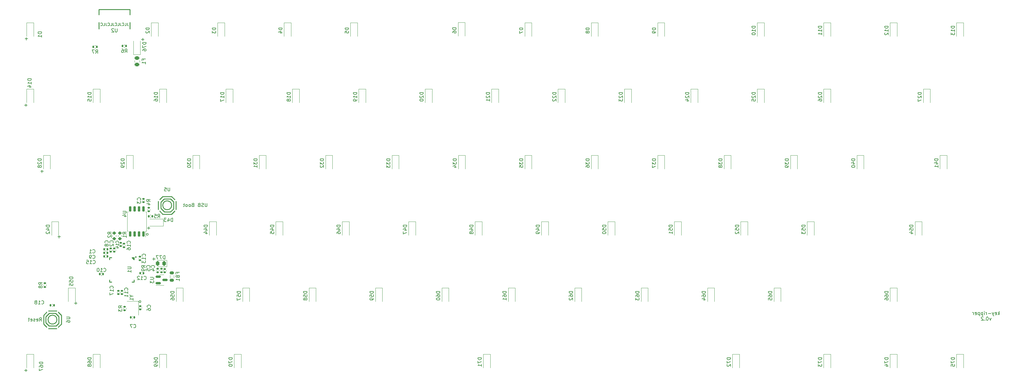
<source format=gbo>
G04 #@! TF.GenerationSoftware,KiCad,Pcbnew,(6.0.5-0)*
G04 #@! TF.CreationDate,2022-07-26T23:18:35+09:00*
G04 #@! TF.ProjectId,key-ripper,6b65792d-7269-4707-9065-722e6b696361,rev?*
G04 #@! TF.SameCoordinates,Original*
G04 #@! TF.FileFunction,Legend,Bot*
G04 #@! TF.FilePolarity,Positive*
%FSLAX46Y46*%
G04 Gerber Fmt 4.6, Leading zero omitted, Abs format (unit mm)*
G04 Created by KiCad (PCBNEW (6.0.5-0)) date 2022-07-26 23:18:35*
%MOMM*%
%LPD*%
G01*
G04 APERTURE LIST*
G04 Aperture macros list*
%AMRoundRect*
0 Rectangle with rounded corners*
0 $1 Rounding radius*
0 $2 $3 $4 $5 $6 $7 $8 $9 X,Y pos of 4 corners*
0 Add a 4 corners polygon primitive as box body*
4,1,4,$2,$3,$4,$5,$6,$7,$8,$9,$2,$3,0*
0 Add four circle primitives for the rounded corners*
1,1,$1+$1,$2,$3*
1,1,$1+$1,$4,$5*
1,1,$1+$1,$6,$7*
1,1,$1+$1,$8,$9*
0 Add four rect primitives between the rounded corners*
20,1,$1+$1,$2,$3,$4,$5,0*
20,1,$1+$1,$4,$5,$6,$7,0*
20,1,$1+$1,$6,$7,$8,$9,0*
20,1,$1+$1,$8,$9,$2,$3,0*%
G04 Aperture macros list end*
%ADD10C,0.150000*%
%ADD11C,0.130000*%
%ADD12C,0.120000*%
%ADD13C,0.254001*%
%ADD14C,0.059995*%
%ADD15C,1.750000*%
%ADD16C,4.000000*%
%ADD17C,2.500000*%
%ADD18C,2.200000*%
%ADD19C,3.048000*%
%ADD20C,3.987800*%
%ADD21R,1.700000X1.700000*%
%ADD22O,1.700000X1.700000*%
%ADD23R,1.200000X0.900000*%
%ADD24RoundRect,0.140000X0.140000X0.170000X-0.140000X0.170000X-0.140000X-0.170000X0.140000X-0.170000X0*%
%ADD25RoundRect,0.140000X0.170000X-0.140000X0.170000X0.140000X-0.170000X0.140000X-0.170000X-0.140000X0*%
%ADD26RoundRect,0.140000X-0.140000X-0.170000X0.140000X-0.170000X0.140000X0.170000X-0.140000X0.170000X0*%
%ADD27RoundRect,0.150000X-0.587500X-0.150000X0.587500X-0.150000X0.587500X0.150000X-0.587500X0.150000X0*%
%ADD28RoundRect,0.218750X-0.381250X0.218750X-0.381250X-0.218750X0.381250X-0.218750X0.381250X0.218750X0*%
%ADD29RoundRect,0.200000X0.275000X-0.200000X0.275000X0.200000X-0.275000X0.200000X-0.275000X-0.200000X0*%
%ADD30RoundRect,0.135000X0.185000X-0.135000X0.185000X0.135000X-0.185000X0.135000X-0.185000X-0.135000X0*%
%ADD31C,0.750013*%
%ADD32O,1.200000X1.800000*%
%ADD33O,1.200000X2.000000*%
%ADD34R,0.300000X1.300000*%
%ADD35R,0.900000X1.200000*%
%ADD36RoundRect,0.243750X0.243750X0.456250X-0.243750X0.456250X-0.243750X-0.456250X0.243750X-0.456250X0*%
%ADD37R,1.000000X1.700000*%
%ADD38RoundRect,0.140000X-0.170000X0.140000X-0.170000X-0.140000X0.170000X-0.140000X0.170000X0.140000X0*%
%ADD39RoundRect,0.135000X-0.185000X0.135000X-0.185000X-0.135000X0.185000X-0.135000X0.185000X0.135000X0*%
%ADD40RoundRect,0.135000X-0.135000X-0.185000X0.135000X-0.185000X0.135000X0.185000X-0.135000X0.185000X0*%
%ADD41RoundRect,0.135000X0.135000X0.185000X-0.135000X0.185000X-0.135000X-0.185000X0.135000X-0.185000X0*%
%ADD42RoundRect,0.243750X-0.456250X0.243750X-0.456250X-0.243750X0.456250X-0.243750X0.456250X0.243750X0*%
%ADD43R,1.200000X1.400000*%
%ADD44R,1.100000X0.200000*%
%ADD45R,0.200000X1.100000*%
%ADD46R,3.100000X3.100000*%
%ADD47R,1.700000X1.000000*%
%ADD48RoundRect,0.150000X0.150000X-0.650000X0.150000X0.650000X-0.150000X0.650000X-0.150000X-0.650000X0*%
G04 APERTURE END LIST*
D10*
X52857843Y-99925000D02*
G75*
G03*
X52857843Y-99925000I-282843J0D01*
G01*
X54957843Y-80625000D02*
G75*
G03*
X54957843Y-80625000I-282843J0D01*
G01*
X56194047Y-87696428D02*
X56955952Y-87696428D01*
X56575000Y-88077380D02*
X56575000Y-87315476D01*
X24094047Y-62496428D02*
X24855952Y-62496428D01*
X24475000Y-62877380D02*
X24475000Y-62115476D01*
D11*
X48970238Y-19886904D02*
X48970238Y-20458333D01*
X49008333Y-20572619D01*
X49084523Y-20648809D01*
X49198809Y-20686904D01*
X49275000Y-20686904D01*
X48208333Y-20686904D02*
X48589285Y-20686904D01*
X48589285Y-19886904D01*
X47484523Y-20610714D02*
X47522619Y-20648809D01*
X47636904Y-20686904D01*
X47713095Y-20686904D01*
X47827380Y-20648809D01*
X47903571Y-20572619D01*
X47941666Y-20496428D01*
X47979761Y-20344047D01*
X47979761Y-20229761D01*
X47941666Y-20077380D01*
X47903571Y-20001190D01*
X47827380Y-19925000D01*
X47713095Y-19886904D01*
X47636904Y-19886904D01*
X47522619Y-19925000D01*
X47484523Y-19963095D01*
X46913095Y-19886904D02*
X46913095Y-20458333D01*
X46951190Y-20572619D01*
X47027380Y-20648809D01*
X47141666Y-20686904D01*
X47217857Y-20686904D01*
X46151190Y-20686904D02*
X46532142Y-20686904D01*
X46532142Y-19886904D01*
X45427380Y-20610714D02*
X45465476Y-20648809D01*
X45579761Y-20686904D01*
X45655952Y-20686904D01*
X45770238Y-20648809D01*
X45846428Y-20572619D01*
X45884523Y-20496428D01*
X45922619Y-20344047D01*
X45922619Y-20229761D01*
X45884523Y-20077380D01*
X45846428Y-20001190D01*
X45770238Y-19925000D01*
X45655952Y-19886904D01*
X45579761Y-19886904D01*
X45465476Y-19925000D01*
X45427380Y-19963095D01*
X44855952Y-19886904D02*
X44855952Y-20458333D01*
X44894047Y-20572619D01*
X44970238Y-20648809D01*
X45084523Y-20686904D01*
X45160714Y-20686904D01*
X44094047Y-20686904D02*
X44475000Y-20686904D01*
X44475000Y-19886904D01*
X43370238Y-20610714D02*
X43408333Y-20648809D01*
X43522619Y-20686904D01*
X43598809Y-20686904D01*
X43713095Y-20648809D01*
X43789285Y-20572619D01*
X43827380Y-20496428D01*
X43865476Y-20344047D01*
X43865476Y-20229761D01*
X43827380Y-20077380D01*
X43789285Y-20001190D01*
X43713095Y-19925000D01*
X43598809Y-19886904D01*
X43522619Y-19886904D01*
X43408333Y-19925000D01*
X43370238Y-19963095D01*
X42798809Y-19886904D02*
X42798809Y-20458333D01*
X42836904Y-20572619D01*
X42913095Y-20648809D01*
X43027380Y-20686904D01*
X43103571Y-20686904D01*
X42036904Y-20686904D02*
X42417857Y-20686904D01*
X42417857Y-19886904D01*
X41313095Y-20610714D02*
X41351190Y-20648809D01*
X41465476Y-20686904D01*
X41541666Y-20686904D01*
X41655952Y-20648809D01*
X41732142Y-20572619D01*
X41770238Y-20496428D01*
X41808333Y-20344047D01*
X41808333Y-20229761D01*
X41770238Y-20077380D01*
X41732142Y-20001190D01*
X41655952Y-19925000D01*
X41541666Y-19886904D01*
X41465476Y-19886904D01*
X41351190Y-19925000D01*
X41313095Y-19963095D01*
D10*
X19494047Y-119696428D02*
X20255952Y-119696428D01*
X19875000Y-120077380D02*
X19875000Y-119315476D01*
X54694047Y-78796428D02*
X55455952Y-78796428D01*
X55075000Y-79177380D02*
X55075000Y-78415476D01*
X19594047Y-24396428D02*
X20355952Y-24396428D01*
X19975000Y-24777380D02*
X19975000Y-24015476D01*
X19494047Y-43496428D02*
X20255952Y-43496428D01*
X19875000Y-43877380D02*
X19875000Y-43115476D01*
X28994047Y-81296428D02*
X29755952Y-81296428D01*
X29375000Y-81677380D02*
X29375000Y-80915476D01*
X299060714Y-103722379D02*
X299060714Y-102722379D01*
X298965476Y-103341427D02*
X298679761Y-103722379D01*
X298679761Y-103055713D02*
X299060714Y-103436665D01*
X297870238Y-103674760D02*
X297965476Y-103722379D01*
X298155952Y-103722379D01*
X298251190Y-103674760D01*
X298298809Y-103579522D01*
X298298809Y-103198570D01*
X298251190Y-103103332D01*
X298155952Y-103055713D01*
X297965476Y-103055713D01*
X297870238Y-103103332D01*
X297822619Y-103198570D01*
X297822619Y-103293808D01*
X298298809Y-103389046D01*
X297489285Y-103055713D02*
X297251190Y-103722379D01*
X297013095Y-103055713D02*
X297251190Y-103722379D01*
X297346428Y-103960475D01*
X297394047Y-104008094D01*
X297489285Y-104055713D01*
X296632142Y-103341427D02*
X295870238Y-103341427D01*
X295394047Y-103722379D02*
X295394047Y-103055713D01*
X295394047Y-103246189D02*
X295346428Y-103150951D01*
X295298809Y-103103332D01*
X295203571Y-103055713D01*
X295108333Y-103055713D01*
X294775000Y-103722379D02*
X294775000Y-103055713D01*
X294775000Y-102722379D02*
X294822619Y-102769999D01*
X294775000Y-102817618D01*
X294727380Y-102769999D01*
X294775000Y-102722379D01*
X294775000Y-102817618D01*
X294298809Y-103055713D02*
X294298809Y-104055713D01*
X294298809Y-103103332D02*
X294203571Y-103055713D01*
X294013095Y-103055713D01*
X293917857Y-103103332D01*
X293870238Y-103150951D01*
X293822619Y-103246189D01*
X293822619Y-103531903D01*
X293870238Y-103627141D01*
X293917857Y-103674760D01*
X294013095Y-103722379D01*
X294203571Y-103722379D01*
X294298809Y-103674760D01*
X293394047Y-103055713D02*
X293394047Y-104055713D01*
X293394047Y-103103332D02*
X293298809Y-103055713D01*
X293108333Y-103055713D01*
X293013095Y-103103332D01*
X292965476Y-103150951D01*
X292917857Y-103246189D01*
X292917857Y-103531903D01*
X292965476Y-103627141D01*
X293013095Y-103674760D01*
X293108333Y-103722379D01*
X293298809Y-103722379D01*
X293394047Y-103674760D01*
X292108333Y-103674760D02*
X292203571Y-103722379D01*
X292394047Y-103722379D01*
X292489285Y-103674760D01*
X292536904Y-103579522D01*
X292536904Y-103198570D01*
X292489285Y-103103332D01*
X292394047Y-103055713D01*
X292203571Y-103055713D01*
X292108333Y-103103332D01*
X292060714Y-103198570D01*
X292060714Y-103293808D01*
X292536904Y-103389046D01*
X291632142Y-103722379D02*
X291632142Y-103055713D01*
X291632142Y-103246189D02*
X291584523Y-103150951D01*
X291536904Y-103103332D01*
X291441666Y-103055713D01*
X291346428Y-103055713D01*
X296703571Y-104665713D02*
X296465476Y-105332379D01*
X296227380Y-104665713D01*
X295655952Y-104332379D02*
X295560714Y-104332379D01*
X295465476Y-104379999D01*
X295417857Y-104427618D01*
X295370238Y-104522856D01*
X295322619Y-104713332D01*
X295322619Y-104951427D01*
X295370238Y-105141903D01*
X295417857Y-105237141D01*
X295465476Y-105284760D01*
X295560714Y-105332379D01*
X295655952Y-105332379D01*
X295751190Y-105284760D01*
X295798809Y-105237141D01*
X295846428Y-105141903D01*
X295894047Y-104951427D01*
X295894047Y-104713332D01*
X295846428Y-104522856D01*
X295798809Y-104427618D01*
X295751190Y-104379999D01*
X295655952Y-104332379D01*
X294894047Y-105237141D02*
X294846428Y-105284760D01*
X294894047Y-105332379D01*
X294941666Y-105284760D01*
X294894047Y-105237141D01*
X294894047Y-105332379D01*
X294465476Y-104427618D02*
X294417857Y-104379999D01*
X294322619Y-104332379D01*
X294084523Y-104332379D01*
X293989285Y-104379999D01*
X293941666Y-104427618D01*
X293894047Y-104522856D01*
X293894047Y-104618094D01*
X293941666Y-104760951D01*
X294513095Y-105332379D01*
X293894047Y-105332379D01*
X52994047Y-24596428D02*
X53755952Y-24596428D01*
X53375000Y-24977380D02*
X53375000Y-24215476D01*
X33794047Y-100396428D02*
X34555952Y-100396428D01*
X34175000Y-100777380D02*
X34175000Y-100015476D01*
X224314880Y-77960714D02*
X223314880Y-77960714D01*
X223314880Y-78198809D01*
X223362500Y-78341666D01*
X223457738Y-78436904D01*
X223552976Y-78484523D01*
X223743452Y-78532142D01*
X223886309Y-78532142D01*
X224076785Y-78484523D01*
X224172023Y-78436904D01*
X224267261Y-78341666D01*
X224314880Y-78198809D01*
X224314880Y-77960714D01*
X223314880Y-79436904D02*
X223314880Y-78960714D01*
X223791071Y-78913095D01*
X223743452Y-78960714D01*
X223695833Y-79055952D01*
X223695833Y-79294047D01*
X223743452Y-79389285D01*
X223791071Y-79436904D01*
X223886309Y-79484523D01*
X224124404Y-79484523D01*
X224219642Y-79436904D01*
X224267261Y-79389285D01*
X224314880Y-79294047D01*
X224314880Y-79055952D01*
X224267261Y-78960714D01*
X224219642Y-78913095D01*
X223410119Y-79865476D02*
X223362500Y-79913095D01*
X223314880Y-80008333D01*
X223314880Y-80246428D01*
X223362500Y-80341666D01*
X223410119Y-80389285D01*
X223505357Y-80436904D01*
X223600595Y-80436904D01*
X223743452Y-80389285D01*
X224314880Y-79817857D01*
X224314880Y-80436904D01*
X200502380Y-58910714D02*
X199502380Y-58910714D01*
X199502380Y-59148809D01*
X199550000Y-59291666D01*
X199645238Y-59386904D01*
X199740476Y-59434523D01*
X199930952Y-59482142D01*
X200073809Y-59482142D01*
X200264285Y-59434523D01*
X200359523Y-59386904D01*
X200454761Y-59291666D01*
X200502380Y-59148809D01*
X200502380Y-58910714D01*
X199502380Y-59815476D02*
X199502380Y-60434523D01*
X199883333Y-60101190D01*
X199883333Y-60244047D01*
X199930952Y-60339285D01*
X199978571Y-60386904D01*
X200073809Y-60434523D01*
X200311904Y-60434523D01*
X200407142Y-60386904D01*
X200454761Y-60339285D01*
X200502380Y-60244047D01*
X200502380Y-59958333D01*
X200454761Y-59863095D01*
X200407142Y-59815476D01*
X199502380Y-60767857D02*
X199502380Y-61434523D01*
X200502380Y-61005952D01*
X39041666Y-87482142D02*
X39089285Y-87529761D01*
X39232142Y-87577380D01*
X39327380Y-87577380D01*
X39470238Y-87529761D01*
X39565476Y-87434523D01*
X39613095Y-87339285D01*
X39660714Y-87148809D01*
X39660714Y-87005952D01*
X39613095Y-86815476D01*
X39565476Y-86720238D01*
X39470238Y-86625000D01*
X39327380Y-86577380D01*
X39232142Y-86577380D01*
X39089285Y-86625000D01*
X39041666Y-86672619D01*
X38565476Y-87577380D02*
X38375000Y-87577380D01*
X38279761Y-87529761D01*
X38232142Y-87482142D01*
X38136904Y-87339285D01*
X38089285Y-87148809D01*
X38089285Y-86767857D01*
X38136904Y-86672619D01*
X38184523Y-86625000D01*
X38279761Y-86577380D01*
X38470238Y-86577380D01*
X38565476Y-86625000D01*
X38613095Y-86672619D01*
X38660714Y-86767857D01*
X38660714Y-87005952D01*
X38613095Y-87101190D01*
X38565476Y-87148809D01*
X38470238Y-87196428D01*
X38279761Y-87196428D01*
X38184523Y-87148809D01*
X38136904Y-87101190D01*
X38089285Y-87005952D01*
X129064880Y-77960714D02*
X128064880Y-77960714D01*
X128064880Y-78198809D01*
X128112500Y-78341666D01*
X128207738Y-78436904D01*
X128302976Y-78484523D01*
X128493452Y-78532142D01*
X128636309Y-78532142D01*
X128826785Y-78484523D01*
X128922023Y-78436904D01*
X129017261Y-78341666D01*
X129064880Y-78198809D01*
X129064880Y-77960714D01*
X128398214Y-79389285D02*
X129064880Y-79389285D01*
X128017261Y-79151190D02*
X128731547Y-78913095D01*
X128731547Y-79532142D01*
X128064880Y-79817857D02*
X128064880Y-80484523D01*
X129064880Y-80055952D01*
X44802142Y-83068333D02*
X44849761Y-83020714D01*
X44897380Y-82877857D01*
X44897380Y-82782619D01*
X44849761Y-82639761D01*
X44754523Y-82544523D01*
X44659285Y-82496904D01*
X44468809Y-82449285D01*
X44325952Y-82449285D01*
X44135476Y-82496904D01*
X44040238Y-82544523D01*
X43945000Y-82639761D01*
X43897380Y-82782619D01*
X43897380Y-82877857D01*
X43945000Y-83020714D01*
X43992619Y-83068333D01*
X43992619Y-83449285D02*
X43945000Y-83496904D01*
X43897380Y-83592142D01*
X43897380Y-83830238D01*
X43945000Y-83925476D01*
X43992619Y-83973095D01*
X44087857Y-84020714D01*
X44183095Y-84020714D01*
X44325952Y-83973095D01*
X44897380Y-83401666D01*
X44897380Y-84020714D01*
X229077380Y-20810714D02*
X228077380Y-20810714D01*
X228077380Y-21048809D01*
X228125000Y-21191666D01*
X228220238Y-21286904D01*
X228315476Y-21334523D01*
X228505952Y-21382142D01*
X228648809Y-21382142D01*
X228839285Y-21334523D01*
X228934523Y-21286904D01*
X229029761Y-21191666D01*
X229077380Y-21048809D01*
X229077380Y-20810714D01*
X229077380Y-22334523D02*
X229077380Y-21763095D01*
X229077380Y-22048809D02*
X228077380Y-22048809D01*
X228220238Y-21953571D01*
X228315476Y-21858333D01*
X228363095Y-21763095D01*
X228077380Y-22953571D02*
X228077380Y-23048809D01*
X228125000Y-23144047D01*
X228172619Y-23191666D01*
X228267857Y-23239285D01*
X228458333Y-23286904D01*
X228696428Y-23286904D01*
X228886904Y-23239285D01*
X228982142Y-23191666D01*
X229029761Y-23144047D01*
X229077380Y-23048809D01*
X229077380Y-22953571D01*
X229029761Y-22858333D01*
X228982142Y-22810714D01*
X228886904Y-22763095D01*
X228696428Y-22715476D01*
X228458333Y-22715476D01*
X228267857Y-22763095D01*
X228172619Y-22810714D01*
X228125000Y-22858333D01*
X228077380Y-22953571D01*
X162402380Y-21286904D02*
X161402380Y-21286904D01*
X161402380Y-21525000D01*
X161450000Y-21667857D01*
X161545238Y-21763095D01*
X161640476Y-21810714D01*
X161830952Y-21858333D01*
X161973809Y-21858333D01*
X162164285Y-21810714D01*
X162259523Y-21763095D01*
X162354761Y-21667857D01*
X162402380Y-21525000D01*
X162402380Y-21286904D01*
X161402380Y-22191666D02*
X161402380Y-22858333D01*
X162402380Y-22429761D01*
X24327380Y-22436904D02*
X23327380Y-22436904D01*
X23327380Y-22675000D01*
X23375000Y-22817857D01*
X23470238Y-22913095D01*
X23565476Y-22960714D01*
X23755952Y-23008333D01*
X23898809Y-23008333D01*
X24089285Y-22960714D01*
X24184523Y-22913095D01*
X24279761Y-22817857D01*
X24327380Y-22675000D01*
X24327380Y-22436904D01*
X24327380Y-23960714D02*
X24327380Y-23389285D01*
X24327380Y-23675000D02*
X23327380Y-23675000D01*
X23470238Y-23579761D01*
X23565476Y-23484523D01*
X23613095Y-23389285D01*
X67152380Y-58910714D02*
X66152380Y-58910714D01*
X66152380Y-59148809D01*
X66200000Y-59291666D01*
X66295238Y-59386904D01*
X66390476Y-59434523D01*
X66580952Y-59482142D01*
X66723809Y-59482142D01*
X66914285Y-59434523D01*
X67009523Y-59386904D01*
X67104761Y-59291666D01*
X67152380Y-59148809D01*
X67152380Y-58910714D01*
X66152380Y-59815476D02*
X66152380Y-60434523D01*
X66533333Y-60101190D01*
X66533333Y-60244047D01*
X66580952Y-60339285D01*
X66628571Y-60386904D01*
X66723809Y-60434523D01*
X66961904Y-60434523D01*
X67057142Y-60386904D01*
X67104761Y-60339285D01*
X67152380Y-60244047D01*
X67152380Y-59958333D01*
X67104761Y-59863095D01*
X67057142Y-59815476D01*
X66152380Y-61053571D02*
X66152380Y-61148809D01*
X66200000Y-61244047D01*
X66247619Y-61291666D01*
X66342857Y-61339285D01*
X66533333Y-61386904D01*
X66771428Y-61386904D01*
X66961904Y-61339285D01*
X67057142Y-61291666D01*
X67104761Y-61244047D01*
X67152380Y-61148809D01*
X67152380Y-61053571D01*
X67104761Y-60958333D01*
X67057142Y-60910714D01*
X66961904Y-60863095D01*
X66771428Y-60815476D01*
X66533333Y-60815476D01*
X66342857Y-60863095D01*
X66247619Y-60910714D01*
X66200000Y-60958333D01*
X66152380Y-61053571D01*
X39041666Y-85882142D02*
X39089285Y-85929761D01*
X39232142Y-85977380D01*
X39327380Y-85977380D01*
X39470238Y-85929761D01*
X39565476Y-85834523D01*
X39613095Y-85739285D01*
X39660714Y-85548809D01*
X39660714Y-85405952D01*
X39613095Y-85215476D01*
X39565476Y-85120238D01*
X39470238Y-85025000D01*
X39327380Y-84977380D01*
X39232142Y-84977380D01*
X39089285Y-85025000D01*
X39041666Y-85072619D01*
X38089285Y-85977380D02*
X38660714Y-85977380D01*
X38375000Y-85977380D02*
X38375000Y-84977380D01*
X38470238Y-85120238D01*
X38565476Y-85215476D01*
X38660714Y-85263095D01*
X110014880Y-77960714D02*
X109014880Y-77960714D01*
X109014880Y-78198809D01*
X109062500Y-78341666D01*
X109157738Y-78436904D01*
X109252976Y-78484523D01*
X109443452Y-78532142D01*
X109586309Y-78532142D01*
X109776785Y-78484523D01*
X109872023Y-78436904D01*
X109967261Y-78341666D01*
X110014880Y-78198809D01*
X110014880Y-77960714D01*
X109348214Y-79389285D02*
X110014880Y-79389285D01*
X108967261Y-79151190D02*
X109681547Y-78913095D01*
X109681547Y-79532142D01*
X109014880Y-80341666D02*
X109014880Y-80151190D01*
X109062500Y-80055952D01*
X109110119Y-80008333D01*
X109252976Y-79913095D01*
X109443452Y-79865476D01*
X109824404Y-79865476D01*
X109919642Y-79913095D01*
X109967261Y-79960714D01*
X110014880Y-80055952D01*
X110014880Y-80246428D01*
X109967261Y-80341666D01*
X109919642Y-80389285D01*
X109824404Y-80436904D01*
X109586309Y-80436904D01*
X109491071Y-80389285D01*
X109443452Y-80341666D01*
X109395833Y-80246428D01*
X109395833Y-80055952D01*
X109443452Y-79960714D01*
X109491071Y-79913095D01*
X109586309Y-79865476D01*
X86202380Y-58910714D02*
X85202380Y-58910714D01*
X85202380Y-59148809D01*
X85250000Y-59291666D01*
X85345238Y-59386904D01*
X85440476Y-59434523D01*
X85630952Y-59482142D01*
X85773809Y-59482142D01*
X85964285Y-59434523D01*
X86059523Y-59386904D01*
X86154761Y-59291666D01*
X86202380Y-59148809D01*
X86202380Y-58910714D01*
X85202380Y-59815476D02*
X85202380Y-60434523D01*
X85583333Y-60101190D01*
X85583333Y-60244047D01*
X85630952Y-60339285D01*
X85678571Y-60386904D01*
X85773809Y-60434523D01*
X86011904Y-60434523D01*
X86107142Y-60386904D01*
X86154761Y-60339285D01*
X86202380Y-60244047D01*
X86202380Y-59958333D01*
X86154761Y-59863095D01*
X86107142Y-59815476D01*
X86202380Y-61386904D02*
X86202380Y-60815476D01*
X86202380Y-61101190D02*
X85202380Y-61101190D01*
X85345238Y-61005952D01*
X85440476Y-60910714D01*
X85488095Y-60815476D01*
X267177380Y-20810714D02*
X266177380Y-20810714D01*
X266177380Y-21048809D01*
X266225000Y-21191666D01*
X266320238Y-21286904D01*
X266415476Y-21334523D01*
X266605952Y-21382142D01*
X266748809Y-21382142D01*
X266939285Y-21334523D01*
X267034523Y-21286904D01*
X267129761Y-21191666D01*
X267177380Y-21048809D01*
X267177380Y-20810714D01*
X267177380Y-22334523D02*
X267177380Y-21763095D01*
X267177380Y-22048809D02*
X266177380Y-22048809D01*
X266320238Y-21953571D01*
X266415476Y-21858333D01*
X266463095Y-21763095D01*
X266272619Y-22715476D02*
X266225000Y-22763095D01*
X266177380Y-22858333D01*
X266177380Y-23096428D01*
X266225000Y-23191666D01*
X266272619Y-23239285D01*
X266367857Y-23286904D01*
X266463095Y-23286904D01*
X266605952Y-23239285D01*
X267177380Y-22667857D01*
X267177380Y-23286904D01*
X24342857Y-100557142D02*
X24390476Y-100604761D01*
X24533333Y-100652380D01*
X24628571Y-100652380D01*
X24771428Y-100604761D01*
X24866666Y-100509523D01*
X24914285Y-100414285D01*
X24961904Y-100223809D01*
X24961904Y-100080952D01*
X24914285Y-99890476D01*
X24866666Y-99795238D01*
X24771428Y-99700000D01*
X24628571Y-99652380D01*
X24533333Y-99652380D01*
X24390476Y-99700000D01*
X24342857Y-99747619D01*
X23390476Y-100652380D02*
X23961904Y-100652380D01*
X23676190Y-100652380D02*
X23676190Y-99652380D01*
X23771428Y-99795238D01*
X23866666Y-99890476D01*
X23961904Y-99938095D01*
X22819047Y-100080952D02*
X22914285Y-100033333D01*
X22961904Y-99985714D01*
X23009523Y-99890476D01*
X23009523Y-99842857D01*
X22961904Y-99747619D01*
X22914285Y-99700000D01*
X22819047Y-99652380D01*
X22628571Y-99652380D01*
X22533333Y-99700000D01*
X22485714Y-99747619D01*
X22438095Y-99842857D01*
X22438095Y-99890476D01*
X22485714Y-99985714D01*
X22533333Y-100033333D01*
X22628571Y-100080952D01*
X22819047Y-100080952D01*
X22914285Y-100128571D01*
X22961904Y-100176190D01*
X23009523Y-100271428D01*
X23009523Y-100461904D01*
X22961904Y-100557142D01*
X22914285Y-100604761D01*
X22819047Y-100652380D01*
X22628571Y-100652380D01*
X22533333Y-100604761D01*
X22485714Y-100557142D01*
X22438095Y-100461904D01*
X22438095Y-100271428D01*
X22485714Y-100176190D01*
X22533333Y-100128571D01*
X22628571Y-100080952D01*
X105252380Y-58910714D02*
X104252380Y-58910714D01*
X104252380Y-59148809D01*
X104300000Y-59291666D01*
X104395238Y-59386904D01*
X104490476Y-59434523D01*
X104680952Y-59482142D01*
X104823809Y-59482142D01*
X105014285Y-59434523D01*
X105109523Y-59386904D01*
X105204761Y-59291666D01*
X105252380Y-59148809D01*
X105252380Y-58910714D01*
X104252380Y-59815476D02*
X104252380Y-60434523D01*
X104633333Y-60101190D01*
X104633333Y-60244047D01*
X104680952Y-60339285D01*
X104728571Y-60386904D01*
X104823809Y-60434523D01*
X105061904Y-60434523D01*
X105157142Y-60386904D01*
X105204761Y-60339285D01*
X105252380Y-60244047D01*
X105252380Y-59958333D01*
X105204761Y-59863095D01*
X105157142Y-59815476D01*
X104347619Y-60815476D02*
X104300000Y-60863095D01*
X104252380Y-60958333D01*
X104252380Y-61196428D01*
X104300000Y-61291666D01*
X104347619Y-61339285D01*
X104442857Y-61386904D01*
X104538095Y-61386904D01*
X104680952Y-61339285D01*
X105252380Y-60767857D01*
X105252380Y-61386904D01*
X248127380Y-20810714D02*
X247127380Y-20810714D01*
X247127380Y-21048809D01*
X247175000Y-21191666D01*
X247270238Y-21286904D01*
X247365476Y-21334523D01*
X247555952Y-21382142D01*
X247698809Y-21382142D01*
X247889285Y-21334523D01*
X247984523Y-21286904D01*
X248079761Y-21191666D01*
X248127380Y-21048809D01*
X248127380Y-20810714D01*
X248127380Y-22334523D02*
X248127380Y-21763095D01*
X248127380Y-22048809D02*
X247127380Y-22048809D01*
X247270238Y-21953571D01*
X247365476Y-21858333D01*
X247413095Y-21763095D01*
X248127380Y-23286904D02*
X248127380Y-22715476D01*
X248127380Y-23001190D02*
X247127380Y-23001190D01*
X247270238Y-22905952D01*
X247365476Y-22810714D01*
X247413095Y-22715476D01*
X133827380Y-39860714D02*
X132827380Y-39860714D01*
X132827380Y-40098809D01*
X132875000Y-40241666D01*
X132970238Y-40336904D01*
X133065476Y-40384523D01*
X133255952Y-40432142D01*
X133398809Y-40432142D01*
X133589285Y-40384523D01*
X133684523Y-40336904D01*
X133779761Y-40241666D01*
X133827380Y-40098809D01*
X133827380Y-39860714D01*
X132922619Y-40813095D02*
X132875000Y-40860714D01*
X132827380Y-40955952D01*
X132827380Y-41194047D01*
X132875000Y-41289285D01*
X132922619Y-41336904D01*
X133017857Y-41384523D01*
X133113095Y-41384523D01*
X133255952Y-41336904D01*
X133827380Y-40765476D01*
X133827380Y-41384523D01*
X132827380Y-42003571D02*
X132827380Y-42098809D01*
X132875000Y-42194047D01*
X132922619Y-42241666D01*
X133017857Y-42289285D01*
X133208333Y-42336904D01*
X133446428Y-42336904D01*
X133636904Y-42289285D01*
X133732142Y-42241666D01*
X133779761Y-42194047D01*
X133827380Y-42098809D01*
X133827380Y-42003571D01*
X133779761Y-41908333D01*
X133732142Y-41860714D01*
X133636904Y-41813095D01*
X133446428Y-41765476D01*
X133208333Y-41765476D01*
X133017857Y-41813095D01*
X132922619Y-41860714D01*
X132875000Y-41908333D01*
X132827380Y-42003571D01*
X55502380Y-92988095D02*
X56311904Y-92988095D01*
X56407142Y-93035714D01*
X56454761Y-93083333D01*
X56502380Y-93178571D01*
X56502380Y-93369047D01*
X56454761Y-93464285D01*
X56407142Y-93511904D01*
X56311904Y-93559523D01*
X55502380Y-93559523D01*
X55502380Y-93940476D02*
X55502380Y-94559523D01*
X55883333Y-94226190D01*
X55883333Y-94369047D01*
X55930952Y-94464285D01*
X55978571Y-94511904D01*
X56073809Y-94559523D01*
X56311904Y-94559523D01*
X56407142Y-94511904D01*
X56454761Y-94464285D01*
X56502380Y-94369047D01*
X56502380Y-94083333D01*
X56454761Y-93988095D01*
X56407142Y-93940476D01*
X63403571Y-91891666D02*
X63403571Y-91558333D01*
X63927380Y-91558333D02*
X62927380Y-91558333D01*
X62927380Y-92034523D01*
X63403571Y-92748809D02*
X63451190Y-92891666D01*
X63498809Y-92939285D01*
X63594047Y-92986904D01*
X63736904Y-92986904D01*
X63832142Y-92939285D01*
X63879761Y-92891666D01*
X63927380Y-92796428D01*
X63927380Y-92415476D01*
X62927380Y-92415476D01*
X62927380Y-92748809D01*
X62975000Y-92844047D01*
X63022619Y-92891666D01*
X63117857Y-92939285D01*
X63213095Y-92939285D01*
X63308333Y-92891666D01*
X63355952Y-92844047D01*
X63403571Y-92748809D01*
X63403571Y-92415476D01*
X63927380Y-93939285D02*
X63927380Y-93367857D01*
X63927380Y-93653571D02*
X62927380Y-93653571D01*
X63070238Y-93558333D01*
X63165476Y-93463095D01*
X63213095Y-93367857D01*
X200502380Y-21286904D02*
X199502380Y-21286904D01*
X199502380Y-21525000D01*
X199550000Y-21667857D01*
X199645238Y-21763095D01*
X199740476Y-21810714D01*
X199930952Y-21858333D01*
X200073809Y-21858333D01*
X200264285Y-21810714D01*
X200359523Y-21763095D01*
X200454761Y-21667857D01*
X200502380Y-21525000D01*
X200502380Y-21286904D01*
X200502380Y-22334523D02*
X200502380Y-22525000D01*
X200454761Y-22620238D01*
X200407142Y-22667857D01*
X200264285Y-22763095D01*
X200073809Y-22810714D01*
X199692857Y-22810714D01*
X199597619Y-22763095D01*
X199550000Y-22715476D01*
X199502380Y-22620238D01*
X199502380Y-22429761D01*
X199550000Y-22334523D01*
X199597619Y-22286904D01*
X199692857Y-22239285D01*
X199930952Y-22239285D01*
X200026190Y-22286904D01*
X200073809Y-22334523D01*
X200121428Y-22429761D01*
X200121428Y-22620238D01*
X200073809Y-22715476D01*
X200026190Y-22763095D01*
X199930952Y-22810714D01*
X167164880Y-77960714D02*
X166164880Y-77960714D01*
X166164880Y-78198809D01*
X166212500Y-78341666D01*
X166307738Y-78436904D01*
X166402976Y-78484523D01*
X166593452Y-78532142D01*
X166736309Y-78532142D01*
X166926785Y-78484523D01*
X167022023Y-78436904D01*
X167117261Y-78341666D01*
X167164880Y-78198809D01*
X167164880Y-77960714D01*
X166498214Y-79389285D02*
X167164880Y-79389285D01*
X166117261Y-79151190D02*
X166831547Y-78913095D01*
X166831547Y-79532142D01*
X167164880Y-79960714D02*
X167164880Y-80151190D01*
X167117261Y-80246428D01*
X167069642Y-80294047D01*
X166926785Y-80389285D01*
X166736309Y-80436904D01*
X166355357Y-80436904D01*
X166260119Y-80389285D01*
X166212500Y-80341666D01*
X166164880Y-80246428D01*
X166164880Y-80055952D01*
X166212500Y-79960714D01*
X166260119Y-79913095D01*
X166355357Y-79865476D01*
X166593452Y-79865476D01*
X166688690Y-79913095D01*
X166736309Y-79960714D01*
X166783928Y-80055952D01*
X166783928Y-80246428D01*
X166736309Y-80341666D01*
X166688690Y-80389285D01*
X166593452Y-80436904D01*
X148114880Y-77960714D02*
X147114880Y-77960714D01*
X147114880Y-78198809D01*
X147162500Y-78341666D01*
X147257738Y-78436904D01*
X147352976Y-78484523D01*
X147543452Y-78532142D01*
X147686309Y-78532142D01*
X147876785Y-78484523D01*
X147972023Y-78436904D01*
X148067261Y-78341666D01*
X148114880Y-78198809D01*
X148114880Y-77960714D01*
X147448214Y-79389285D02*
X148114880Y-79389285D01*
X147067261Y-79151190D02*
X147781547Y-78913095D01*
X147781547Y-79532142D01*
X147543452Y-80055952D02*
X147495833Y-79960714D01*
X147448214Y-79913095D01*
X147352976Y-79865476D01*
X147305357Y-79865476D01*
X147210119Y-79913095D01*
X147162500Y-79960714D01*
X147114880Y-80055952D01*
X147114880Y-80246428D01*
X147162500Y-80341666D01*
X147210119Y-80389285D01*
X147305357Y-80436904D01*
X147352976Y-80436904D01*
X147448214Y-80389285D01*
X147495833Y-80341666D01*
X147543452Y-80246428D01*
X147543452Y-80055952D01*
X147591071Y-79960714D01*
X147638690Y-79913095D01*
X147733928Y-79865476D01*
X147924404Y-79865476D01*
X148019642Y-79913095D01*
X148067261Y-79960714D01*
X148114880Y-80055952D01*
X148114880Y-80246428D01*
X148067261Y-80341666D01*
X148019642Y-80389285D01*
X147924404Y-80436904D01*
X147733928Y-80436904D01*
X147638690Y-80389285D01*
X147591071Y-80341666D01*
X147543452Y-80246428D01*
X54327380Y-25460714D02*
X53327380Y-25460714D01*
X53327380Y-25698809D01*
X53375000Y-25841666D01*
X53470238Y-25936904D01*
X53565476Y-25984523D01*
X53755952Y-26032142D01*
X53898809Y-26032142D01*
X54089285Y-25984523D01*
X54184523Y-25936904D01*
X54279761Y-25841666D01*
X54327380Y-25698809D01*
X54327380Y-25460714D01*
X53327380Y-26365476D02*
X53327380Y-27032142D01*
X54327380Y-26603571D01*
X53327380Y-27841666D02*
X53327380Y-27651190D01*
X53375000Y-27555952D01*
X53422619Y-27508333D01*
X53565476Y-27413095D01*
X53755952Y-27365476D01*
X54136904Y-27365476D01*
X54232142Y-27413095D01*
X54279761Y-27460714D01*
X54327380Y-27555952D01*
X54327380Y-27746428D01*
X54279761Y-27841666D01*
X54232142Y-27889285D01*
X54136904Y-27936904D01*
X53898809Y-27936904D01*
X53803571Y-27889285D01*
X53755952Y-27841666D01*
X53708333Y-27746428D01*
X53708333Y-27555952D01*
X53755952Y-27460714D01*
X53803571Y-27413095D01*
X53898809Y-27365476D01*
X93346130Y-21286904D02*
X92346130Y-21286904D01*
X92346130Y-21525000D01*
X92393750Y-21667857D01*
X92488988Y-21763095D01*
X92584226Y-21810714D01*
X92774702Y-21858333D01*
X92917559Y-21858333D01*
X93108035Y-21810714D01*
X93203273Y-21763095D01*
X93298511Y-21667857D01*
X93346130Y-21525000D01*
X93346130Y-21286904D01*
X92679464Y-22715476D02*
X93346130Y-22715476D01*
X92298511Y-22477380D02*
X93012797Y-22239285D01*
X93012797Y-22858333D01*
X267177380Y-97010714D02*
X266177380Y-97010714D01*
X266177380Y-97248809D01*
X266225000Y-97391666D01*
X266320238Y-97486904D01*
X266415476Y-97534523D01*
X266605952Y-97582142D01*
X266748809Y-97582142D01*
X266939285Y-97534523D01*
X267034523Y-97486904D01*
X267129761Y-97391666D01*
X267177380Y-97248809D01*
X267177380Y-97010714D01*
X266177380Y-98439285D02*
X266177380Y-98248809D01*
X266225000Y-98153571D01*
X266272619Y-98105952D01*
X266415476Y-98010714D01*
X266605952Y-97963095D01*
X266986904Y-97963095D01*
X267082142Y-98010714D01*
X267129761Y-98058333D01*
X267177380Y-98153571D01*
X267177380Y-98344047D01*
X267129761Y-98439285D01*
X267082142Y-98486904D01*
X266986904Y-98534523D01*
X266748809Y-98534523D01*
X266653571Y-98486904D01*
X266605952Y-98439285D01*
X266558333Y-98344047D01*
X266558333Y-98153571D01*
X266605952Y-98058333D01*
X266653571Y-98010714D01*
X266748809Y-97963095D01*
X266177380Y-99391666D02*
X266177380Y-99201190D01*
X266225000Y-99105952D01*
X266272619Y-99058333D01*
X266415476Y-98963095D01*
X266605952Y-98915476D01*
X266986904Y-98915476D01*
X267082142Y-98963095D01*
X267129761Y-99010714D01*
X267177380Y-99105952D01*
X267177380Y-99296428D01*
X267129761Y-99391666D01*
X267082142Y-99439285D01*
X266986904Y-99486904D01*
X266748809Y-99486904D01*
X266653571Y-99439285D01*
X266605952Y-99391666D01*
X266558333Y-99296428D01*
X266558333Y-99105952D01*
X266605952Y-99010714D01*
X266653571Y-98963095D01*
X266748809Y-98915476D01*
X48627380Y-80558333D02*
X48151190Y-80225000D01*
X48627380Y-79986904D02*
X47627380Y-79986904D01*
X47627380Y-80367857D01*
X47675000Y-80463095D01*
X47722619Y-80510714D01*
X47817857Y-80558333D01*
X47960714Y-80558333D01*
X48055952Y-80510714D01*
X48103571Y-80463095D01*
X48151190Y-80367857D01*
X48151190Y-79986904D01*
X48627380Y-81510714D02*
X48627380Y-80939285D01*
X48627380Y-81225000D02*
X47627380Y-81225000D01*
X47770238Y-81129761D01*
X47865476Y-81034523D01*
X47913095Y-80939285D01*
X24552380Y-95033333D02*
X24076190Y-94700000D01*
X24552380Y-94461904D02*
X23552380Y-94461904D01*
X23552380Y-94842857D01*
X23600000Y-94938095D01*
X23647619Y-94985714D01*
X23742857Y-95033333D01*
X23885714Y-95033333D01*
X23980952Y-94985714D01*
X24028571Y-94938095D01*
X24076190Y-94842857D01*
X24076190Y-94461904D01*
X23980952Y-95604761D02*
X23933333Y-95509523D01*
X23885714Y-95461904D01*
X23790476Y-95414285D01*
X23742857Y-95414285D01*
X23647619Y-95461904D01*
X23600000Y-95509523D01*
X23552380Y-95604761D01*
X23552380Y-95795238D01*
X23600000Y-95890476D01*
X23647619Y-95938095D01*
X23742857Y-95985714D01*
X23790476Y-95985714D01*
X23885714Y-95938095D01*
X23933333Y-95890476D01*
X23980952Y-95795238D01*
X23980952Y-95604761D01*
X24028571Y-95509523D01*
X24076190Y-95461904D01*
X24171428Y-95414285D01*
X24361904Y-95414285D01*
X24457142Y-95461904D01*
X24504761Y-95509523D01*
X24552380Y-95604761D01*
X24552380Y-95795238D01*
X24504761Y-95890476D01*
X24457142Y-95938095D01*
X24361904Y-95985714D01*
X24171428Y-95985714D01*
X24076190Y-95938095D01*
X24028571Y-95890476D01*
X23980952Y-95795238D01*
X112396130Y-21286904D02*
X111396130Y-21286904D01*
X111396130Y-21525000D01*
X111443750Y-21667857D01*
X111538988Y-21763095D01*
X111634226Y-21810714D01*
X111824702Y-21858333D01*
X111967559Y-21858333D01*
X112158035Y-21810714D01*
X112253273Y-21763095D01*
X112348511Y-21667857D01*
X112396130Y-21525000D01*
X112396130Y-21286904D01*
X111396130Y-22763095D02*
X111396130Y-22286904D01*
X111872321Y-22239285D01*
X111824702Y-22286904D01*
X111777083Y-22382142D01*
X111777083Y-22620238D01*
X111824702Y-22715476D01*
X111872321Y-22763095D01*
X111967559Y-22810714D01*
X112205654Y-22810714D01*
X112300892Y-22763095D01*
X112348511Y-22715476D01*
X112396130Y-22620238D01*
X112396130Y-22382142D01*
X112348511Y-22286904D01*
X112300892Y-22239285D01*
X54052380Y-90158333D02*
X53576190Y-89825000D01*
X54052380Y-89586904D02*
X53052380Y-89586904D01*
X53052380Y-89967857D01*
X53100000Y-90063095D01*
X53147619Y-90110714D01*
X53242857Y-90158333D01*
X53385714Y-90158333D01*
X53480952Y-90110714D01*
X53528571Y-90063095D01*
X53576190Y-89967857D01*
X53576190Y-89586904D01*
X54052380Y-90634523D02*
X54052380Y-90825000D01*
X54004761Y-90920238D01*
X53957142Y-90967857D01*
X53814285Y-91063095D01*
X53623809Y-91110714D01*
X53242857Y-91110714D01*
X53147619Y-91063095D01*
X53100000Y-91015476D01*
X53052380Y-90920238D01*
X53052380Y-90729761D01*
X53100000Y-90634523D01*
X53147619Y-90586904D01*
X53242857Y-90539285D01*
X53480952Y-90539285D01*
X53576190Y-90586904D01*
X53623809Y-90634523D01*
X53671428Y-90729761D01*
X53671428Y-90920238D01*
X53623809Y-91015476D01*
X53576190Y-91063095D01*
X53480952Y-91110714D01*
X46036904Y-21477380D02*
X46036904Y-22286904D01*
X45989285Y-22382142D01*
X45941666Y-22429761D01*
X45846428Y-22477380D01*
X45655952Y-22477380D01*
X45560714Y-22429761D01*
X45513095Y-22382142D01*
X45465476Y-22286904D01*
X45465476Y-21477380D01*
X45036904Y-21572619D02*
X44989285Y-21525000D01*
X44894047Y-21477380D01*
X44655952Y-21477380D01*
X44560714Y-21525000D01*
X44513095Y-21572619D01*
X44465476Y-21667857D01*
X44465476Y-21763095D01*
X44513095Y-21905952D01*
X45084523Y-22477380D01*
X44465476Y-22477380D01*
X61989285Y-76977380D02*
X61989285Y-75977380D01*
X61751190Y-75977380D01*
X61608333Y-76025000D01*
X61513095Y-76120238D01*
X61465476Y-76215476D01*
X61417857Y-76405952D01*
X61417857Y-76548809D01*
X61465476Y-76739285D01*
X61513095Y-76834523D01*
X61608333Y-76929761D01*
X61751190Y-76977380D01*
X61989285Y-76977380D01*
X60560714Y-76310714D02*
X60560714Y-76977380D01*
X60798809Y-75929761D02*
X61036904Y-76644047D01*
X60417857Y-76644047D01*
X60132142Y-75977380D02*
X59513095Y-75977380D01*
X59846428Y-76358333D01*
X59703571Y-76358333D01*
X59608333Y-76405952D01*
X59560714Y-76453571D01*
X59513095Y-76548809D01*
X59513095Y-76786904D01*
X59560714Y-76882142D01*
X59608333Y-76929761D01*
X59703571Y-76977380D01*
X59989285Y-76977380D01*
X60084523Y-76929761D01*
X60132142Y-76882142D01*
X171927380Y-39860714D02*
X170927380Y-39860714D01*
X170927380Y-40098809D01*
X170975000Y-40241666D01*
X171070238Y-40336904D01*
X171165476Y-40384523D01*
X171355952Y-40432142D01*
X171498809Y-40432142D01*
X171689285Y-40384523D01*
X171784523Y-40336904D01*
X171879761Y-40241666D01*
X171927380Y-40098809D01*
X171927380Y-39860714D01*
X171022619Y-40813095D02*
X170975000Y-40860714D01*
X170927380Y-40955952D01*
X170927380Y-41194047D01*
X170975000Y-41289285D01*
X171022619Y-41336904D01*
X171117857Y-41384523D01*
X171213095Y-41384523D01*
X171355952Y-41336904D01*
X171927380Y-40765476D01*
X171927380Y-41384523D01*
X171022619Y-41765476D02*
X170975000Y-41813095D01*
X170927380Y-41908333D01*
X170927380Y-42146428D01*
X170975000Y-42241666D01*
X171022619Y-42289285D01*
X171117857Y-42336904D01*
X171213095Y-42336904D01*
X171355952Y-42289285D01*
X171927380Y-41717857D01*
X171927380Y-42336904D01*
X59764285Y-87702380D02*
X59764285Y-86702380D01*
X59526190Y-86702380D01*
X59383333Y-86750000D01*
X59288095Y-86845238D01*
X59240476Y-86940476D01*
X59192857Y-87130952D01*
X59192857Y-87273809D01*
X59240476Y-87464285D01*
X59288095Y-87559523D01*
X59383333Y-87654761D01*
X59526190Y-87702380D01*
X59764285Y-87702380D01*
X58859523Y-86702380D02*
X58192857Y-86702380D01*
X58621428Y-87702380D01*
X57907142Y-86702380D02*
X57240476Y-86702380D01*
X57669047Y-87702380D01*
X74296130Y-21286904D02*
X73296130Y-21286904D01*
X73296130Y-21525000D01*
X73343750Y-21667857D01*
X73438988Y-21763095D01*
X73534226Y-21810714D01*
X73724702Y-21858333D01*
X73867559Y-21858333D01*
X74058035Y-21810714D01*
X74153273Y-21763095D01*
X74248511Y-21667857D01*
X74296130Y-21525000D01*
X74296130Y-21286904D01*
X73296130Y-22191666D02*
X73296130Y-22810714D01*
X73677083Y-22477380D01*
X73677083Y-22620238D01*
X73724702Y-22715476D01*
X73772321Y-22763095D01*
X73867559Y-22810714D01*
X74105654Y-22810714D01*
X74200892Y-22763095D01*
X74248511Y-22715476D01*
X74296130Y-22620238D01*
X74296130Y-22334523D01*
X74248511Y-22239285D01*
X74200892Y-22191666D01*
X181452380Y-21286904D02*
X180452380Y-21286904D01*
X180452380Y-21525000D01*
X180500000Y-21667857D01*
X180595238Y-21763095D01*
X180690476Y-21810714D01*
X180880952Y-21858333D01*
X181023809Y-21858333D01*
X181214285Y-21810714D01*
X181309523Y-21763095D01*
X181404761Y-21667857D01*
X181452380Y-21525000D01*
X181452380Y-21286904D01*
X180880952Y-22429761D02*
X180833333Y-22334523D01*
X180785714Y-22286904D01*
X180690476Y-22239285D01*
X180642857Y-22239285D01*
X180547619Y-22286904D01*
X180500000Y-22334523D01*
X180452380Y-22429761D01*
X180452380Y-22620238D01*
X180500000Y-22715476D01*
X180547619Y-22763095D01*
X180642857Y-22810714D01*
X180690476Y-22810714D01*
X180785714Y-22763095D01*
X180833333Y-22715476D01*
X180880952Y-22620238D01*
X180880952Y-22429761D01*
X180928571Y-22334523D01*
X180976190Y-22286904D01*
X181071428Y-22239285D01*
X181261904Y-22239285D01*
X181357142Y-22286904D01*
X181404761Y-22334523D01*
X181452380Y-22429761D01*
X181452380Y-22620238D01*
X181404761Y-22715476D01*
X181357142Y-22763095D01*
X181261904Y-22810714D01*
X181071428Y-22810714D01*
X180976190Y-22763095D01*
X180928571Y-22715476D01*
X180880952Y-22620238D01*
X286227380Y-20810714D02*
X285227380Y-20810714D01*
X285227380Y-21048809D01*
X285275000Y-21191666D01*
X285370238Y-21286904D01*
X285465476Y-21334523D01*
X285655952Y-21382142D01*
X285798809Y-21382142D01*
X285989285Y-21334523D01*
X286084523Y-21286904D01*
X286179761Y-21191666D01*
X286227380Y-21048809D01*
X286227380Y-20810714D01*
X286227380Y-22334523D02*
X286227380Y-21763095D01*
X286227380Y-22048809D02*
X285227380Y-22048809D01*
X285370238Y-21953571D01*
X285465476Y-21858333D01*
X285513095Y-21763095D01*
X285227380Y-22667857D02*
X285227380Y-23286904D01*
X285608333Y-22953571D01*
X285608333Y-23096428D01*
X285655952Y-23191666D01*
X285703571Y-23239285D01*
X285798809Y-23286904D01*
X286036904Y-23286904D01*
X286132142Y-23239285D01*
X286179761Y-23191666D01*
X286227380Y-23096428D01*
X286227380Y-22810714D01*
X286179761Y-22715476D01*
X286132142Y-22667857D01*
X31477545Y-104363095D02*
X32287069Y-104363095D01*
X32382307Y-104410714D01*
X32429926Y-104458333D01*
X32477545Y-104553571D01*
X32477545Y-104744047D01*
X32429926Y-104839285D01*
X32382307Y-104886904D01*
X32287069Y-104934523D01*
X31477545Y-104934523D01*
X31477545Y-105839285D02*
X31477545Y-105648809D01*
X31525165Y-105553571D01*
X31572784Y-105505952D01*
X31715641Y-105410714D01*
X31906117Y-105363095D01*
X32287069Y-105363095D01*
X32382307Y-105410714D01*
X32429926Y-105458333D01*
X32477545Y-105553571D01*
X32477545Y-105744047D01*
X32429926Y-105839285D01*
X32382307Y-105886904D01*
X32287069Y-105934523D01*
X32048974Y-105934523D01*
X31953736Y-105886904D01*
X31906117Y-105839285D01*
X31858498Y-105744047D01*
X31858498Y-105553571D01*
X31906117Y-105458333D01*
X31953736Y-105410714D01*
X32048974Y-105363095D01*
X23713095Y-105577380D02*
X24046428Y-105101190D01*
X24284523Y-105577380D02*
X24284523Y-104577380D01*
X23903571Y-104577380D01*
X23808333Y-104625000D01*
X23760714Y-104672619D01*
X23713095Y-104767857D01*
X23713095Y-104910714D01*
X23760714Y-105005952D01*
X23808333Y-105053571D01*
X23903571Y-105101190D01*
X24284523Y-105101190D01*
X22903571Y-105529761D02*
X22998809Y-105577380D01*
X23189285Y-105577380D01*
X23284523Y-105529761D01*
X23332142Y-105434523D01*
X23332142Y-105053571D01*
X23284523Y-104958333D01*
X23189285Y-104910714D01*
X22998809Y-104910714D01*
X22903571Y-104958333D01*
X22855952Y-105053571D01*
X22855952Y-105148809D01*
X23332142Y-105244047D01*
X22475000Y-105529761D02*
X22379761Y-105577380D01*
X22189285Y-105577380D01*
X22094047Y-105529761D01*
X22046428Y-105434523D01*
X22046428Y-105386904D01*
X22094047Y-105291666D01*
X22189285Y-105244047D01*
X22332142Y-105244047D01*
X22427380Y-105196428D01*
X22475000Y-105101190D01*
X22475000Y-105053571D01*
X22427380Y-104958333D01*
X22332142Y-104910714D01*
X22189285Y-104910714D01*
X22094047Y-104958333D01*
X21236904Y-105529761D02*
X21332142Y-105577380D01*
X21522619Y-105577380D01*
X21617857Y-105529761D01*
X21665476Y-105434523D01*
X21665476Y-105053571D01*
X21617857Y-104958333D01*
X21522619Y-104910714D01*
X21332142Y-104910714D01*
X21236904Y-104958333D01*
X21189285Y-105053571D01*
X21189285Y-105148809D01*
X21665476Y-105244047D01*
X20903571Y-104910714D02*
X20522619Y-104910714D01*
X20760714Y-104577380D02*
X20760714Y-105434523D01*
X20713095Y-105529761D01*
X20617857Y-105577380D01*
X20522619Y-105577380D01*
X48102380Y-58910714D02*
X47102380Y-58910714D01*
X47102380Y-59148809D01*
X47150000Y-59291666D01*
X47245238Y-59386904D01*
X47340476Y-59434523D01*
X47530952Y-59482142D01*
X47673809Y-59482142D01*
X47864285Y-59434523D01*
X47959523Y-59386904D01*
X48054761Y-59291666D01*
X48102380Y-59148809D01*
X48102380Y-58910714D01*
X47197619Y-59863095D02*
X47150000Y-59910714D01*
X47102380Y-60005952D01*
X47102380Y-60244047D01*
X47150000Y-60339285D01*
X47197619Y-60386904D01*
X47292857Y-60434523D01*
X47388095Y-60434523D01*
X47530952Y-60386904D01*
X48102380Y-59815476D01*
X48102380Y-60434523D01*
X48102380Y-60910714D02*
X48102380Y-61101190D01*
X48054761Y-61196428D01*
X48007142Y-61244047D01*
X47864285Y-61339285D01*
X47673809Y-61386904D01*
X47292857Y-61386904D01*
X47197619Y-61339285D01*
X47150000Y-61291666D01*
X47102380Y-61196428D01*
X47102380Y-61005952D01*
X47150000Y-60910714D01*
X47197619Y-60863095D01*
X47292857Y-60815476D01*
X47530952Y-60815476D01*
X47626190Y-60863095D01*
X47673809Y-60910714D01*
X47721428Y-61005952D01*
X47721428Y-61196428D01*
X47673809Y-61291666D01*
X47626190Y-61339285D01*
X47530952Y-61386904D01*
X90964880Y-77960714D02*
X89964880Y-77960714D01*
X89964880Y-78198809D01*
X90012500Y-78341666D01*
X90107738Y-78436904D01*
X90202976Y-78484523D01*
X90393452Y-78532142D01*
X90536309Y-78532142D01*
X90726785Y-78484523D01*
X90822023Y-78436904D01*
X90917261Y-78341666D01*
X90964880Y-78198809D01*
X90964880Y-77960714D01*
X90298214Y-79389285D02*
X90964880Y-79389285D01*
X89917261Y-79151190D02*
X90631547Y-78913095D01*
X90631547Y-79532142D01*
X89964880Y-80389285D02*
X89964880Y-79913095D01*
X90441071Y-79865476D01*
X90393452Y-79913095D01*
X90345833Y-80008333D01*
X90345833Y-80246428D01*
X90393452Y-80341666D01*
X90441071Y-80389285D01*
X90536309Y-80436904D01*
X90774404Y-80436904D01*
X90869642Y-80389285D01*
X90917261Y-80341666D01*
X90964880Y-80246428D01*
X90964880Y-80008333D01*
X90917261Y-79913095D01*
X90869642Y-79865476D01*
X274321130Y-77960714D02*
X273321130Y-77960714D01*
X273321130Y-78198809D01*
X273368750Y-78341666D01*
X273463988Y-78436904D01*
X273559226Y-78484523D01*
X273749702Y-78532142D01*
X273892559Y-78532142D01*
X274083035Y-78484523D01*
X274178273Y-78436904D01*
X274273511Y-78341666D01*
X274321130Y-78198809D01*
X274321130Y-77960714D01*
X273321130Y-79436904D02*
X273321130Y-78960714D01*
X273797321Y-78913095D01*
X273749702Y-78960714D01*
X273702083Y-79055952D01*
X273702083Y-79294047D01*
X273749702Y-79389285D01*
X273797321Y-79436904D01*
X273892559Y-79484523D01*
X274130654Y-79484523D01*
X274225892Y-79436904D01*
X274273511Y-79389285D01*
X274321130Y-79294047D01*
X274321130Y-79055952D01*
X274273511Y-78960714D01*
X274225892Y-78913095D01*
X273654464Y-80341666D02*
X274321130Y-80341666D01*
X273273511Y-80103571D02*
X273987797Y-79865476D01*
X273987797Y-80484523D01*
X267177380Y-116060714D02*
X266177380Y-116060714D01*
X266177380Y-116298809D01*
X266225000Y-116441666D01*
X266320238Y-116536904D01*
X266415476Y-116584523D01*
X266605952Y-116632142D01*
X266748809Y-116632142D01*
X266939285Y-116584523D01*
X267034523Y-116536904D01*
X267129761Y-116441666D01*
X267177380Y-116298809D01*
X267177380Y-116060714D01*
X266177380Y-116965476D02*
X266177380Y-117632142D01*
X267177380Y-117203571D01*
X266510714Y-118441666D02*
X267177380Y-118441666D01*
X266129761Y-118203571D02*
X266844047Y-117965476D01*
X266844047Y-118584523D01*
X205264880Y-77960714D02*
X204264880Y-77960714D01*
X204264880Y-78198809D01*
X204312500Y-78341666D01*
X204407738Y-78436904D01*
X204502976Y-78484523D01*
X204693452Y-78532142D01*
X204836309Y-78532142D01*
X205026785Y-78484523D01*
X205122023Y-78436904D01*
X205217261Y-78341666D01*
X205264880Y-78198809D01*
X205264880Y-77960714D01*
X204264880Y-79436904D02*
X204264880Y-78960714D01*
X204741071Y-78913095D01*
X204693452Y-78960714D01*
X204645833Y-79055952D01*
X204645833Y-79294047D01*
X204693452Y-79389285D01*
X204741071Y-79436904D01*
X204836309Y-79484523D01*
X205074404Y-79484523D01*
X205169642Y-79436904D01*
X205217261Y-79389285D01*
X205264880Y-79294047D01*
X205264880Y-79055952D01*
X205217261Y-78960714D01*
X205169642Y-78913095D01*
X205264880Y-80436904D02*
X205264880Y-79865476D01*
X205264880Y-80151190D02*
X204264880Y-80151190D01*
X204407738Y-80055952D01*
X204502976Y-79960714D01*
X204550595Y-79865476D01*
X195739880Y-97010714D02*
X194739880Y-97010714D01*
X194739880Y-97248809D01*
X194787500Y-97391666D01*
X194882738Y-97486904D01*
X194977976Y-97534523D01*
X195168452Y-97582142D01*
X195311309Y-97582142D01*
X195501785Y-97534523D01*
X195597023Y-97486904D01*
X195692261Y-97391666D01*
X195739880Y-97248809D01*
X195739880Y-97010714D01*
X194739880Y-98439285D02*
X194739880Y-98248809D01*
X194787500Y-98153571D01*
X194835119Y-98105952D01*
X194977976Y-98010714D01*
X195168452Y-97963095D01*
X195549404Y-97963095D01*
X195644642Y-98010714D01*
X195692261Y-98058333D01*
X195739880Y-98153571D01*
X195739880Y-98344047D01*
X195692261Y-98439285D01*
X195644642Y-98486904D01*
X195549404Y-98534523D01*
X195311309Y-98534523D01*
X195216071Y-98486904D01*
X195168452Y-98439285D01*
X195120833Y-98344047D01*
X195120833Y-98153571D01*
X195168452Y-98058333D01*
X195216071Y-98010714D01*
X195311309Y-97963095D01*
X194739880Y-98867857D02*
X194739880Y-99486904D01*
X195120833Y-99153571D01*
X195120833Y-99296428D01*
X195168452Y-99391666D01*
X195216071Y-99439285D01*
X195311309Y-99486904D01*
X195549404Y-99486904D01*
X195644642Y-99439285D01*
X195692261Y-99391666D01*
X195739880Y-99296428D01*
X195739880Y-99010714D01*
X195692261Y-98915476D01*
X195644642Y-98867857D01*
X81439880Y-97010714D02*
X80439880Y-97010714D01*
X80439880Y-97248809D01*
X80487500Y-97391666D01*
X80582738Y-97486904D01*
X80677976Y-97534523D01*
X80868452Y-97582142D01*
X81011309Y-97582142D01*
X81201785Y-97534523D01*
X81297023Y-97486904D01*
X81392261Y-97391666D01*
X81439880Y-97248809D01*
X81439880Y-97010714D01*
X80439880Y-98486904D02*
X80439880Y-98010714D01*
X80916071Y-97963095D01*
X80868452Y-98010714D01*
X80820833Y-98105952D01*
X80820833Y-98344047D01*
X80868452Y-98439285D01*
X80916071Y-98486904D01*
X81011309Y-98534523D01*
X81249404Y-98534523D01*
X81344642Y-98486904D01*
X81392261Y-98439285D01*
X81439880Y-98344047D01*
X81439880Y-98105952D01*
X81392261Y-98010714D01*
X81344642Y-97963095D01*
X80439880Y-98867857D02*
X80439880Y-99534523D01*
X81439880Y-99105952D01*
X53737857Y-93562142D02*
X53785476Y-93609761D01*
X53928333Y-93657380D01*
X54023571Y-93657380D01*
X54166428Y-93609761D01*
X54261666Y-93514523D01*
X54309285Y-93419285D01*
X54356904Y-93228809D01*
X54356904Y-93085952D01*
X54309285Y-92895476D01*
X54261666Y-92800238D01*
X54166428Y-92705000D01*
X54023571Y-92657380D01*
X53928333Y-92657380D01*
X53785476Y-92705000D01*
X53737857Y-92752619D01*
X52785476Y-93657380D02*
X53356904Y-93657380D01*
X53071190Y-93657380D02*
X53071190Y-92657380D01*
X53166428Y-92800238D01*
X53261666Y-92895476D01*
X53356904Y-92943095D01*
X52404523Y-92752619D02*
X52356904Y-92705000D01*
X52261666Y-92657380D01*
X52023571Y-92657380D01*
X51928333Y-92705000D01*
X51880714Y-92752619D01*
X51833095Y-92847857D01*
X51833095Y-92943095D01*
X51880714Y-93085952D01*
X52452142Y-93657380D01*
X51833095Y-93657380D01*
X47427380Y-101768333D02*
X46951190Y-101435000D01*
X47427380Y-101196904D02*
X46427380Y-101196904D01*
X46427380Y-101577857D01*
X46475000Y-101673095D01*
X46522619Y-101720714D01*
X46617857Y-101768333D01*
X46760714Y-101768333D01*
X46855952Y-101720714D01*
X46903571Y-101673095D01*
X46951190Y-101577857D01*
X46951190Y-101196904D01*
X46427380Y-102101666D02*
X46427380Y-102720714D01*
X46808333Y-102387380D01*
X46808333Y-102530238D01*
X46855952Y-102625476D01*
X46903571Y-102673095D01*
X46998809Y-102720714D01*
X47236904Y-102720714D01*
X47332142Y-102673095D01*
X47379761Y-102625476D01*
X47427380Y-102530238D01*
X47427380Y-102244523D01*
X47379761Y-102149285D01*
X47332142Y-102101666D01*
X62389880Y-97010714D02*
X61389880Y-97010714D01*
X61389880Y-97248809D01*
X61437500Y-97391666D01*
X61532738Y-97486904D01*
X61627976Y-97534523D01*
X61818452Y-97582142D01*
X61961309Y-97582142D01*
X62151785Y-97534523D01*
X62247023Y-97486904D01*
X62342261Y-97391666D01*
X62389880Y-97248809D01*
X62389880Y-97010714D01*
X61389880Y-98486904D02*
X61389880Y-98010714D01*
X61866071Y-97963095D01*
X61818452Y-98010714D01*
X61770833Y-98105952D01*
X61770833Y-98344047D01*
X61818452Y-98439285D01*
X61866071Y-98486904D01*
X61961309Y-98534523D01*
X62199404Y-98534523D01*
X62294642Y-98486904D01*
X62342261Y-98439285D01*
X62389880Y-98344047D01*
X62389880Y-98105952D01*
X62342261Y-98010714D01*
X62294642Y-97963095D01*
X61389880Y-99391666D02*
X61389880Y-99201190D01*
X61437500Y-99105952D01*
X61485119Y-99058333D01*
X61627976Y-98963095D01*
X61818452Y-98915476D01*
X62199404Y-98915476D01*
X62294642Y-98963095D01*
X62342261Y-99010714D01*
X62389880Y-99105952D01*
X62389880Y-99296428D01*
X62342261Y-99391666D01*
X62294642Y-99439285D01*
X62199404Y-99486904D01*
X61961309Y-99486904D01*
X61866071Y-99439285D01*
X61818452Y-99391666D01*
X61770833Y-99296428D01*
X61770833Y-99105952D01*
X61818452Y-99010714D01*
X61866071Y-98963095D01*
X61961309Y-98915476D01*
X229077380Y-39860714D02*
X228077380Y-39860714D01*
X228077380Y-40098809D01*
X228125000Y-40241666D01*
X228220238Y-40336904D01*
X228315476Y-40384523D01*
X228505952Y-40432142D01*
X228648809Y-40432142D01*
X228839285Y-40384523D01*
X228934523Y-40336904D01*
X229029761Y-40241666D01*
X229077380Y-40098809D01*
X229077380Y-39860714D01*
X228172619Y-40813095D02*
X228125000Y-40860714D01*
X228077380Y-40955952D01*
X228077380Y-41194047D01*
X228125000Y-41289285D01*
X228172619Y-41336904D01*
X228267857Y-41384523D01*
X228363095Y-41384523D01*
X228505952Y-41336904D01*
X229077380Y-40765476D01*
X229077380Y-41384523D01*
X228077380Y-42289285D02*
X228077380Y-41813095D01*
X228553571Y-41765476D01*
X228505952Y-41813095D01*
X228458333Y-41908333D01*
X228458333Y-42146428D01*
X228505952Y-42241666D01*
X228553571Y-42289285D01*
X228648809Y-42336904D01*
X228886904Y-42336904D01*
X228982142Y-42289285D01*
X229029761Y-42241666D01*
X229077380Y-42146428D01*
X229077380Y-41908333D01*
X229029761Y-41813095D01*
X228982142Y-41765476D01*
X49032142Y-96662142D02*
X49079761Y-96614523D01*
X49127380Y-96471666D01*
X49127380Y-96376428D01*
X49079761Y-96233571D01*
X48984523Y-96138333D01*
X48889285Y-96090714D01*
X48698809Y-96043095D01*
X48555952Y-96043095D01*
X48365476Y-96090714D01*
X48270238Y-96138333D01*
X48175000Y-96233571D01*
X48127380Y-96376428D01*
X48127380Y-96471666D01*
X48175000Y-96614523D01*
X48222619Y-96662142D01*
X49127380Y-97614523D02*
X49127380Y-97043095D01*
X49127380Y-97328809D02*
X48127380Y-97328809D01*
X48270238Y-97233571D01*
X48365476Y-97138333D01*
X48413095Y-97043095D01*
X49127380Y-98566904D02*
X49127380Y-97995476D01*
X49127380Y-98281190D02*
X48127380Y-98281190D01*
X48270238Y-98185952D01*
X48365476Y-98090714D01*
X48413095Y-97995476D01*
X21377380Y-35910714D02*
X20377380Y-35910714D01*
X20377380Y-36148809D01*
X20425000Y-36291666D01*
X20520238Y-36386904D01*
X20615476Y-36434523D01*
X20805952Y-36482142D01*
X20948809Y-36482142D01*
X21139285Y-36434523D01*
X21234523Y-36386904D01*
X21329761Y-36291666D01*
X21377380Y-36148809D01*
X21377380Y-35910714D01*
X21377380Y-37434523D02*
X21377380Y-36863095D01*
X21377380Y-37148809D02*
X20377380Y-37148809D01*
X20520238Y-37053571D01*
X20615476Y-36958333D01*
X20663095Y-36863095D01*
X20710714Y-38291666D02*
X21377380Y-38291666D01*
X20329761Y-38053571D02*
X21044047Y-37815476D01*
X21044047Y-38434523D01*
X162402380Y-58910714D02*
X161402380Y-58910714D01*
X161402380Y-59148809D01*
X161450000Y-59291666D01*
X161545238Y-59386904D01*
X161640476Y-59434523D01*
X161830952Y-59482142D01*
X161973809Y-59482142D01*
X162164285Y-59434523D01*
X162259523Y-59386904D01*
X162354761Y-59291666D01*
X162402380Y-59148809D01*
X162402380Y-58910714D01*
X161402380Y-59815476D02*
X161402380Y-60434523D01*
X161783333Y-60101190D01*
X161783333Y-60244047D01*
X161830952Y-60339285D01*
X161878571Y-60386904D01*
X161973809Y-60434523D01*
X162211904Y-60434523D01*
X162307142Y-60386904D01*
X162354761Y-60339285D01*
X162402380Y-60244047D01*
X162402380Y-59958333D01*
X162354761Y-59863095D01*
X162307142Y-59815476D01*
X161402380Y-61339285D02*
X161402380Y-60863095D01*
X161878571Y-60815476D01*
X161830952Y-60863095D01*
X161783333Y-60958333D01*
X161783333Y-61196428D01*
X161830952Y-61291666D01*
X161878571Y-61339285D01*
X161973809Y-61386904D01*
X162211904Y-61386904D01*
X162307142Y-61339285D01*
X162354761Y-61291666D01*
X162402380Y-61196428D01*
X162402380Y-60958333D01*
X162354761Y-60863095D01*
X162307142Y-60815476D01*
X221933630Y-116060714D02*
X220933630Y-116060714D01*
X220933630Y-116298809D01*
X220981250Y-116441666D01*
X221076488Y-116536904D01*
X221171726Y-116584523D01*
X221362202Y-116632142D01*
X221505059Y-116632142D01*
X221695535Y-116584523D01*
X221790773Y-116536904D01*
X221886011Y-116441666D01*
X221933630Y-116298809D01*
X221933630Y-116060714D01*
X220933630Y-116965476D02*
X220933630Y-117632142D01*
X221933630Y-117203571D01*
X221028869Y-117965476D02*
X220981250Y-118013095D01*
X220933630Y-118108333D01*
X220933630Y-118346428D01*
X220981250Y-118441666D01*
X221028869Y-118489285D01*
X221124107Y-118536904D01*
X221219345Y-118536904D01*
X221362202Y-118489285D01*
X221933630Y-117917857D01*
X221933630Y-118536904D01*
X55527380Y-71208333D02*
X55051190Y-70875000D01*
X55527380Y-70636904D02*
X54527380Y-70636904D01*
X54527380Y-71017857D01*
X54575000Y-71113095D01*
X54622619Y-71160714D01*
X54717857Y-71208333D01*
X54860714Y-71208333D01*
X54955952Y-71160714D01*
X55003571Y-71113095D01*
X55051190Y-71017857D01*
X55051190Y-70636904D01*
X54860714Y-72065476D02*
X55527380Y-72065476D01*
X54479761Y-71827380D02*
X55194047Y-71589285D01*
X55194047Y-72208333D01*
X38577380Y-39860714D02*
X37577380Y-39860714D01*
X37577380Y-40098809D01*
X37625000Y-40241666D01*
X37720238Y-40336904D01*
X37815476Y-40384523D01*
X38005952Y-40432142D01*
X38148809Y-40432142D01*
X38339285Y-40384523D01*
X38434523Y-40336904D01*
X38529761Y-40241666D01*
X38577380Y-40098809D01*
X38577380Y-39860714D01*
X38577380Y-41384523D02*
X38577380Y-40813095D01*
X38577380Y-41098809D02*
X37577380Y-41098809D01*
X37720238Y-41003571D01*
X37815476Y-40908333D01*
X37863095Y-40813095D01*
X37577380Y-42289285D02*
X37577380Y-41813095D01*
X38053571Y-41765476D01*
X38005952Y-41813095D01*
X37958333Y-41908333D01*
X37958333Y-42146428D01*
X38005952Y-42241666D01*
X38053571Y-42289285D01*
X38148809Y-42336904D01*
X38386904Y-42336904D01*
X38482142Y-42289285D01*
X38529761Y-42241666D01*
X38577380Y-42146428D01*
X38577380Y-41908333D01*
X38529761Y-41813095D01*
X38482142Y-41765476D01*
X57641666Y-75827380D02*
X57975000Y-75351190D01*
X58213095Y-75827380D02*
X58213095Y-74827380D01*
X57832142Y-74827380D01*
X57736904Y-74875000D01*
X57689285Y-74922619D01*
X57641666Y-75017857D01*
X57641666Y-75160714D01*
X57689285Y-75255952D01*
X57736904Y-75303571D01*
X57832142Y-75351190D01*
X58213095Y-75351190D01*
X56736904Y-74827380D02*
X57213095Y-74827380D01*
X57260714Y-75303571D01*
X57213095Y-75255952D01*
X57117857Y-75208333D01*
X56879761Y-75208333D01*
X56784523Y-75255952D01*
X56736904Y-75303571D01*
X56689285Y-75398809D01*
X56689285Y-75636904D01*
X56736904Y-75732142D01*
X56784523Y-75779761D01*
X56879761Y-75827380D01*
X57117857Y-75827380D01*
X57213095Y-75779761D01*
X57260714Y-75732142D01*
X38577380Y-116060714D02*
X37577380Y-116060714D01*
X37577380Y-116298809D01*
X37625000Y-116441666D01*
X37720238Y-116536904D01*
X37815476Y-116584523D01*
X38005952Y-116632142D01*
X38148809Y-116632142D01*
X38339285Y-116584523D01*
X38434523Y-116536904D01*
X38529761Y-116441666D01*
X38577380Y-116298809D01*
X38577380Y-116060714D01*
X37577380Y-117489285D02*
X37577380Y-117298809D01*
X37625000Y-117203571D01*
X37672619Y-117155952D01*
X37815476Y-117060714D01*
X38005952Y-117013095D01*
X38386904Y-117013095D01*
X38482142Y-117060714D01*
X38529761Y-117108333D01*
X38577380Y-117203571D01*
X38577380Y-117394047D01*
X38529761Y-117489285D01*
X38482142Y-117536904D01*
X38386904Y-117584523D01*
X38148809Y-117584523D01*
X38053571Y-117536904D01*
X38005952Y-117489285D01*
X37958333Y-117394047D01*
X37958333Y-117203571D01*
X38005952Y-117108333D01*
X38053571Y-117060714D01*
X38148809Y-117013095D01*
X38005952Y-118155952D02*
X37958333Y-118060714D01*
X37910714Y-118013095D01*
X37815476Y-117965476D01*
X37767857Y-117965476D01*
X37672619Y-118013095D01*
X37625000Y-118060714D01*
X37577380Y-118155952D01*
X37577380Y-118346428D01*
X37625000Y-118441666D01*
X37672619Y-118489285D01*
X37767857Y-118536904D01*
X37815476Y-118536904D01*
X37910714Y-118489285D01*
X37958333Y-118441666D01*
X38005952Y-118346428D01*
X38005952Y-118155952D01*
X38053571Y-118060714D01*
X38101190Y-118013095D01*
X38196428Y-117965476D01*
X38386904Y-117965476D01*
X38482142Y-118013095D01*
X38529761Y-118060714D01*
X38577380Y-118155952D01*
X38577380Y-118346428D01*
X38529761Y-118441666D01*
X38482142Y-118489285D01*
X38386904Y-118536904D01*
X38196428Y-118536904D01*
X38101190Y-118489285D01*
X38053571Y-118441666D01*
X38005952Y-118346428D01*
X48241666Y-28377380D02*
X48575000Y-27901190D01*
X48813095Y-28377380D02*
X48813095Y-27377380D01*
X48432142Y-27377380D01*
X48336904Y-27425000D01*
X48289285Y-27472619D01*
X48241666Y-27567857D01*
X48241666Y-27710714D01*
X48289285Y-27805952D01*
X48336904Y-27853571D01*
X48432142Y-27901190D01*
X48813095Y-27901190D01*
X47384523Y-27377380D02*
X47575000Y-27377380D01*
X47670238Y-27425000D01*
X47717857Y-27472619D01*
X47813095Y-27615476D01*
X47860714Y-27805952D01*
X47860714Y-28186904D01*
X47813095Y-28282142D01*
X47765476Y-28329761D01*
X47670238Y-28377380D01*
X47479761Y-28377380D01*
X47384523Y-28329761D01*
X47336904Y-28282142D01*
X47289285Y-28186904D01*
X47289285Y-27948809D01*
X47336904Y-27853571D01*
X47384523Y-27805952D01*
X47479761Y-27758333D01*
X47670238Y-27758333D01*
X47765476Y-27805952D01*
X47813095Y-27853571D01*
X47860714Y-27948809D01*
X176689880Y-97010714D02*
X175689880Y-97010714D01*
X175689880Y-97248809D01*
X175737500Y-97391666D01*
X175832738Y-97486904D01*
X175927976Y-97534523D01*
X176118452Y-97582142D01*
X176261309Y-97582142D01*
X176451785Y-97534523D01*
X176547023Y-97486904D01*
X176642261Y-97391666D01*
X176689880Y-97248809D01*
X176689880Y-97010714D01*
X175689880Y-98439285D02*
X175689880Y-98248809D01*
X175737500Y-98153571D01*
X175785119Y-98105952D01*
X175927976Y-98010714D01*
X176118452Y-97963095D01*
X176499404Y-97963095D01*
X176594642Y-98010714D01*
X176642261Y-98058333D01*
X176689880Y-98153571D01*
X176689880Y-98344047D01*
X176642261Y-98439285D01*
X176594642Y-98486904D01*
X176499404Y-98534523D01*
X176261309Y-98534523D01*
X176166071Y-98486904D01*
X176118452Y-98439285D01*
X176070833Y-98344047D01*
X176070833Y-98153571D01*
X176118452Y-98058333D01*
X176166071Y-98010714D01*
X176261309Y-97963095D01*
X175785119Y-98915476D02*
X175737500Y-98963095D01*
X175689880Y-99058333D01*
X175689880Y-99296428D01*
X175737500Y-99391666D01*
X175785119Y-99439285D01*
X175880357Y-99486904D01*
X175975595Y-99486904D01*
X176118452Y-99439285D01*
X176689880Y-98867857D01*
X176689880Y-99486904D01*
X138589880Y-97010714D02*
X137589880Y-97010714D01*
X137589880Y-97248809D01*
X137637500Y-97391666D01*
X137732738Y-97486904D01*
X137827976Y-97534523D01*
X138018452Y-97582142D01*
X138161309Y-97582142D01*
X138351785Y-97534523D01*
X138447023Y-97486904D01*
X138542261Y-97391666D01*
X138589880Y-97248809D01*
X138589880Y-97010714D01*
X137589880Y-98439285D02*
X137589880Y-98248809D01*
X137637500Y-98153571D01*
X137685119Y-98105952D01*
X137827976Y-98010714D01*
X138018452Y-97963095D01*
X138399404Y-97963095D01*
X138494642Y-98010714D01*
X138542261Y-98058333D01*
X138589880Y-98153571D01*
X138589880Y-98344047D01*
X138542261Y-98439285D01*
X138494642Y-98486904D01*
X138399404Y-98534523D01*
X138161309Y-98534523D01*
X138066071Y-98486904D01*
X138018452Y-98439285D01*
X137970833Y-98344047D01*
X137970833Y-98153571D01*
X138018452Y-98058333D01*
X138066071Y-98010714D01*
X138161309Y-97963095D01*
X137589880Y-99153571D02*
X137589880Y-99248809D01*
X137637500Y-99344047D01*
X137685119Y-99391666D01*
X137780357Y-99439285D01*
X137970833Y-99486904D01*
X138208928Y-99486904D01*
X138399404Y-99439285D01*
X138494642Y-99391666D01*
X138542261Y-99344047D01*
X138589880Y-99248809D01*
X138589880Y-99153571D01*
X138542261Y-99058333D01*
X138494642Y-99010714D01*
X138399404Y-98963095D01*
X138208928Y-98915476D01*
X137970833Y-98915476D01*
X137780357Y-98963095D01*
X137685119Y-99010714D01*
X137637500Y-99058333D01*
X137589880Y-99153571D01*
X238602380Y-58910714D02*
X237602380Y-58910714D01*
X237602380Y-59148809D01*
X237650000Y-59291666D01*
X237745238Y-59386904D01*
X237840476Y-59434523D01*
X238030952Y-59482142D01*
X238173809Y-59482142D01*
X238364285Y-59434523D01*
X238459523Y-59386904D01*
X238554761Y-59291666D01*
X238602380Y-59148809D01*
X238602380Y-58910714D01*
X237602380Y-59815476D02*
X237602380Y-60434523D01*
X237983333Y-60101190D01*
X237983333Y-60244047D01*
X238030952Y-60339285D01*
X238078571Y-60386904D01*
X238173809Y-60434523D01*
X238411904Y-60434523D01*
X238507142Y-60386904D01*
X238554761Y-60339285D01*
X238602380Y-60244047D01*
X238602380Y-59958333D01*
X238554761Y-59863095D01*
X238507142Y-59815476D01*
X238602380Y-60910714D02*
X238602380Y-61101190D01*
X238554761Y-61196428D01*
X238507142Y-61244047D01*
X238364285Y-61339285D01*
X238173809Y-61386904D01*
X237792857Y-61386904D01*
X237697619Y-61339285D01*
X237650000Y-61291666D01*
X237602380Y-61196428D01*
X237602380Y-61005952D01*
X237650000Y-60910714D01*
X237697619Y-60863095D01*
X237792857Y-60815476D01*
X238030952Y-60815476D01*
X238126190Y-60863095D01*
X238173809Y-60910714D01*
X238221428Y-61005952D01*
X238221428Y-61196428D01*
X238173809Y-61291666D01*
X238126190Y-61339285D01*
X238030952Y-61386904D01*
X43402142Y-83068333D02*
X43449761Y-83020714D01*
X43497380Y-82877857D01*
X43497380Y-82782619D01*
X43449761Y-82639761D01*
X43354523Y-82544523D01*
X43259285Y-82496904D01*
X43068809Y-82449285D01*
X42925952Y-82449285D01*
X42735476Y-82496904D01*
X42640238Y-82544523D01*
X42545000Y-82639761D01*
X42497380Y-82782619D01*
X42497380Y-82877857D01*
X42545000Y-83020714D01*
X42592619Y-83068333D01*
X42925952Y-83639761D02*
X42878333Y-83544523D01*
X42830714Y-83496904D01*
X42735476Y-83449285D01*
X42687857Y-83449285D01*
X42592619Y-83496904D01*
X42545000Y-83544523D01*
X42497380Y-83639761D01*
X42497380Y-83830238D01*
X42545000Y-83925476D01*
X42592619Y-83973095D01*
X42687857Y-84020714D01*
X42735476Y-84020714D01*
X42830714Y-83973095D01*
X42878333Y-83925476D01*
X42925952Y-83830238D01*
X42925952Y-83639761D01*
X42973571Y-83544523D01*
X43021190Y-83496904D01*
X43116428Y-83449285D01*
X43306904Y-83449285D01*
X43402142Y-83496904D01*
X43449761Y-83544523D01*
X43497380Y-83639761D01*
X43497380Y-83830238D01*
X43449761Y-83925476D01*
X43402142Y-83973095D01*
X43306904Y-84020714D01*
X43116428Y-84020714D01*
X43021190Y-83973095D01*
X42973571Y-83925476D01*
X42925952Y-83830238D01*
X214789880Y-97010714D02*
X213789880Y-97010714D01*
X213789880Y-97248809D01*
X213837500Y-97391666D01*
X213932738Y-97486904D01*
X214027976Y-97534523D01*
X214218452Y-97582142D01*
X214361309Y-97582142D01*
X214551785Y-97534523D01*
X214647023Y-97486904D01*
X214742261Y-97391666D01*
X214789880Y-97248809D01*
X214789880Y-97010714D01*
X213789880Y-98439285D02*
X213789880Y-98248809D01*
X213837500Y-98153571D01*
X213885119Y-98105952D01*
X214027976Y-98010714D01*
X214218452Y-97963095D01*
X214599404Y-97963095D01*
X214694642Y-98010714D01*
X214742261Y-98058333D01*
X214789880Y-98153571D01*
X214789880Y-98344047D01*
X214742261Y-98439285D01*
X214694642Y-98486904D01*
X214599404Y-98534523D01*
X214361309Y-98534523D01*
X214266071Y-98486904D01*
X214218452Y-98439285D01*
X214170833Y-98344047D01*
X214170833Y-98153571D01*
X214218452Y-98058333D01*
X214266071Y-98010714D01*
X214361309Y-97963095D01*
X214123214Y-99391666D02*
X214789880Y-99391666D01*
X213742261Y-99153571D02*
X214456547Y-98915476D01*
X214456547Y-99534523D01*
X114777380Y-39860714D02*
X113777380Y-39860714D01*
X113777380Y-40098809D01*
X113825000Y-40241666D01*
X113920238Y-40336904D01*
X114015476Y-40384523D01*
X114205952Y-40432142D01*
X114348809Y-40432142D01*
X114539285Y-40384523D01*
X114634523Y-40336904D01*
X114729761Y-40241666D01*
X114777380Y-40098809D01*
X114777380Y-39860714D01*
X114777380Y-41384523D02*
X114777380Y-40813095D01*
X114777380Y-41098809D02*
X113777380Y-41098809D01*
X113920238Y-41003571D01*
X114015476Y-40908333D01*
X114063095Y-40813095D01*
X114777380Y-41860714D02*
X114777380Y-42051190D01*
X114729761Y-42146428D01*
X114682142Y-42194047D01*
X114539285Y-42289285D01*
X114348809Y-42336904D01*
X113967857Y-42336904D01*
X113872619Y-42289285D01*
X113825000Y-42241666D01*
X113777380Y-42146428D01*
X113777380Y-41955952D01*
X113825000Y-41860714D01*
X113872619Y-41813095D01*
X113967857Y-41765476D01*
X114205952Y-41765476D01*
X114301190Y-41813095D01*
X114348809Y-41860714D01*
X114396428Y-41955952D01*
X114396428Y-42146428D01*
X114348809Y-42241666D01*
X114301190Y-42289285D01*
X114205952Y-42336904D01*
X57627380Y-39860714D02*
X56627380Y-39860714D01*
X56627380Y-40098809D01*
X56675000Y-40241666D01*
X56770238Y-40336904D01*
X56865476Y-40384523D01*
X57055952Y-40432142D01*
X57198809Y-40432142D01*
X57389285Y-40384523D01*
X57484523Y-40336904D01*
X57579761Y-40241666D01*
X57627380Y-40098809D01*
X57627380Y-39860714D01*
X57627380Y-41384523D02*
X57627380Y-40813095D01*
X57627380Y-41098809D02*
X56627380Y-41098809D01*
X56770238Y-41003571D01*
X56865476Y-40908333D01*
X56913095Y-40813095D01*
X56627380Y-42241666D02*
X56627380Y-42051190D01*
X56675000Y-41955952D01*
X56722619Y-41908333D01*
X56865476Y-41813095D01*
X57055952Y-41765476D01*
X57436904Y-41765476D01*
X57532142Y-41813095D01*
X57579761Y-41860714D01*
X57627380Y-41955952D01*
X57627380Y-42146428D01*
X57579761Y-42241666D01*
X57532142Y-42289285D01*
X57436904Y-42336904D01*
X57198809Y-42336904D01*
X57103571Y-42289285D01*
X57055952Y-42241666D01*
X57008333Y-42146428D01*
X57008333Y-41955952D01*
X57055952Y-41860714D01*
X57103571Y-41813095D01*
X57198809Y-41765476D01*
X210027380Y-39860714D02*
X209027380Y-39860714D01*
X209027380Y-40098809D01*
X209075000Y-40241666D01*
X209170238Y-40336904D01*
X209265476Y-40384523D01*
X209455952Y-40432142D01*
X209598809Y-40432142D01*
X209789285Y-40384523D01*
X209884523Y-40336904D01*
X209979761Y-40241666D01*
X210027380Y-40098809D01*
X210027380Y-39860714D01*
X209122619Y-40813095D02*
X209075000Y-40860714D01*
X209027380Y-40955952D01*
X209027380Y-41194047D01*
X209075000Y-41289285D01*
X209122619Y-41336904D01*
X209217857Y-41384523D01*
X209313095Y-41384523D01*
X209455952Y-41336904D01*
X210027380Y-40765476D01*
X210027380Y-41384523D01*
X209360714Y-42241666D02*
X210027380Y-42241666D01*
X208979761Y-42003571D02*
X209694047Y-41765476D01*
X209694047Y-42384523D01*
X39841666Y-28577380D02*
X40175000Y-28101190D01*
X40413095Y-28577380D02*
X40413095Y-27577380D01*
X40032142Y-27577380D01*
X39936904Y-27625000D01*
X39889285Y-27672619D01*
X39841666Y-27767857D01*
X39841666Y-27910714D01*
X39889285Y-28005952D01*
X39936904Y-28053571D01*
X40032142Y-28101190D01*
X40413095Y-28101190D01*
X39508333Y-27577380D02*
X38841666Y-27577380D01*
X39270238Y-28577380D01*
X56657142Y-90158333D02*
X56704761Y-90110714D01*
X56752380Y-89967857D01*
X56752380Y-89872619D01*
X56704761Y-89729761D01*
X56609523Y-89634523D01*
X56514285Y-89586904D01*
X56323809Y-89539285D01*
X56180952Y-89539285D01*
X55990476Y-89586904D01*
X55895238Y-89634523D01*
X55800000Y-89729761D01*
X55752380Y-89872619D01*
X55752380Y-89967857D01*
X55800000Y-90110714D01*
X55847619Y-90158333D01*
X56085714Y-91015476D02*
X56752380Y-91015476D01*
X55704761Y-90777380D02*
X56419047Y-90539285D01*
X56419047Y-91158333D01*
X233839880Y-97010714D02*
X232839880Y-97010714D01*
X232839880Y-97248809D01*
X232887500Y-97391666D01*
X232982738Y-97486904D01*
X233077976Y-97534523D01*
X233268452Y-97582142D01*
X233411309Y-97582142D01*
X233601785Y-97534523D01*
X233697023Y-97486904D01*
X233792261Y-97391666D01*
X233839880Y-97248809D01*
X233839880Y-97010714D01*
X232839880Y-98439285D02*
X232839880Y-98248809D01*
X232887500Y-98153571D01*
X232935119Y-98105952D01*
X233077976Y-98010714D01*
X233268452Y-97963095D01*
X233649404Y-97963095D01*
X233744642Y-98010714D01*
X233792261Y-98058333D01*
X233839880Y-98153571D01*
X233839880Y-98344047D01*
X233792261Y-98439285D01*
X233744642Y-98486904D01*
X233649404Y-98534523D01*
X233411309Y-98534523D01*
X233316071Y-98486904D01*
X233268452Y-98439285D01*
X233220833Y-98344047D01*
X233220833Y-98153571D01*
X233268452Y-98058333D01*
X233316071Y-98010714D01*
X233411309Y-97963095D01*
X232839880Y-99439285D02*
X232839880Y-98963095D01*
X233316071Y-98915476D01*
X233268452Y-98963095D01*
X233220833Y-99058333D01*
X233220833Y-99296428D01*
X233268452Y-99391666D01*
X233316071Y-99439285D01*
X233411309Y-99486904D01*
X233649404Y-99486904D01*
X233744642Y-99439285D01*
X233792261Y-99391666D01*
X233839880Y-99296428D01*
X233839880Y-99058333D01*
X233792261Y-98963095D01*
X233744642Y-98915476D01*
X281464880Y-58910714D02*
X280464880Y-58910714D01*
X280464880Y-59148809D01*
X280512500Y-59291666D01*
X280607738Y-59386904D01*
X280702976Y-59434523D01*
X280893452Y-59482142D01*
X281036309Y-59482142D01*
X281226785Y-59434523D01*
X281322023Y-59386904D01*
X281417261Y-59291666D01*
X281464880Y-59148809D01*
X281464880Y-58910714D01*
X280798214Y-60339285D02*
X281464880Y-60339285D01*
X280417261Y-60101190D02*
X281131547Y-59863095D01*
X281131547Y-60482142D01*
X281464880Y-61386904D02*
X281464880Y-60815476D01*
X281464880Y-61101190D02*
X280464880Y-61101190D01*
X280607738Y-61005952D01*
X280702976Y-60910714D01*
X280750595Y-60815476D01*
X52682142Y-70758333D02*
X52729761Y-70710714D01*
X52777380Y-70567857D01*
X52777380Y-70472619D01*
X52729761Y-70329761D01*
X52634523Y-70234523D01*
X52539285Y-70186904D01*
X52348809Y-70139285D01*
X52205952Y-70139285D01*
X52015476Y-70186904D01*
X51920238Y-70234523D01*
X51825000Y-70329761D01*
X51777380Y-70472619D01*
X51777380Y-70567857D01*
X51825000Y-70710714D01*
X51872619Y-70758333D01*
X51777380Y-71091666D02*
X51777380Y-71710714D01*
X52158333Y-71377380D01*
X52158333Y-71520238D01*
X52205952Y-71615476D01*
X52253571Y-71663095D01*
X52348809Y-71710714D01*
X52586904Y-71710714D01*
X52682142Y-71663095D01*
X52729761Y-71615476D01*
X52777380Y-71520238D01*
X52777380Y-71234523D01*
X52729761Y-71139285D01*
X52682142Y-71091666D01*
X152877380Y-39860714D02*
X151877380Y-39860714D01*
X151877380Y-40098809D01*
X151925000Y-40241666D01*
X152020238Y-40336904D01*
X152115476Y-40384523D01*
X152305952Y-40432142D01*
X152448809Y-40432142D01*
X152639285Y-40384523D01*
X152734523Y-40336904D01*
X152829761Y-40241666D01*
X152877380Y-40098809D01*
X152877380Y-39860714D01*
X151972619Y-40813095D02*
X151925000Y-40860714D01*
X151877380Y-40955952D01*
X151877380Y-41194047D01*
X151925000Y-41289285D01*
X151972619Y-41336904D01*
X152067857Y-41384523D01*
X152163095Y-41384523D01*
X152305952Y-41336904D01*
X152877380Y-40765476D01*
X152877380Y-41384523D01*
X152877380Y-42336904D02*
X152877380Y-41765476D01*
X152877380Y-42051190D02*
X151877380Y-42051190D01*
X152020238Y-41955952D01*
X152115476Y-41860714D01*
X152163095Y-41765476D01*
X55357142Y-90158333D02*
X55404761Y-90110714D01*
X55452380Y-89967857D01*
X55452380Y-89872619D01*
X55404761Y-89729761D01*
X55309523Y-89634523D01*
X55214285Y-89586904D01*
X55023809Y-89539285D01*
X54880952Y-89539285D01*
X54690476Y-89586904D01*
X54595238Y-89634523D01*
X54500000Y-89729761D01*
X54452380Y-89872619D01*
X54452380Y-89967857D01*
X54500000Y-90110714D01*
X54547619Y-90158333D01*
X54452380Y-91063095D02*
X54452380Y-90586904D01*
X54928571Y-90539285D01*
X54880952Y-90586904D01*
X54833333Y-90682142D01*
X54833333Y-90920238D01*
X54880952Y-91015476D01*
X54928571Y-91063095D01*
X55023809Y-91110714D01*
X55261904Y-91110714D01*
X55357142Y-91063095D01*
X55404761Y-91015476D01*
X55452380Y-90920238D01*
X55452380Y-90682142D01*
X55404761Y-90586904D01*
X55357142Y-90539285D01*
X71914880Y-77960714D02*
X70914880Y-77960714D01*
X70914880Y-78198809D01*
X70962500Y-78341666D01*
X71057738Y-78436904D01*
X71152976Y-78484523D01*
X71343452Y-78532142D01*
X71486309Y-78532142D01*
X71676785Y-78484523D01*
X71772023Y-78436904D01*
X71867261Y-78341666D01*
X71914880Y-78198809D01*
X71914880Y-77960714D01*
X71248214Y-79389285D02*
X71914880Y-79389285D01*
X70867261Y-79151190D02*
X71581547Y-78913095D01*
X71581547Y-79532142D01*
X71248214Y-80341666D02*
X71914880Y-80341666D01*
X70867261Y-80103571D02*
X71581547Y-79865476D01*
X71581547Y-80484523D01*
X143352380Y-58910714D02*
X142352380Y-58910714D01*
X142352380Y-59148809D01*
X142400000Y-59291666D01*
X142495238Y-59386904D01*
X142590476Y-59434523D01*
X142780952Y-59482142D01*
X142923809Y-59482142D01*
X143114285Y-59434523D01*
X143209523Y-59386904D01*
X143304761Y-59291666D01*
X143352380Y-59148809D01*
X143352380Y-58910714D01*
X142352380Y-59815476D02*
X142352380Y-60434523D01*
X142733333Y-60101190D01*
X142733333Y-60244047D01*
X142780952Y-60339285D01*
X142828571Y-60386904D01*
X142923809Y-60434523D01*
X143161904Y-60434523D01*
X143257142Y-60386904D01*
X143304761Y-60339285D01*
X143352380Y-60244047D01*
X143352380Y-59958333D01*
X143304761Y-59863095D01*
X143257142Y-59815476D01*
X142685714Y-61291666D02*
X143352380Y-61291666D01*
X142304761Y-61053571D02*
X143019047Y-60815476D01*
X143019047Y-61434523D01*
X276702380Y-39860714D02*
X275702380Y-39860714D01*
X275702380Y-40098809D01*
X275750000Y-40241666D01*
X275845238Y-40336904D01*
X275940476Y-40384523D01*
X276130952Y-40432142D01*
X276273809Y-40432142D01*
X276464285Y-40384523D01*
X276559523Y-40336904D01*
X276654761Y-40241666D01*
X276702380Y-40098809D01*
X276702380Y-39860714D01*
X275797619Y-40813095D02*
X275750000Y-40860714D01*
X275702380Y-40955952D01*
X275702380Y-41194047D01*
X275750000Y-41289285D01*
X275797619Y-41336904D01*
X275892857Y-41384523D01*
X275988095Y-41384523D01*
X276130952Y-41336904D01*
X276702380Y-40765476D01*
X276702380Y-41384523D01*
X275702380Y-41717857D02*
X275702380Y-42384523D01*
X276702380Y-41955952D01*
X190977380Y-39860714D02*
X189977380Y-39860714D01*
X189977380Y-40098809D01*
X190025000Y-40241666D01*
X190120238Y-40336904D01*
X190215476Y-40384523D01*
X190405952Y-40432142D01*
X190548809Y-40432142D01*
X190739285Y-40384523D01*
X190834523Y-40336904D01*
X190929761Y-40241666D01*
X190977380Y-40098809D01*
X190977380Y-39860714D01*
X190072619Y-40813095D02*
X190025000Y-40860714D01*
X189977380Y-40955952D01*
X189977380Y-41194047D01*
X190025000Y-41289285D01*
X190072619Y-41336904D01*
X190167857Y-41384523D01*
X190263095Y-41384523D01*
X190405952Y-41336904D01*
X190977380Y-40765476D01*
X190977380Y-41384523D01*
X189977380Y-41717857D02*
X189977380Y-42336904D01*
X190358333Y-42003571D01*
X190358333Y-42146428D01*
X190405952Y-42241666D01*
X190453571Y-42289285D01*
X190548809Y-42336904D01*
X190786904Y-42336904D01*
X190882142Y-42289285D01*
X190929761Y-42241666D01*
X190977380Y-42146428D01*
X190977380Y-41860714D01*
X190929761Y-41765476D01*
X190882142Y-41717857D01*
X49732142Y-83182142D02*
X49779761Y-83134523D01*
X49827380Y-82991666D01*
X49827380Y-82896428D01*
X49779761Y-82753571D01*
X49684523Y-82658333D01*
X49589285Y-82610714D01*
X49398809Y-82563095D01*
X49255952Y-82563095D01*
X49065476Y-82610714D01*
X48970238Y-82658333D01*
X48875000Y-82753571D01*
X48827380Y-82896428D01*
X48827380Y-82991666D01*
X48875000Y-83134523D01*
X48922619Y-83182142D01*
X49827380Y-84134523D02*
X49827380Y-83563095D01*
X49827380Y-83848809D02*
X48827380Y-83848809D01*
X48970238Y-83753571D01*
X49065476Y-83658333D01*
X49113095Y-83563095D01*
X48827380Y-84991666D02*
X48827380Y-84801190D01*
X48875000Y-84705952D01*
X48922619Y-84658333D01*
X49065476Y-84563095D01*
X49255952Y-84515476D01*
X49636904Y-84515476D01*
X49732142Y-84563095D01*
X49779761Y-84610714D01*
X49827380Y-84705952D01*
X49827380Y-84896428D01*
X49779761Y-84991666D01*
X49732142Y-85039285D01*
X49636904Y-85086904D01*
X49398809Y-85086904D01*
X49303571Y-85039285D01*
X49255952Y-84991666D01*
X49208333Y-84896428D01*
X49208333Y-84705952D01*
X49255952Y-84610714D01*
X49303571Y-84563095D01*
X49398809Y-84515476D01*
X50741666Y-107382142D02*
X50789285Y-107429761D01*
X50932142Y-107477380D01*
X51027380Y-107477380D01*
X51170238Y-107429761D01*
X51265476Y-107334523D01*
X51313095Y-107239285D01*
X51360714Y-107048809D01*
X51360714Y-106905952D01*
X51313095Y-106715476D01*
X51265476Y-106620238D01*
X51170238Y-106525000D01*
X51027380Y-106477380D01*
X50932142Y-106477380D01*
X50789285Y-106525000D01*
X50741666Y-106572619D01*
X50408333Y-106477380D02*
X49741666Y-106477380D01*
X50170238Y-107477380D01*
X39117857Y-88982142D02*
X39165476Y-89029761D01*
X39308333Y-89077380D01*
X39403571Y-89077380D01*
X39546428Y-89029761D01*
X39641666Y-88934523D01*
X39689285Y-88839285D01*
X39736904Y-88648809D01*
X39736904Y-88505952D01*
X39689285Y-88315476D01*
X39641666Y-88220238D01*
X39546428Y-88125000D01*
X39403571Y-88077380D01*
X39308333Y-88077380D01*
X39165476Y-88125000D01*
X39117857Y-88172619D01*
X38165476Y-89077380D02*
X38736904Y-89077380D01*
X38451190Y-89077380D02*
X38451190Y-88077380D01*
X38546428Y-88220238D01*
X38641666Y-88315476D01*
X38736904Y-88363095D01*
X37260714Y-88077380D02*
X37736904Y-88077380D01*
X37784523Y-88553571D01*
X37736904Y-88505952D01*
X37641666Y-88458333D01*
X37403571Y-88458333D01*
X37308333Y-88505952D01*
X37260714Y-88553571D01*
X37213095Y-88648809D01*
X37213095Y-88886904D01*
X37260714Y-88982142D01*
X37308333Y-89029761D01*
X37403571Y-89077380D01*
X37641666Y-89077380D01*
X37736904Y-89029761D01*
X37784523Y-88982142D01*
X42167857Y-91252142D02*
X42215476Y-91299761D01*
X42358333Y-91347380D01*
X42453571Y-91347380D01*
X42596428Y-91299761D01*
X42691666Y-91204523D01*
X42739285Y-91109285D01*
X42786904Y-90918809D01*
X42786904Y-90775952D01*
X42739285Y-90585476D01*
X42691666Y-90490238D01*
X42596428Y-90395000D01*
X42453571Y-90347380D01*
X42358333Y-90347380D01*
X42215476Y-90395000D01*
X42167857Y-90442619D01*
X41215476Y-91347380D02*
X41786904Y-91347380D01*
X41501190Y-91347380D02*
X41501190Y-90347380D01*
X41596428Y-90490238D01*
X41691666Y-90585476D01*
X41786904Y-90633095D01*
X40596428Y-90347380D02*
X40501190Y-90347380D01*
X40405952Y-90395000D01*
X40358333Y-90442619D01*
X40310714Y-90537857D01*
X40263095Y-90728333D01*
X40263095Y-90966428D01*
X40310714Y-91156904D01*
X40358333Y-91252142D01*
X40405952Y-91299761D01*
X40501190Y-91347380D01*
X40596428Y-91347380D01*
X40691666Y-91299761D01*
X40739285Y-91252142D01*
X40786904Y-91156904D01*
X40834523Y-90966428D01*
X40834523Y-90728333D01*
X40786904Y-90537857D01*
X40739285Y-90442619D01*
X40691666Y-90395000D01*
X40596428Y-90347380D01*
X44832142Y-96082142D02*
X44879761Y-96034523D01*
X44927380Y-95891666D01*
X44927380Y-95796428D01*
X44879761Y-95653571D01*
X44784523Y-95558333D01*
X44689285Y-95510714D01*
X44498809Y-95463095D01*
X44355952Y-95463095D01*
X44165476Y-95510714D01*
X44070238Y-95558333D01*
X43975000Y-95653571D01*
X43927380Y-95796428D01*
X43927380Y-95891666D01*
X43975000Y-96034523D01*
X44022619Y-96082142D01*
X44927380Y-97034523D02*
X44927380Y-96463095D01*
X44927380Y-96748809D02*
X43927380Y-96748809D01*
X44070238Y-96653571D01*
X44165476Y-96558333D01*
X44213095Y-96463095D01*
X43927380Y-97367857D02*
X43927380Y-98034523D01*
X44927380Y-97605952D01*
X24289880Y-58910714D02*
X23289880Y-58910714D01*
X23289880Y-59148809D01*
X23337500Y-59291666D01*
X23432738Y-59386904D01*
X23527976Y-59434523D01*
X23718452Y-59482142D01*
X23861309Y-59482142D01*
X24051785Y-59434523D01*
X24147023Y-59386904D01*
X24242261Y-59291666D01*
X24289880Y-59148809D01*
X24289880Y-58910714D01*
X23385119Y-59863095D02*
X23337500Y-59910714D01*
X23289880Y-60005952D01*
X23289880Y-60244047D01*
X23337500Y-60339285D01*
X23385119Y-60386904D01*
X23480357Y-60434523D01*
X23575595Y-60434523D01*
X23718452Y-60386904D01*
X24289880Y-59815476D01*
X24289880Y-60434523D01*
X23718452Y-61005952D02*
X23670833Y-60910714D01*
X23623214Y-60863095D01*
X23527976Y-60815476D01*
X23480357Y-60815476D01*
X23385119Y-60863095D01*
X23337500Y-60910714D01*
X23289880Y-61005952D01*
X23289880Y-61196428D01*
X23337500Y-61291666D01*
X23385119Y-61339285D01*
X23480357Y-61386904D01*
X23527976Y-61386904D01*
X23623214Y-61339285D01*
X23670833Y-61291666D01*
X23718452Y-61196428D01*
X23718452Y-61005952D01*
X23766071Y-60910714D01*
X23813690Y-60863095D01*
X23908928Y-60815476D01*
X24099404Y-60815476D01*
X24194642Y-60863095D01*
X24242261Y-60910714D01*
X24289880Y-61005952D01*
X24289880Y-61196428D01*
X24242261Y-61291666D01*
X24194642Y-61339285D01*
X24099404Y-61386904D01*
X23908928Y-61386904D01*
X23813690Y-61339285D01*
X23766071Y-61291666D01*
X23718452Y-61196428D01*
X55246130Y-21286904D02*
X54246130Y-21286904D01*
X54246130Y-21525000D01*
X54293750Y-21667857D01*
X54388988Y-21763095D01*
X54484226Y-21810714D01*
X54674702Y-21858333D01*
X54817559Y-21858333D01*
X55008035Y-21810714D01*
X55103273Y-21763095D01*
X55198511Y-21667857D01*
X55246130Y-21525000D01*
X55246130Y-21286904D01*
X54341369Y-22239285D02*
X54293750Y-22286904D01*
X54246130Y-22382142D01*
X54246130Y-22620238D01*
X54293750Y-22715476D01*
X54341369Y-22763095D01*
X54436607Y-22810714D01*
X54531845Y-22810714D01*
X54674702Y-22763095D01*
X55246130Y-22191666D01*
X55246130Y-22810714D01*
X26671130Y-77960714D02*
X25671130Y-77960714D01*
X25671130Y-78198809D01*
X25718750Y-78341666D01*
X25813988Y-78436904D01*
X25909226Y-78484523D01*
X26099702Y-78532142D01*
X26242559Y-78532142D01*
X26433035Y-78484523D01*
X26528273Y-78436904D01*
X26623511Y-78341666D01*
X26671130Y-78198809D01*
X26671130Y-77960714D01*
X26004464Y-79389285D02*
X26671130Y-79389285D01*
X25623511Y-79151190D02*
X26337797Y-78913095D01*
X26337797Y-79532142D01*
X25766369Y-79865476D02*
X25718750Y-79913095D01*
X25671130Y-80008333D01*
X25671130Y-80246428D01*
X25718750Y-80341666D01*
X25766369Y-80389285D01*
X25861607Y-80436904D01*
X25956845Y-80436904D01*
X26099702Y-80389285D01*
X26671130Y-79817857D01*
X26671130Y-80436904D01*
X54092142Y-86902142D02*
X54139761Y-86854523D01*
X54187380Y-86711666D01*
X54187380Y-86616428D01*
X54139761Y-86473571D01*
X54044523Y-86378333D01*
X53949285Y-86330714D01*
X53758809Y-86283095D01*
X53615952Y-86283095D01*
X53425476Y-86330714D01*
X53330238Y-86378333D01*
X53235000Y-86473571D01*
X53187380Y-86616428D01*
X53187380Y-86711666D01*
X53235000Y-86854523D01*
X53282619Y-86902142D01*
X54187380Y-87854523D02*
X54187380Y-87283095D01*
X54187380Y-87568809D02*
X53187380Y-87568809D01*
X53330238Y-87473571D01*
X53425476Y-87378333D01*
X53473095Y-87283095D01*
X53187380Y-88187857D02*
X53187380Y-88806904D01*
X53568333Y-88473571D01*
X53568333Y-88616428D01*
X53615952Y-88711666D01*
X53663571Y-88759285D01*
X53758809Y-88806904D01*
X53996904Y-88806904D01*
X54092142Y-88759285D01*
X54139761Y-88711666D01*
X54187380Y-88616428D01*
X54187380Y-88330714D01*
X54139761Y-88235476D01*
X54092142Y-88187857D01*
X248127380Y-116060714D02*
X247127380Y-116060714D01*
X247127380Y-116298809D01*
X247175000Y-116441666D01*
X247270238Y-116536904D01*
X247365476Y-116584523D01*
X247555952Y-116632142D01*
X247698809Y-116632142D01*
X247889285Y-116584523D01*
X247984523Y-116536904D01*
X248079761Y-116441666D01*
X248127380Y-116298809D01*
X248127380Y-116060714D01*
X247127380Y-116965476D02*
X247127380Y-117632142D01*
X248127380Y-117203571D01*
X247127380Y-117917857D02*
X247127380Y-118536904D01*
X247508333Y-118203571D01*
X247508333Y-118346428D01*
X247555952Y-118441666D01*
X247603571Y-118489285D01*
X247698809Y-118536904D01*
X247936904Y-118536904D01*
X248032142Y-118489285D01*
X248079761Y-118441666D01*
X248127380Y-118346428D01*
X248127380Y-118060714D01*
X248079761Y-117965476D01*
X248032142Y-117917857D01*
X143252380Y-21261904D02*
X142252380Y-21261904D01*
X142252380Y-21500000D01*
X142300000Y-21642857D01*
X142395238Y-21738095D01*
X142490476Y-21785714D01*
X142680952Y-21833333D01*
X142823809Y-21833333D01*
X143014285Y-21785714D01*
X143109523Y-21738095D01*
X143204761Y-21642857D01*
X143252380Y-21500000D01*
X143252380Y-21261904D01*
X142252380Y-22690476D02*
X142252380Y-22500000D01*
X142300000Y-22404761D01*
X142347619Y-22357142D01*
X142490476Y-22261904D01*
X142680952Y-22214285D01*
X143061904Y-22214285D01*
X143157142Y-22261904D01*
X143204761Y-22309523D01*
X143252380Y-22404761D01*
X143252380Y-22595238D01*
X143204761Y-22690476D01*
X143157142Y-22738095D01*
X143061904Y-22785714D01*
X142823809Y-22785714D01*
X142728571Y-22738095D01*
X142680952Y-22690476D01*
X142633333Y-22595238D01*
X142633333Y-22404761D01*
X142680952Y-22309523D01*
X142728571Y-22261904D01*
X142823809Y-22214285D01*
X243364880Y-77960714D02*
X242364880Y-77960714D01*
X242364880Y-78198809D01*
X242412500Y-78341666D01*
X242507738Y-78436904D01*
X242602976Y-78484523D01*
X242793452Y-78532142D01*
X242936309Y-78532142D01*
X243126785Y-78484523D01*
X243222023Y-78436904D01*
X243317261Y-78341666D01*
X243364880Y-78198809D01*
X243364880Y-77960714D01*
X242364880Y-79436904D02*
X242364880Y-78960714D01*
X242841071Y-78913095D01*
X242793452Y-78960714D01*
X242745833Y-79055952D01*
X242745833Y-79294047D01*
X242793452Y-79389285D01*
X242841071Y-79436904D01*
X242936309Y-79484523D01*
X243174404Y-79484523D01*
X243269642Y-79436904D01*
X243317261Y-79389285D01*
X243364880Y-79294047D01*
X243364880Y-79055952D01*
X243317261Y-78960714D01*
X243269642Y-78913095D01*
X242364880Y-79817857D02*
X242364880Y-80436904D01*
X242745833Y-80103571D01*
X242745833Y-80246428D01*
X242793452Y-80341666D01*
X242841071Y-80389285D01*
X242936309Y-80436904D01*
X243174404Y-80436904D01*
X243269642Y-80389285D01*
X243317261Y-80341666D01*
X243364880Y-80246428D01*
X243364880Y-79960714D01*
X243317261Y-79865476D01*
X243269642Y-79817857D01*
X257652380Y-58910714D02*
X256652380Y-58910714D01*
X256652380Y-59148809D01*
X256700000Y-59291666D01*
X256795238Y-59386904D01*
X256890476Y-59434523D01*
X257080952Y-59482142D01*
X257223809Y-59482142D01*
X257414285Y-59434523D01*
X257509523Y-59386904D01*
X257604761Y-59291666D01*
X257652380Y-59148809D01*
X257652380Y-58910714D01*
X256985714Y-60339285D02*
X257652380Y-60339285D01*
X256604761Y-60101190D02*
X257319047Y-59863095D01*
X257319047Y-60482142D01*
X256652380Y-61053571D02*
X256652380Y-61148809D01*
X256700000Y-61244047D01*
X256747619Y-61291666D01*
X256842857Y-61339285D01*
X257033333Y-61386904D01*
X257271428Y-61386904D01*
X257461904Y-61339285D01*
X257557142Y-61291666D01*
X257604761Y-61244047D01*
X257652380Y-61148809D01*
X257652380Y-61053571D01*
X257604761Y-60958333D01*
X257557142Y-60910714D01*
X257461904Y-60863095D01*
X257271428Y-60815476D01*
X257033333Y-60815476D01*
X256842857Y-60863095D01*
X256747619Y-60910714D01*
X256700000Y-60958333D01*
X256652380Y-61053571D01*
X53603571Y-30591666D02*
X53603571Y-30258333D01*
X54127380Y-30258333D02*
X53127380Y-30258333D01*
X53127380Y-30734523D01*
X54127380Y-31639285D02*
X54127380Y-31067857D01*
X54127380Y-31353571D02*
X53127380Y-31353571D01*
X53270238Y-31258333D01*
X53365476Y-31163095D01*
X53413095Y-31067857D01*
D11*
X46360714Y-83010714D02*
X46398809Y-82972619D01*
X46436904Y-82858333D01*
X46436904Y-82782142D01*
X46398809Y-82667857D01*
X46322619Y-82591666D01*
X46246428Y-82553571D01*
X46094047Y-82515476D01*
X45979761Y-82515476D01*
X45827380Y-82553571D01*
X45751190Y-82591666D01*
X45675000Y-82667857D01*
X45636904Y-82782142D01*
X45636904Y-82858333D01*
X45675000Y-82972619D01*
X45713095Y-83010714D01*
X46436904Y-83772619D02*
X46436904Y-83315476D01*
X46436904Y-83544047D02*
X45636904Y-83544047D01*
X45751190Y-83467857D01*
X45827380Y-83391666D01*
X45865476Y-83315476D01*
X45903571Y-84458333D02*
X46436904Y-84458333D01*
X45598809Y-84267857D02*
X46170238Y-84077380D01*
X46170238Y-84572619D01*
D10*
X248127380Y-39860714D02*
X247127380Y-39860714D01*
X247127380Y-40098809D01*
X247175000Y-40241666D01*
X247270238Y-40336904D01*
X247365476Y-40384523D01*
X247555952Y-40432142D01*
X247698809Y-40432142D01*
X247889285Y-40384523D01*
X247984523Y-40336904D01*
X248079761Y-40241666D01*
X248127380Y-40098809D01*
X248127380Y-39860714D01*
X247222619Y-40813095D02*
X247175000Y-40860714D01*
X247127380Y-40955952D01*
X247127380Y-41194047D01*
X247175000Y-41289285D01*
X247222619Y-41336904D01*
X247317857Y-41384523D01*
X247413095Y-41384523D01*
X247555952Y-41336904D01*
X248127380Y-40765476D01*
X248127380Y-41384523D01*
X247127380Y-42241666D02*
X247127380Y-42051190D01*
X247175000Y-41955952D01*
X247222619Y-41908333D01*
X247365476Y-41813095D01*
X247555952Y-41765476D01*
X247936904Y-41765476D01*
X248032142Y-41813095D01*
X248079761Y-41860714D01*
X248127380Y-41955952D01*
X248127380Y-42146428D01*
X248079761Y-42241666D01*
X248032142Y-42289285D01*
X247936904Y-42336904D01*
X247698809Y-42336904D01*
X247603571Y-42289285D01*
X247555952Y-42241666D01*
X247508333Y-42146428D01*
X247508333Y-41955952D01*
X247555952Y-41860714D01*
X247603571Y-41813095D01*
X247698809Y-41765476D01*
X24727380Y-117310714D02*
X23727380Y-117310714D01*
X23727380Y-117548809D01*
X23775000Y-117691666D01*
X23870238Y-117786904D01*
X23965476Y-117834523D01*
X24155952Y-117882142D01*
X24298809Y-117882142D01*
X24489285Y-117834523D01*
X24584523Y-117786904D01*
X24679761Y-117691666D01*
X24727380Y-117548809D01*
X24727380Y-117310714D01*
X23727380Y-118739285D02*
X23727380Y-118548809D01*
X23775000Y-118453571D01*
X23822619Y-118405952D01*
X23965476Y-118310714D01*
X24155952Y-118263095D01*
X24536904Y-118263095D01*
X24632142Y-118310714D01*
X24679761Y-118358333D01*
X24727380Y-118453571D01*
X24727380Y-118644047D01*
X24679761Y-118739285D01*
X24632142Y-118786904D01*
X24536904Y-118834523D01*
X24298809Y-118834523D01*
X24203571Y-118786904D01*
X24155952Y-118739285D01*
X24108333Y-118644047D01*
X24108333Y-118453571D01*
X24155952Y-118358333D01*
X24203571Y-118310714D01*
X24298809Y-118263095D01*
X23727380Y-119167857D02*
X23727380Y-119834523D01*
X24727380Y-119405952D01*
X124302380Y-58910714D02*
X123302380Y-58910714D01*
X123302380Y-59148809D01*
X123350000Y-59291666D01*
X123445238Y-59386904D01*
X123540476Y-59434523D01*
X123730952Y-59482142D01*
X123873809Y-59482142D01*
X124064285Y-59434523D01*
X124159523Y-59386904D01*
X124254761Y-59291666D01*
X124302380Y-59148809D01*
X124302380Y-58910714D01*
X123302380Y-59815476D02*
X123302380Y-60434523D01*
X123683333Y-60101190D01*
X123683333Y-60244047D01*
X123730952Y-60339285D01*
X123778571Y-60386904D01*
X123873809Y-60434523D01*
X124111904Y-60434523D01*
X124207142Y-60386904D01*
X124254761Y-60339285D01*
X124302380Y-60244047D01*
X124302380Y-59958333D01*
X124254761Y-59863095D01*
X124207142Y-59815476D01*
X123302380Y-60767857D02*
X123302380Y-61386904D01*
X123683333Y-61053571D01*
X123683333Y-61196428D01*
X123730952Y-61291666D01*
X123778571Y-61339285D01*
X123873809Y-61386904D01*
X124111904Y-61386904D01*
X124207142Y-61339285D01*
X124254761Y-61291666D01*
X124302380Y-61196428D01*
X124302380Y-60910714D01*
X124254761Y-60815476D01*
X124207142Y-60767857D01*
X50151190Y-98348809D02*
X50627380Y-98348809D01*
X49627380Y-98015476D02*
X50151190Y-98348809D01*
X49627380Y-98682142D01*
X50627380Y-99539285D02*
X50627380Y-98967857D01*
X50627380Y-99253571D02*
X49627380Y-99253571D01*
X49770238Y-99158333D01*
X49865476Y-99063095D01*
X49913095Y-98967857D01*
X157639880Y-97010714D02*
X156639880Y-97010714D01*
X156639880Y-97248809D01*
X156687500Y-97391666D01*
X156782738Y-97486904D01*
X156877976Y-97534523D01*
X157068452Y-97582142D01*
X157211309Y-97582142D01*
X157401785Y-97534523D01*
X157497023Y-97486904D01*
X157592261Y-97391666D01*
X157639880Y-97248809D01*
X157639880Y-97010714D01*
X156639880Y-98439285D02*
X156639880Y-98248809D01*
X156687500Y-98153571D01*
X156735119Y-98105952D01*
X156877976Y-98010714D01*
X157068452Y-97963095D01*
X157449404Y-97963095D01*
X157544642Y-98010714D01*
X157592261Y-98058333D01*
X157639880Y-98153571D01*
X157639880Y-98344047D01*
X157592261Y-98439285D01*
X157544642Y-98486904D01*
X157449404Y-98534523D01*
X157211309Y-98534523D01*
X157116071Y-98486904D01*
X157068452Y-98439285D01*
X157020833Y-98344047D01*
X157020833Y-98153571D01*
X157068452Y-98058333D01*
X157116071Y-98010714D01*
X157211309Y-97963095D01*
X157639880Y-99486904D02*
X157639880Y-98915476D01*
X157639880Y-99201190D02*
X156639880Y-99201190D01*
X156782738Y-99105952D01*
X156877976Y-99010714D01*
X156925595Y-98915476D01*
X100489880Y-97010714D02*
X99489880Y-97010714D01*
X99489880Y-97248809D01*
X99537500Y-97391666D01*
X99632738Y-97486904D01*
X99727976Y-97534523D01*
X99918452Y-97582142D01*
X100061309Y-97582142D01*
X100251785Y-97534523D01*
X100347023Y-97486904D01*
X100442261Y-97391666D01*
X100489880Y-97248809D01*
X100489880Y-97010714D01*
X99489880Y-98486904D02*
X99489880Y-98010714D01*
X99966071Y-97963095D01*
X99918452Y-98010714D01*
X99870833Y-98105952D01*
X99870833Y-98344047D01*
X99918452Y-98439285D01*
X99966071Y-98486904D01*
X100061309Y-98534523D01*
X100299404Y-98534523D01*
X100394642Y-98486904D01*
X100442261Y-98439285D01*
X100489880Y-98344047D01*
X100489880Y-98105952D01*
X100442261Y-98010714D01*
X100394642Y-97963095D01*
X99918452Y-99105952D02*
X99870833Y-99010714D01*
X99823214Y-98963095D01*
X99727976Y-98915476D01*
X99680357Y-98915476D01*
X99585119Y-98963095D01*
X99537500Y-99010714D01*
X99489880Y-99105952D01*
X99489880Y-99296428D01*
X99537500Y-99391666D01*
X99585119Y-99439285D01*
X99680357Y-99486904D01*
X99727976Y-99486904D01*
X99823214Y-99439285D01*
X99870833Y-99391666D01*
X99918452Y-99296428D01*
X99918452Y-99105952D01*
X99966071Y-99010714D01*
X100013690Y-98963095D01*
X100108928Y-98915476D01*
X100299404Y-98915476D01*
X100394642Y-98963095D01*
X100442261Y-99010714D01*
X100489880Y-99105952D01*
X100489880Y-99296428D01*
X100442261Y-99391666D01*
X100394642Y-99439285D01*
X100299404Y-99486904D01*
X100108928Y-99486904D01*
X100013690Y-99439285D01*
X99966071Y-99391666D01*
X99918452Y-99296428D01*
X181452380Y-58910714D02*
X180452380Y-58910714D01*
X180452380Y-59148809D01*
X180500000Y-59291666D01*
X180595238Y-59386904D01*
X180690476Y-59434523D01*
X180880952Y-59482142D01*
X181023809Y-59482142D01*
X181214285Y-59434523D01*
X181309523Y-59386904D01*
X181404761Y-59291666D01*
X181452380Y-59148809D01*
X181452380Y-58910714D01*
X180452380Y-59815476D02*
X180452380Y-60434523D01*
X180833333Y-60101190D01*
X180833333Y-60244047D01*
X180880952Y-60339285D01*
X180928571Y-60386904D01*
X181023809Y-60434523D01*
X181261904Y-60434523D01*
X181357142Y-60386904D01*
X181404761Y-60339285D01*
X181452380Y-60244047D01*
X181452380Y-59958333D01*
X181404761Y-59863095D01*
X181357142Y-59815476D01*
X180452380Y-61291666D02*
X180452380Y-61101190D01*
X180500000Y-61005952D01*
X180547619Y-60958333D01*
X180690476Y-60863095D01*
X180880952Y-60815476D01*
X181261904Y-60815476D01*
X181357142Y-60863095D01*
X181404761Y-60910714D01*
X181452380Y-61005952D01*
X181452380Y-61196428D01*
X181404761Y-61291666D01*
X181357142Y-61339285D01*
X181261904Y-61386904D01*
X181023809Y-61386904D01*
X180928571Y-61339285D01*
X180880952Y-61291666D01*
X180833333Y-61196428D01*
X180833333Y-61005952D01*
X180880952Y-60910714D01*
X180928571Y-60863095D01*
X181023809Y-60815476D01*
X79058630Y-116060714D02*
X78058630Y-116060714D01*
X78058630Y-116298809D01*
X78106250Y-116441666D01*
X78201488Y-116536904D01*
X78296726Y-116584523D01*
X78487202Y-116632142D01*
X78630059Y-116632142D01*
X78820535Y-116584523D01*
X78915773Y-116536904D01*
X79011011Y-116441666D01*
X79058630Y-116298809D01*
X79058630Y-116060714D01*
X78058630Y-116965476D02*
X78058630Y-117632142D01*
X79058630Y-117203571D01*
X78058630Y-118203571D02*
X78058630Y-118298809D01*
X78106250Y-118394047D01*
X78153869Y-118441666D01*
X78249107Y-118489285D01*
X78439583Y-118536904D01*
X78677678Y-118536904D01*
X78868154Y-118489285D01*
X78963392Y-118441666D01*
X79011011Y-118394047D01*
X79058630Y-118298809D01*
X79058630Y-118203571D01*
X79011011Y-118108333D01*
X78963392Y-118060714D01*
X78868154Y-118013095D01*
X78677678Y-117965476D01*
X78439583Y-117965476D01*
X78249107Y-118013095D01*
X78153869Y-118060714D01*
X78106250Y-118108333D01*
X78058630Y-118203571D01*
X49027380Y-89963095D02*
X49836904Y-89963095D01*
X49932142Y-90010714D01*
X49979761Y-90058333D01*
X50027380Y-90153571D01*
X50027380Y-90344047D01*
X49979761Y-90439285D01*
X49932142Y-90486904D01*
X49836904Y-90534523D01*
X49027380Y-90534523D01*
X50027380Y-91534523D02*
X50027380Y-90963095D01*
X50027380Y-91248809D02*
X49027380Y-91248809D01*
X49170238Y-91153571D01*
X49265476Y-91058333D01*
X49313095Y-90963095D01*
X150496130Y-116060714D02*
X149496130Y-116060714D01*
X149496130Y-116298809D01*
X149543750Y-116441666D01*
X149638988Y-116536904D01*
X149734226Y-116584523D01*
X149924702Y-116632142D01*
X150067559Y-116632142D01*
X150258035Y-116584523D01*
X150353273Y-116536904D01*
X150448511Y-116441666D01*
X150496130Y-116298809D01*
X150496130Y-116060714D01*
X149496130Y-116965476D02*
X149496130Y-117632142D01*
X150496130Y-117203571D01*
X150496130Y-118536904D02*
X150496130Y-117965476D01*
X150496130Y-118251190D02*
X149496130Y-118251190D01*
X149638988Y-118155952D01*
X149734226Y-118060714D01*
X149781845Y-117965476D01*
X119539880Y-97010714D02*
X118539880Y-97010714D01*
X118539880Y-97248809D01*
X118587500Y-97391666D01*
X118682738Y-97486904D01*
X118777976Y-97534523D01*
X118968452Y-97582142D01*
X119111309Y-97582142D01*
X119301785Y-97534523D01*
X119397023Y-97486904D01*
X119492261Y-97391666D01*
X119539880Y-97248809D01*
X119539880Y-97010714D01*
X118539880Y-98486904D02*
X118539880Y-98010714D01*
X119016071Y-97963095D01*
X118968452Y-98010714D01*
X118920833Y-98105952D01*
X118920833Y-98344047D01*
X118968452Y-98439285D01*
X119016071Y-98486904D01*
X119111309Y-98534523D01*
X119349404Y-98534523D01*
X119444642Y-98486904D01*
X119492261Y-98439285D01*
X119539880Y-98344047D01*
X119539880Y-98105952D01*
X119492261Y-98010714D01*
X119444642Y-97963095D01*
X119539880Y-99010714D02*
X119539880Y-99201190D01*
X119492261Y-99296428D01*
X119444642Y-99344047D01*
X119301785Y-99439285D01*
X119111309Y-99486904D01*
X118730357Y-99486904D01*
X118635119Y-99439285D01*
X118587500Y-99391666D01*
X118539880Y-99296428D01*
X118539880Y-99105952D01*
X118587500Y-99010714D01*
X118635119Y-98963095D01*
X118730357Y-98915476D01*
X118968452Y-98915476D01*
X119063690Y-98963095D01*
X119111309Y-99010714D01*
X119158928Y-99105952D01*
X119158928Y-99296428D01*
X119111309Y-99391666D01*
X119063690Y-99439285D01*
X118968452Y-99486904D01*
X61136879Y-67177609D02*
X61136879Y-67987133D01*
X61089260Y-68082371D01*
X61041641Y-68129990D01*
X60946403Y-68177609D01*
X60755927Y-68177609D01*
X60660689Y-68129990D01*
X60613070Y-68082371D01*
X60565451Y-67987133D01*
X60565451Y-67177609D01*
X59613070Y-67177609D02*
X60089260Y-67177609D01*
X60136879Y-67653800D01*
X60089260Y-67606181D01*
X59994022Y-67558562D01*
X59755927Y-67558562D01*
X59660689Y-67606181D01*
X59613070Y-67653800D01*
X59565451Y-67749038D01*
X59565451Y-67987133D01*
X59613070Y-68082371D01*
X59660689Y-68129990D01*
X59755927Y-68177609D01*
X59994022Y-68177609D01*
X60089260Y-68129990D01*
X60136879Y-68082371D01*
X71808333Y-71677380D02*
X71808333Y-72486904D01*
X71760714Y-72582142D01*
X71713095Y-72629761D01*
X71617857Y-72677380D01*
X71427380Y-72677380D01*
X71332142Y-72629761D01*
X71284523Y-72582142D01*
X71236904Y-72486904D01*
X71236904Y-71677380D01*
X70808333Y-72629761D02*
X70665476Y-72677380D01*
X70427380Y-72677380D01*
X70332142Y-72629761D01*
X70284523Y-72582142D01*
X70236904Y-72486904D01*
X70236904Y-72391666D01*
X70284523Y-72296428D01*
X70332142Y-72248809D01*
X70427380Y-72201190D01*
X70617857Y-72153571D01*
X70713095Y-72105952D01*
X70760714Y-72058333D01*
X70808333Y-71963095D01*
X70808333Y-71867857D01*
X70760714Y-71772619D01*
X70713095Y-71725000D01*
X70617857Y-71677380D01*
X70379761Y-71677380D01*
X70236904Y-71725000D01*
X69475000Y-72153571D02*
X69332142Y-72201190D01*
X69284523Y-72248809D01*
X69236904Y-72344047D01*
X69236904Y-72486904D01*
X69284523Y-72582142D01*
X69332142Y-72629761D01*
X69427380Y-72677380D01*
X69808333Y-72677380D01*
X69808333Y-71677380D01*
X69475000Y-71677380D01*
X69379761Y-71725000D01*
X69332142Y-71772619D01*
X69284523Y-71867857D01*
X69284523Y-71963095D01*
X69332142Y-72058333D01*
X69379761Y-72105952D01*
X69475000Y-72153571D01*
X69808333Y-72153571D01*
X67713095Y-72153571D02*
X67570238Y-72201190D01*
X67522619Y-72248809D01*
X67475000Y-72344047D01*
X67475000Y-72486904D01*
X67522619Y-72582142D01*
X67570238Y-72629761D01*
X67665476Y-72677380D01*
X68046428Y-72677380D01*
X68046428Y-71677380D01*
X67713095Y-71677380D01*
X67617857Y-71725000D01*
X67570238Y-71772619D01*
X67522619Y-71867857D01*
X67522619Y-71963095D01*
X67570238Y-72058333D01*
X67617857Y-72105952D01*
X67713095Y-72153571D01*
X68046428Y-72153571D01*
X66903571Y-72677380D02*
X66998809Y-72629761D01*
X67046428Y-72582142D01*
X67094047Y-72486904D01*
X67094047Y-72201190D01*
X67046428Y-72105952D01*
X66998809Y-72058333D01*
X66903571Y-72010714D01*
X66760714Y-72010714D01*
X66665476Y-72058333D01*
X66617857Y-72105952D01*
X66570238Y-72201190D01*
X66570238Y-72486904D01*
X66617857Y-72582142D01*
X66665476Y-72629761D01*
X66760714Y-72677380D01*
X66903571Y-72677380D01*
X65998809Y-72677380D02*
X66094047Y-72629761D01*
X66141666Y-72582142D01*
X66189285Y-72486904D01*
X66189285Y-72201190D01*
X66141666Y-72105952D01*
X66094047Y-72058333D01*
X65998809Y-72010714D01*
X65855952Y-72010714D01*
X65760714Y-72058333D01*
X65713095Y-72105952D01*
X65665476Y-72201190D01*
X65665476Y-72486904D01*
X65713095Y-72582142D01*
X65760714Y-72629761D01*
X65855952Y-72677380D01*
X65998809Y-72677380D01*
X65379761Y-72010714D02*
X64998809Y-72010714D01*
X65236904Y-71677380D02*
X65236904Y-72534523D01*
X65189285Y-72629761D01*
X65094047Y-72677380D01*
X64998809Y-72677380D01*
X57627380Y-116060714D02*
X56627380Y-116060714D01*
X56627380Y-116298809D01*
X56675000Y-116441666D01*
X56770238Y-116536904D01*
X56865476Y-116584523D01*
X57055952Y-116632142D01*
X57198809Y-116632142D01*
X57389285Y-116584523D01*
X57484523Y-116536904D01*
X57579761Y-116441666D01*
X57627380Y-116298809D01*
X57627380Y-116060714D01*
X56627380Y-117489285D02*
X56627380Y-117298809D01*
X56675000Y-117203571D01*
X56722619Y-117155952D01*
X56865476Y-117060714D01*
X57055952Y-117013095D01*
X57436904Y-117013095D01*
X57532142Y-117060714D01*
X57579761Y-117108333D01*
X57627380Y-117203571D01*
X57627380Y-117394047D01*
X57579761Y-117489285D01*
X57532142Y-117536904D01*
X57436904Y-117584523D01*
X57198809Y-117584523D01*
X57103571Y-117536904D01*
X57055952Y-117489285D01*
X57008333Y-117394047D01*
X57008333Y-117203571D01*
X57055952Y-117108333D01*
X57103571Y-117060714D01*
X57198809Y-117013095D01*
X57627380Y-118060714D02*
X57627380Y-118251190D01*
X57579761Y-118346428D01*
X57532142Y-118394047D01*
X57389285Y-118489285D01*
X57198809Y-118536904D01*
X56817857Y-118536904D01*
X56722619Y-118489285D01*
X56675000Y-118441666D01*
X56627380Y-118346428D01*
X56627380Y-118155952D01*
X56675000Y-118060714D01*
X56722619Y-118013095D01*
X56817857Y-117965476D01*
X57055952Y-117965476D01*
X57151190Y-118013095D01*
X57198809Y-118060714D01*
X57246428Y-118155952D01*
X57246428Y-118346428D01*
X57198809Y-118441666D01*
X57151190Y-118489285D01*
X57055952Y-118536904D01*
X55532142Y-101558333D02*
X55579761Y-101510714D01*
X55627380Y-101367857D01*
X55627380Y-101272619D01*
X55579761Y-101129761D01*
X55484523Y-101034523D01*
X55389285Y-100986904D01*
X55198809Y-100939285D01*
X55055952Y-100939285D01*
X54865476Y-100986904D01*
X54770238Y-101034523D01*
X54675000Y-101129761D01*
X54627380Y-101272619D01*
X54627380Y-101367857D01*
X54675000Y-101510714D01*
X54722619Y-101558333D01*
X54627380Y-102415476D02*
X54627380Y-102225000D01*
X54675000Y-102129761D01*
X54722619Y-102082142D01*
X54865476Y-101986904D01*
X55055952Y-101939285D01*
X55436904Y-101939285D01*
X55532142Y-101986904D01*
X55579761Y-102034523D01*
X55627380Y-102129761D01*
X55627380Y-102320238D01*
X55579761Y-102415476D01*
X55532142Y-102463095D01*
X55436904Y-102510714D01*
X55198809Y-102510714D01*
X55103571Y-102463095D01*
X55055952Y-102415476D01*
X55008333Y-102320238D01*
X55008333Y-102129761D01*
X55055952Y-102034523D01*
X55103571Y-101986904D01*
X55198809Y-101939285D01*
X76677380Y-39860714D02*
X75677380Y-39860714D01*
X75677380Y-40098809D01*
X75725000Y-40241666D01*
X75820238Y-40336904D01*
X75915476Y-40384523D01*
X76105952Y-40432142D01*
X76248809Y-40432142D01*
X76439285Y-40384523D01*
X76534523Y-40336904D01*
X76629761Y-40241666D01*
X76677380Y-40098809D01*
X76677380Y-39860714D01*
X76677380Y-41384523D02*
X76677380Y-40813095D01*
X76677380Y-41098809D02*
X75677380Y-41098809D01*
X75820238Y-41003571D01*
X75915476Y-40908333D01*
X75963095Y-40813095D01*
X75677380Y-41717857D02*
X75677380Y-42384523D01*
X76677380Y-41955952D01*
X95727380Y-39860714D02*
X94727380Y-39860714D01*
X94727380Y-40098809D01*
X94775000Y-40241666D01*
X94870238Y-40336904D01*
X94965476Y-40384523D01*
X95155952Y-40432142D01*
X95298809Y-40432142D01*
X95489285Y-40384523D01*
X95584523Y-40336904D01*
X95679761Y-40241666D01*
X95727380Y-40098809D01*
X95727380Y-39860714D01*
X95727380Y-41384523D02*
X95727380Y-40813095D01*
X95727380Y-41098809D02*
X94727380Y-41098809D01*
X94870238Y-41003571D01*
X94965476Y-40908333D01*
X95013095Y-40813095D01*
X95155952Y-41955952D02*
X95108333Y-41860714D01*
X95060714Y-41813095D01*
X94965476Y-41765476D01*
X94917857Y-41765476D01*
X94822619Y-41813095D01*
X94775000Y-41860714D01*
X94727380Y-41955952D01*
X94727380Y-42146428D01*
X94775000Y-42241666D01*
X94822619Y-42289285D01*
X94917857Y-42336904D01*
X94965476Y-42336904D01*
X95060714Y-42289285D01*
X95108333Y-42241666D01*
X95155952Y-42146428D01*
X95155952Y-41955952D01*
X95203571Y-41860714D01*
X95251190Y-41813095D01*
X95346428Y-41765476D01*
X95536904Y-41765476D01*
X95632142Y-41813095D01*
X95679761Y-41860714D01*
X95727380Y-41955952D01*
X95727380Y-42146428D01*
X95679761Y-42241666D01*
X95632142Y-42289285D01*
X95536904Y-42336904D01*
X95346428Y-42336904D01*
X95251190Y-42289285D01*
X95203571Y-42241666D01*
X95155952Y-42146428D01*
X219552380Y-58910714D02*
X218552380Y-58910714D01*
X218552380Y-59148809D01*
X218600000Y-59291666D01*
X218695238Y-59386904D01*
X218790476Y-59434523D01*
X218980952Y-59482142D01*
X219123809Y-59482142D01*
X219314285Y-59434523D01*
X219409523Y-59386904D01*
X219504761Y-59291666D01*
X219552380Y-59148809D01*
X219552380Y-58910714D01*
X218552380Y-59815476D02*
X218552380Y-60434523D01*
X218933333Y-60101190D01*
X218933333Y-60244047D01*
X218980952Y-60339285D01*
X219028571Y-60386904D01*
X219123809Y-60434523D01*
X219361904Y-60434523D01*
X219457142Y-60386904D01*
X219504761Y-60339285D01*
X219552380Y-60244047D01*
X219552380Y-59958333D01*
X219504761Y-59863095D01*
X219457142Y-59815476D01*
X218980952Y-61005952D02*
X218933333Y-60910714D01*
X218885714Y-60863095D01*
X218790476Y-60815476D01*
X218742857Y-60815476D01*
X218647619Y-60863095D01*
X218600000Y-60910714D01*
X218552380Y-61005952D01*
X218552380Y-61196428D01*
X218600000Y-61291666D01*
X218647619Y-61339285D01*
X218742857Y-61386904D01*
X218790476Y-61386904D01*
X218885714Y-61339285D01*
X218933333Y-61291666D01*
X218980952Y-61196428D01*
X218980952Y-61005952D01*
X219028571Y-60910714D01*
X219076190Y-60863095D01*
X219171428Y-60815476D01*
X219361904Y-60815476D01*
X219457142Y-60863095D01*
X219504761Y-60910714D01*
X219552380Y-61005952D01*
X219552380Y-61196428D01*
X219504761Y-61291666D01*
X219457142Y-61339285D01*
X219361904Y-61386904D01*
X219171428Y-61386904D01*
X219076190Y-61339285D01*
X219028571Y-61291666D01*
X218980952Y-61196428D01*
X286227380Y-116060714D02*
X285227380Y-116060714D01*
X285227380Y-116298809D01*
X285275000Y-116441666D01*
X285370238Y-116536904D01*
X285465476Y-116584523D01*
X285655952Y-116632142D01*
X285798809Y-116632142D01*
X285989285Y-116584523D01*
X286084523Y-116536904D01*
X286179761Y-116441666D01*
X286227380Y-116298809D01*
X286227380Y-116060714D01*
X285227380Y-116965476D02*
X285227380Y-117632142D01*
X286227380Y-117203571D01*
X285227380Y-118489285D02*
X285227380Y-118013095D01*
X285703571Y-117965476D01*
X285655952Y-118013095D01*
X285608333Y-118108333D01*
X285608333Y-118346428D01*
X285655952Y-118441666D01*
X285703571Y-118489285D01*
X285798809Y-118536904D01*
X286036904Y-118536904D01*
X286132142Y-118489285D01*
X286179761Y-118441666D01*
X286227380Y-118346428D01*
X286227380Y-118108333D01*
X286179761Y-118013095D01*
X286132142Y-117965476D01*
X33352380Y-92885714D02*
X32352380Y-92885714D01*
X32352380Y-93123809D01*
X32400000Y-93266666D01*
X32495238Y-93361904D01*
X32590476Y-93409523D01*
X32780952Y-93457142D01*
X32923809Y-93457142D01*
X33114285Y-93409523D01*
X33209523Y-93361904D01*
X33304761Y-93266666D01*
X33352380Y-93123809D01*
X33352380Y-92885714D01*
X32352380Y-94361904D02*
X32352380Y-93885714D01*
X32828571Y-93838095D01*
X32780952Y-93885714D01*
X32733333Y-93980952D01*
X32733333Y-94219047D01*
X32780952Y-94314285D01*
X32828571Y-94361904D01*
X32923809Y-94409523D01*
X33161904Y-94409523D01*
X33257142Y-94361904D01*
X33304761Y-94314285D01*
X33352380Y-94219047D01*
X33352380Y-93980952D01*
X33304761Y-93885714D01*
X33257142Y-93838095D01*
X32352380Y-95314285D02*
X32352380Y-94838095D01*
X32828571Y-94790476D01*
X32780952Y-94838095D01*
X32733333Y-94933333D01*
X32733333Y-95171428D01*
X32780952Y-95266666D01*
X32828571Y-95314285D01*
X32923809Y-95361904D01*
X33161904Y-95361904D01*
X33257142Y-95314285D01*
X33304761Y-95266666D01*
X33352380Y-95171428D01*
X33352380Y-94933333D01*
X33304761Y-94838095D01*
X33257142Y-94790476D01*
X47627380Y-73963095D02*
X48436904Y-73963095D01*
X48532142Y-74010714D01*
X48579761Y-74058333D01*
X48627380Y-74153571D01*
X48627380Y-74344047D01*
X48579761Y-74439285D01*
X48532142Y-74486904D01*
X48436904Y-74534523D01*
X47627380Y-74534523D01*
X47960714Y-75439285D02*
X48627380Y-75439285D01*
X47579761Y-75201190D02*
X48294047Y-74963095D01*
X48294047Y-75582142D01*
X186214880Y-77960714D02*
X185214880Y-77960714D01*
X185214880Y-78198809D01*
X185262500Y-78341666D01*
X185357738Y-78436904D01*
X185452976Y-78484523D01*
X185643452Y-78532142D01*
X185786309Y-78532142D01*
X185976785Y-78484523D01*
X186072023Y-78436904D01*
X186167261Y-78341666D01*
X186214880Y-78198809D01*
X186214880Y-77960714D01*
X185214880Y-79436904D02*
X185214880Y-78960714D01*
X185691071Y-78913095D01*
X185643452Y-78960714D01*
X185595833Y-79055952D01*
X185595833Y-79294047D01*
X185643452Y-79389285D01*
X185691071Y-79436904D01*
X185786309Y-79484523D01*
X186024404Y-79484523D01*
X186119642Y-79436904D01*
X186167261Y-79389285D01*
X186214880Y-79294047D01*
X186214880Y-79055952D01*
X186167261Y-78960714D01*
X186119642Y-78913095D01*
X185214880Y-80103571D02*
X185214880Y-80198809D01*
X185262500Y-80294047D01*
X185310119Y-80341666D01*
X185405357Y-80389285D01*
X185595833Y-80436904D01*
X185833928Y-80436904D01*
X186024404Y-80389285D01*
X186119642Y-80341666D01*
X186167261Y-80294047D01*
X186214880Y-80198809D01*
X186214880Y-80103571D01*
X186167261Y-80008333D01*
X186119642Y-79960714D01*
X186024404Y-79913095D01*
X185833928Y-79865476D01*
X185595833Y-79865476D01*
X185405357Y-79913095D01*
X185310119Y-79960714D01*
X185262500Y-80008333D01*
X185214880Y-80103571D01*
X44327380Y-80558333D02*
X43851190Y-80225000D01*
X44327380Y-79986904D02*
X43327380Y-79986904D01*
X43327380Y-80367857D01*
X43375000Y-80463095D01*
X43422619Y-80510714D01*
X43517857Y-80558333D01*
X43660714Y-80558333D01*
X43755952Y-80510714D01*
X43803571Y-80463095D01*
X43851190Y-80367857D01*
X43851190Y-79986904D01*
X43422619Y-80939285D02*
X43375000Y-80986904D01*
X43327380Y-81082142D01*
X43327380Y-81320238D01*
X43375000Y-81415476D01*
X43422619Y-81463095D01*
X43517857Y-81510714D01*
X43613095Y-81510714D01*
X43755952Y-81463095D01*
X44327380Y-80891666D01*
X44327380Y-81510714D01*
D12*
X224862500Y-76925000D02*
X224862500Y-80825000D01*
X226862500Y-76925000D02*
X226862500Y-80825000D01*
X224862500Y-76925000D02*
X226862500Y-76925000D01*
X203050000Y-57875000D02*
X203050000Y-61775000D01*
X201050000Y-57875000D02*
X203050000Y-57875000D01*
X201050000Y-57875000D02*
X201050000Y-61775000D01*
X42882836Y-86285000D02*
X42667164Y-86285000D01*
X42882836Y-85565000D02*
X42667164Y-85565000D01*
X131612500Y-76925000D02*
X131612500Y-80825000D01*
X129612500Y-76925000D02*
X131612500Y-76925000D01*
X129612500Y-76925000D02*
X129612500Y-80825000D01*
X45585000Y-85252836D02*
X45585000Y-85037164D01*
X44865000Y-85252836D02*
X44865000Y-85037164D01*
X229625000Y-19775000D02*
X231625000Y-19775000D01*
X229625000Y-19775000D02*
X229625000Y-23675000D01*
X231625000Y-19775000D02*
X231625000Y-23675000D01*
X162950000Y-19775000D02*
X162950000Y-23675000D01*
X164950000Y-19775000D02*
X164950000Y-23675000D01*
X162950000Y-19775000D02*
X164950000Y-19775000D01*
X20075000Y-19775000D02*
X22075000Y-19775000D01*
X20075000Y-19775000D02*
X20075000Y-23675000D01*
X22075000Y-19775000D02*
X22075000Y-23675000D01*
X67700000Y-57875000D02*
X67700000Y-61775000D01*
X67700000Y-57875000D02*
X69700000Y-57875000D01*
X69700000Y-57875000D02*
X69700000Y-61775000D01*
X42862836Y-84565000D02*
X42647164Y-84565000D01*
X42862836Y-85285000D02*
X42647164Y-85285000D01*
X112562500Y-76925000D02*
X112562500Y-80825000D01*
X110562500Y-76925000D02*
X112562500Y-76925000D01*
X110562500Y-76925000D02*
X110562500Y-80825000D01*
X88750000Y-57875000D02*
X88750000Y-61775000D01*
X86750000Y-57875000D02*
X86750000Y-61775000D01*
X86750000Y-57875000D02*
X88750000Y-57875000D01*
X269725000Y-19775000D02*
X269725000Y-23675000D01*
X267725000Y-19775000D02*
X269725000Y-19775000D01*
X267725000Y-19775000D02*
X267725000Y-23675000D01*
X27292164Y-100640000D02*
X27507836Y-100640000D01*
X27292164Y-101360000D02*
X27507836Y-101360000D01*
X105800000Y-57875000D02*
X107800000Y-57875000D01*
X105800000Y-57875000D02*
X105800000Y-61775000D01*
X107800000Y-57875000D02*
X107800000Y-61775000D01*
X248675000Y-19775000D02*
X248675000Y-23675000D01*
X248675000Y-19775000D02*
X250675000Y-19775000D01*
X250675000Y-19775000D02*
X250675000Y-23675000D01*
X134375000Y-38825000D02*
X136375000Y-38825000D01*
X134375000Y-38825000D02*
X134375000Y-42725000D01*
X136375000Y-38825000D02*
X136375000Y-42725000D01*
X58775000Y-92165000D02*
X58125000Y-92165000D01*
X58775000Y-92165000D02*
X59425000Y-92165000D01*
X58775000Y-95285000D02*
X59425000Y-95285000D01*
X58775000Y-95285000D02*
X57100000Y-95285000D01*
X61152500Y-92325378D02*
X61152500Y-93124622D01*
X62272500Y-92325378D02*
X62272500Y-93124622D01*
X201050000Y-19775000D02*
X201050000Y-23675000D01*
X201050000Y-19775000D02*
X203050000Y-19775000D01*
X203050000Y-19775000D02*
X203050000Y-23675000D01*
X169712500Y-76925000D02*
X169712500Y-80825000D01*
X167712500Y-76925000D02*
X167712500Y-80825000D01*
X167712500Y-76925000D02*
X169712500Y-76925000D01*
X148662500Y-76925000D02*
X150662500Y-76925000D01*
X148662500Y-76925000D02*
X148662500Y-80825000D01*
X150662500Y-76925000D02*
X150662500Y-80825000D01*
X52675000Y-28925000D02*
X52675000Y-25025000D01*
X50675000Y-28925000D02*
X50675000Y-25025000D01*
X52675000Y-28925000D02*
X50675000Y-28925000D01*
X95893750Y-19775000D02*
X95893750Y-23675000D01*
X93893750Y-19775000D02*
X95893750Y-19775000D01*
X93893750Y-19775000D02*
X93893750Y-23675000D01*
X267725000Y-95975000D02*
X269725000Y-95975000D01*
X267725000Y-95975000D02*
X267725000Y-99875000D01*
X269725000Y-95975000D02*
X269725000Y-99875000D01*
X46252500Y-81287258D02*
X46252500Y-80812742D01*
X47297500Y-81287258D02*
X47297500Y-80812742D01*
X25680000Y-95353641D02*
X25680000Y-95046359D01*
X24920000Y-95353641D02*
X24920000Y-95046359D01*
X114943750Y-19775000D02*
X114943750Y-23675000D01*
X112943750Y-19775000D02*
X112943750Y-23675000D01*
X112943750Y-19775000D02*
X114943750Y-19775000D01*
X57245000Y-91128641D02*
X57245000Y-90821359D01*
X58005000Y-91128641D02*
X58005000Y-90821359D01*
D13*
X40773747Y-19728053D02*
X40773747Y-21590969D01*
X40773747Y-16009663D02*
X40773747Y-17490969D01*
X49713753Y-16009663D02*
X40773747Y-16009663D01*
X49713753Y-19727697D02*
X49713753Y-21591324D01*
X49713753Y-16009663D02*
X49713753Y-17491324D01*
D14*
X40797700Y-23859879D02*
G75*
G03*
X40797700Y-23859879I-29998J0D01*
G01*
D12*
X59225000Y-76225000D02*
X55325000Y-76225000D01*
X59225000Y-76225000D02*
X59225000Y-78225000D01*
X59225000Y-78225000D02*
X55325000Y-78225000D01*
X172475000Y-38825000D02*
X174475000Y-38825000D01*
X172475000Y-38825000D02*
X172475000Y-42725000D01*
X174475000Y-38825000D02*
X174475000Y-42725000D01*
X57550000Y-88015000D02*
X60235000Y-88015000D01*
X60235000Y-88015000D02*
X60235000Y-89935000D01*
X60235000Y-89935000D02*
X57550000Y-89935000D01*
X74843750Y-19775000D02*
X76843750Y-19775000D01*
X74843750Y-19775000D02*
X74843750Y-23675000D01*
X76843750Y-19775000D02*
X76843750Y-23675000D01*
X182000000Y-19775000D02*
X182000000Y-23675000D01*
X184000000Y-19775000D02*
X184000000Y-23675000D01*
X182000000Y-19775000D02*
X184000000Y-19775000D01*
X286775000Y-19775000D02*
X288775000Y-19775000D01*
X288775000Y-19775000D02*
X288775000Y-23675000D01*
X286775000Y-19775000D02*
X286775000Y-23675000D01*
D13*
X29275864Y-106125762D02*
X29275864Y-104225838D01*
X30025165Y-103849917D02*
X29130093Y-102954845D01*
X24924835Y-106400083D02*
X24924835Y-103849917D01*
X25819907Y-107295155D02*
X24924835Y-106400083D01*
X25575076Y-106024162D02*
X26476778Y-106925864D01*
X25575076Y-104324898D02*
X25575076Y-106024162D01*
X26476778Y-106925864D02*
X28475762Y-106925864D01*
X30025165Y-106400083D02*
X29130093Y-107295155D01*
X28475762Y-106925864D02*
X29275864Y-106125762D01*
X28643402Y-102574835D02*
X26306598Y-102574835D01*
X25819907Y-102954845D02*
X24924835Y-103849917D01*
X26575838Y-103324136D02*
X25575076Y-104324898D01*
X28374162Y-103324136D02*
X26575838Y-103324136D01*
X29275864Y-104225838D02*
X28374162Y-103324136D01*
X30025165Y-106400083D02*
X30025165Y-103849917D01*
X28643402Y-107675165D02*
X26306598Y-107675165D01*
D14*
X30054985Y-108375013D02*
G75*
G03*
X30054985Y-108375013I-29998J0D01*
G01*
D13*
X28750083Y-105125000D02*
G75*
G03*
X28750083Y-105125000I-1275083J0D01*
G01*
D12*
X50650000Y-57875000D02*
X50650000Y-61775000D01*
X48650000Y-57875000D02*
X48650000Y-61775000D01*
X48650000Y-57875000D02*
X50650000Y-57875000D01*
X93512500Y-76925000D02*
X93512500Y-80825000D01*
X91512500Y-76925000D02*
X91512500Y-80825000D01*
X91512500Y-76925000D02*
X93512500Y-76925000D01*
X274868750Y-76925000D02*
X274868750Y-80825000D01*
X274868750Y-76925000D02*
X276868750Y-76925000D01*
X276868750Y-76925000D02*
X276868750Y-80825000D01*
X269725000Y-115025000D02*
X269725000Y-118925000D01*
X267725000Y-115025000D02*
X269725000Y-115025000D01*
X267725000Y-115025000D02*
X267725000Y-118925000D01*
X207812500Y-76925000D02*
X207812500Y-80825000D01*
X205812500Y-76925000D02*
X207812500Y-76925000D01*
X205812500Y-76925000D02*
X205812500Y-80825000D01*
X198287500Y-95975000D02*
X198287500Y-99875000D01*
X196287500Y-95975000D02*
X198287500Y-95975000D01*
X196287500Y-95975000D02*
X196287500Y-99875000D01*
X81987500Y-95975000D02*
X83987500Y-95975000D01*
X81987500Y-95975000D02*
X81987500Y-99875000D01*
X83987500Y-95975000D02*
X83987500Y-99875000D01*
X52987164Y-91445000D02*
X53202836Y-91445000D01*
X52987164Y-92165000D02*
X53202836Y-92165000D01*
X48555000Y-102088641D02*
X48555000Y-101781359D01*
X47795000Y-102088641D02*
X47795000Y-101781359D01*
X62937500Y-95975000D02*
X62937500Y-99875000D01*
X62937500Y-95975000D02*
X64937500Y-95975000D01*
X64937500Y-95975000D02*
X64937500Y-99875000D01*
X231625000Y-38825000D02*
X231625000Y-42725000D01*
X229625000Y-38825000D02*
X231625000Y-38825000D01*
X229625000Y-38825000D02*
X229625000Y-42725000D01*
X47735000Y-97197164D02*
X47735000Y-97412836D01*
X47015000Y-97197164D02*
X47015000Y-97412836D01*
X20075000Y-38825000D02*
X20075000Y-42725000D01*
X22075000Y-38825000D02*
X22075000Y-42725000D01*
X20075000Y-38825000D02*
X22075000Y-38825000D01*
X164950000Y-57875000D02*
X164950000Y-61775000D01*
X162950000Y-57875000D02*
X164950000Y-57875000D01*
X162950000Y-57875000D02*
X162950000Y-61775000D01*
X224481250Y-115025000D02*
X224481250Y-118925000D01*
X222481250Y-115025000D02*
X224481250Y-115025000D01*
X222481250Y-115025000D02*
X222481250Y-118925000D01*
X55455000Y-73361359D02*
X55455000Y-73668641D01*
X54695000Y-73361359D02*
X54695000Y-73668641D01*
X41125000Y-38825000D02*
X41125000Y-42725000D01*
X39125000Y-38825000D02*
X41125000Y-38825000D01*
X39125000Y-38825000D02*
X39125000Y-42725000D01*
X55421359Y-75805000D02*
X55728641Y-75805000D01*
X55421359Y-75045000D02*
X55728641Y-75045000D01*
X39125000Y-115025000D02*
X39125000Y-118925000D01*
X41125000Y-115025000D02*
X41125000Y-118925000D01*
X39125000Y-115025000D02*
X41125000Y-115025000D01*
X47921359Y-26905000D02*
X48228641Y-26905000D01*
X47921359Y-26145000D02*
X48228641Y-26145000D01*
X177237500Y-95975000D02*
X177237500Y-99875000D01*
X177237500Y-95975000D02*
X179237500Y-95975000D01*
X179237500Y-95975000D02*
X179237500Y-99875000D01*
X141137500Y-95975000D02*
X141137500Y-99875000D01*
X139137500Y-95975000D02*
X141137500Y-95975000D01*
X139137500Y-95975000D02*
X139137500Y-99875000D01*
X239150000Y-57875000D02*
X239150000Y-61775000D01*
X239150000Y-57875000D02*
X241150000Y-57875000D01*
X241150000Y-57875000D02*
X241150000Y-61775000D01*
X43815000Y-85252836D02*
X43815000Y-85037164D01*
X44535000Y-85252836D02*
X44535000Y-85037164D01*
X215337500Y-95975000D02*
X217337500Y-95975000D01*
X215337500Y-95975000D02*
X215337500Y-99875000D01*
X217337500Y-95975000D02*
X217337500Y-99875000D01*
X115325000Y-38825000D02*
X115325000Y-42725000D01*
X117325000Y-38825000D02*
X117325000Y-42725000D01*
X115325000Y-38825000D02*
X117325000Y-38825000D01*
X58175000Y-38825000D02*
X58175000Y-42725000D01*
X58175000Y-38825000D02*
X60175000Y-38825000D01*
X60175000Y-38825000D02*
X60175000Y-42725000D01*
X210575000Y-38825000D02*
X212575000Y-38825000D01*
X212575000Y-38825000D02*
X212575000Y-42725000D01*
X210575000Y-38825000D02*
X210575000Y-42725000D01*
X39828641Y-26345000D02*
X39521359Y-26345000D01*
X39828641Y-27105000D02*
X39521359Y-27105000D01*
X59340000Y-91157836D02*
X59340000Y-90942164D01*
X60060000Y-91157836D02*
X60060000Y-90942164D01*
X234387500Y-95975000D02*
X236387500Y-95975000D01*
X236387500Y-95975000D02*
X236387500Y-99875000D01*
X234387500Y-95975000D02*
X234387500Y-99875000D01*
X284012500Y-57875000D02*
X284012500Y-61775000D01*
X282012500Y-57875000D02*
X282012500Y-61775000D01*
X282012500Y-57875000D02*
X284012500Y-57875000D01*
X53935000Y-71032836D02*
X53935000Y-70817164D01*
X53215000Y-71032836D02*
X53215000Y-70817164D01*
X153425000Y-38825000D02*
X153425000Y-42725000D01*
X155425000Y-38825000D02*
X155425000Y-42725000D01*
X153425000Y-38825000D02*
X155425000Y-38825000D01*
X58340000Y-91107836D02*
X58340000Y-90892164D01*
X59060000Y-91107836D02*
X59060000Y-90892164D01*
X72462500Y-76925000D02*
X72462500Y-80825000D01*
X74462500Y-76925000D02*
X74462500Y-80825000D01*
X72462500Y-76925000D02*
X74462500Y-76925000D01*
X145900000Y-57875000D02*
X145900000Y-61775000D01*
X143900000Y-57875000D02*
X145900000Y-57875000D01*
X143900000Y-57875000D02*
X143900000Y-61775000D01*
X279250000Y-38825000D02*
X279250000Y-42725000D01*
X277250000Y-38825000D02*
X279250000Y-38825000D01*
X277250000Y-38825000D02*
X277250000Y-42725000D01*
X191525000Y-38825000D02*
X191525000Y-42725000D01*
X193525000Y-38825000D02*
X193525000Y-42725000D01*
X191525000Y-38825000D02*
X193525000Y-38825000D01*
X48335000Y-83932836D02*
X48335000Y-83717164D01*
X47615000Y-83932836D02*
X47615000Y-83717164D01*
X50327164Y-104855000D02*
X50542836Y-104855000D01*
X50327164Y-104135000D02*
X50542836Y-104135000D01*
X42882836Y-86565000D02*
X42667164Y-86565000D01*
X42882836Y-87285000D02*
X42667164Y-87285000D01*
X41632836Y-92415000D02*
X41417164Y-92415000D01*
X41632836Y-91695000D02*
X41417164Y-91695000D01*
X46735000Y-97197164D02*
X46735000Y-97412836D01*
X46015000Y-97197164D02*
X46015000Y-97412836D01*
X24837500Y-57875000D02*
X26837500Y-57875000D01*
X26837500Y-57875000D02*
X26837500Y-61775000D01*
X24837500Y-57875000D02*
X24837500Y-61775000D01*
X55793750Y-19775000D02*
X57793750Y-19775000D01*
X57793750Y-19775000D02*
X57793750Y-23675000D01*
X55793750Y-19775000D02*
X55793750Y-23675000D01*
X27218750Y-76925000D02*
X27218750Y-80825000D01*
X27218750Y-76925000D02*
X29218750Y-76925000D01*
X29218750Y-76925000D02*
X29218750Y-80825000D01*
X52935000Y-87652836D02*
X52935000Y-87437164D01*
X52215000Y-87652836D02*
X52215000Y-87437164D01*
X248675000Y-115025000D02*
X248675000Y-118925000D01*
X250675000Y-115025000D02*
X250675000Y-118925000D01*
X248675000Y-115025000D02*
X250675000Y-115025000D01*
X145800000Y-19750000D02*
X145800000Y-23650000D01*
X143800000Y-19750000D02*
X145800000Y-19750000D01*
X143800000Y-19750000D02*
X143800000Y-23650000D01*
X243912500Y-76925000D02*
X245912500Y-76925000D01*
X245912500Y-76925000D02*
X245912500Y-80825000D01*
X243912500Y-76925000D02*
X243912500Y-80825000D01*
X258200000Y-57875000D02*
X258200000Y-61775000D01*
X258200000Y-57875000D02*
X260200000Y-57875000D01*
X260200000Y-57875000D02*
X260200000Y-61775000D01*
X51015000Y-30616422D02*
X51015000Y-31133578D01*
X52435000Y-30616422D02*
X52435000Y-31133578D01*
X47405000Y-83632836D02*
X47405000Y-83417164D01*
X46685000Y-83632836D02*
X46685000Y-83417164D01*
X248675000Y-38825000D02*
X248675000Y-42725000D01*
X250675000Y-38825000D02*
X250675000Y-42725000D01*
X248675000Y-38825000D02*
X250675000Y-38825000D01*
X20075000Y-115025000D02*
X20075000Y-118925000D01*
X20075000Y-115025000D02*
X22075000Y-115025000D01*
X22075000Y-115025000D02*
X22075000Y-118925000D01*
X124850000Y-57875000D02*
X124850000Y-61775000D01*
X124850000Y-57875000D02*
X126850000Y-57875000D01*
X126850000Y-57875000D02*
X126850000Y-61775000D01*
X48825000Y-99825000D02*
X52125000Y-99825000D01*
X52125000Y-99825000D02*
X52125000Y-103825000D01*
X158187500Y-95975000D02*
X160187500Y-95975000D01*
X158187500Y-95975000D02*
X158187500Y-99875000D01*
X160187500Y-95975000D02*
X160187500Y-99875000D01*
X101037500Y-95975000D02*
X101037500Y-99875000D01*
X103037500Y-95975000D02*
X103037500Y-99875000D01*
X101037500Y-95975000D02*
X103037500Y-95975000D01*
X182000000Y-57875000D02*
X184000000Y-57875000D01*
X182000000Y-57875000D02*
X182000000Y-61775000D01*
X184000000Y-57875000D02*
X184000000Y-61775000D01*
X79606250Y-115025000D02*
X81606250Y-115025000D01*
X81606250Y-115025000D02*
X81606250Y-118925000D01*
X79606250Y-115025000D02*
X79606250Y-118925000D01*
D13*
X44443910Y-87324975D02*
X43875076Y-87324975D01*
X50875076Y-87893809D02*
X50875076Y-87324975D01*
X50775051Y-94324924D02*
X50875076Y-94324924D01*
X50875076Y-94324924D02*
X50875076Y-93756090D01*
X50615996Y-87324975D02*
X50615996Y-87421825D01*
X43875076Y-93756090D02*
X43875076Y-94324924D01*
X43875076Y-94324924D02*
X44443910Y-94324924D01*
X50615996Y-87421825D02*
X50875076Y-87680906D01*
X50875076Y-87893809D02*
X50306191Y-87324975D01*
X50306191Y-94324924D02*
X50775051Y-94324924D01*
X50875076Y-87324975D02*
X50306191Y-87324975D01*
X43875076Y-87324975D02*
X43875076Y-87893809D01*
D14*
X50905099Y-87325000D02*
G75*
G03*
X50905099Y-87325000I-29972J0D01*
G01*
D13*
X51502000Y-87124848D02*
G75*
G03*
X51502000Y-87124848I-127000J0D01*
G01*
D12*
X153043750Y-115025000D02*
X153043750Y-118925000D01*
X151043750Y-115025000D02*
X153043750Y-115025000D01*
X151043750Y-115025000D02*
X151043750Y-118925000D01*
X120087500Y-95975000D02*
X122087500Y-95975000D01*
X122087500Y-95975000D02*
X122087500Y-99875000D01*
X120087500Y-95975000D02*
X120087500Y-99875000D01*
D13*
X61274137Y-74175318D02*
X62175839Y-73273616D01*
X62175839Y-73273616D02*
X62175839Y-71274632D01*
X59574873Y-74175318D02*
X61274137Y-74175318D01*
X62925140Y-71106992D02*
X62925140Y-73443796D01*
X59475813Y-70474530D02*
X58574111Y-71376232D01*
X61650058Y-69725229D02*
X62545130Y-70620301D01*
X61650058Y-74825559D02*
X59099892Y-74825559D01*
X58574111Y-73174556D02*
X59574873Y-74175318D01*
X61650058Y-69725229D02*
X59099892Y-69725229D01*
X58204820Y-73930487D02*
X59099892Y-74825559D01*
X58574111Y-71376232D02*
X58574111Y-73174556D01*
X59099892Y-69725229D02*
X58204820Y-70620301D01*
X62175839Y-71274632D02*
X61375737Y-70474530D01*
X62545130Y-73930487D02*
X61650058Y-74825559D01*
X57824810Y-71106992D02*
X57824810Y-73443796D01*
X61375737Y-70474530D02*
X59475813Y-70474530D01*
X61650058Y-72275394D02*
G75*
G03*
X61650058Y-72275394I-1275083J0D01*
G01*
D14*
X63654986Y-69725407D02*
G75*
G03*
X63654986Y-69725407I-29998J0D01*
G01*
D12*
X60175000Y-115025000D02*
X60175000Y-118925000D01*
X58175000Y-115025000D02*
X58175000Y-118925000D01*
X58175000Y-115025000D02*
X60175000Y-115025000D01*
X52315000Y-101617164D02*
X52315000Y-101832836D01*
X53035000Y-101617164D02*
X53035000Y-101832836D01*
X77225000Y-38825000D02*
X77225000Y-42725000D01*
X79225000Y-38825000D02*
X79225000Y-42725000D01*
X77225000Y-38825000D02*
X79225000Y-38825000D01*
X96275000Y-38825000D02*
X98275000Y-38825000D01*
X98275000Y-38825000D02*
X98275000Y-42725000D01*
X96275000Y-38825000D02*
X96275000Y-42725000D01*
X220100000Y-57875000D02*
X222100000Y-57875000D01*
X222100000Y-57875000D02*
X222100000Y-61775000D01*
X220100000Y-57875000D02*
X220100000Y-61775000D01*
X286775000Y-115025000D02*
X286775000Y-118925000D01*
X288775000Y-115025000D02*
X288775000Y-118925000D01*
X286775000Y-115025000D02*
X288775000Y-115025000D01*
X33981250Y-95975000D02*
X33981250Y-99875000D01*
X31981250Y-95975000D02*
X31981250Y-99875000D01*
X31981250Y-95975000D02*
X33981250Y-95975000D01*
X54400000Y-76925000D02*
X54400000Y-79650000D01*
X48950000Y-79650000D02*
X49210000Y-79650000D01*
X54400000Y-74200000D02*
X54140000Y-74200000D01*
X48950000Y-74200000D02*
X49210000Y-74200000D01*
X54400000Y-76925000D02*
X54400000Y-74200000D01*
X48950000Y-76925000D02*
X48950000Y-79650000D01*
X54140000Y-79650000D02*
X54140000Y-81325000D01*
X48950000Y-76925000D02*
X48950000Y-74200000D01*
X54400000Y-79650000D02*
X54140000Y-79650000D01*
X186762500Y-76925000D02*
X186762500Y-80825000D01*
X188762500Y-76925000D02*
X188762500Y-80825000D01*
X186762500Y-76925000D02*
X188762500Y-76925000D01*
X45697500Y-81287258D02*
X45697500Y-80812742D01*
X44652500Y-81287258D02*
X44652500Y-80812742D01*
%LPC*%
D15*
X290830000Y-47625000D03*
D16*
X285750000Y-47625000D03*
D15*
X280670000Y-47625000D03*
D17*
X281940000Y-45085000D03*
X288290000Y-42545000D03*
D15*
X93186250Y-123825000D03*
X83026250Y-123825000D03*
D16*
X88106250Y-123825000D03*
D17*
X84296250Y-121285000D03*
X90646250Y-118745000D03*
D15*
X236061250Y-123825000D03*
X225901250Y-123825000D03*
D16*
X230981250Y-123825000D03*
D17*
X227171250Y-121285000D03*
X233521250Y-118745000D03*
D15*
X164623750Y-123825000D03*
D16*
X159543750Y-123825000D03*
D15*
X154463750Y-123825000D03*
D17*
X155733750Y-121285000D03*
X162083750Y-118745000D03*
D15*
X278288750Y-85725000D03*
X288448750Y-85725000D03*
D16*
X283368750Y-85725000D03*
D17*
X279558750Y-83185000D03*
X285908750Y-80645000D03*
D15*
X35401250Y-104775000D03*
X45561250Y-104775000D03*
D16*
X40481250Y-104775000D03*
D17*
X36671250Y-102235000D03*
X43021250Y-99695000D03*
D16*
X147637500Y-104775000D03*
D15*
X142557500Y-104775000D03*
X152717500Y-104775000D03*
D17*
X143827500Y-102235000D03*
X150177500Y-99695000D03*
D16*
X80962500Y-85725000D03*
D15*
X75882500Y-85725000D03*
X86042500Y-85725000D03*
D17*
X77152500Y-83185000D03*
X83502500Y-80645000D03*
D16*
X100012500Y-85725000D03*
D15*
X94932500Y-85725000D03*
X105092500Y-85725000D03*
D17*
X96202500Y-83185000D03*
X102552500Y-80645000D03*
D16*
X228600000Y-66675000D03*
D15*
X223520000Y-66675000D03*
X233680000Y-66675000D03*
D17*
X224790000Y-64135000D03*
X231140000Y-61595000D03*
D16*
X85725000Y-47625000D03*
D15*
X80645000Y-47625000D03*
X90805000Y-47625000D03*
D17*
X81915000Y-45085000D03*
X88265000Y-42545000D03*
D16*
X252412500Y-85725000D03*
D15*
X247332500Y-85725000D03*
X257492500Y-85725000D03*
D17*
X248602500Y-83185000D03*
X254952500Y-80645000D03*
D16*
X276225000Y-104775000D03*
D15*
X271145000Y-104775000D03*
X281305000Y-104775000D03*
D17*
X272415000Y-102235000D03*
X278765000Y-99695000D03*
D16*
X200025000Y-47625000D03*
D15*
X194945000Y-47625000D03*
X205105000Y-47625000D03*
D17*
X196215000Y-45085000D03*
X202565000Y-42545000D03*
D16*
X185737500Y-104775000D03*
D15*
X180657500Y-104775000D03*
X190817500Y-104775000D03*
D17*
X181927500Y-102235000D03*
X188277500Y-99695000D03*
D16*
X142875000Y-47625000D03*
D15*
X137795000Y-47625000D03*
X147955000Y-47625000D03*
D17*
X139065000Y-45085000D03*
X145415000Y-42545000D03*
D16*
X190500000Y-66675000D03*
D15*
X185420000Y-66675000D03*
X195580000Y-66675000D03*
D17*
X186690000Y-64135000D03*
X193040000Y-61595000D03*
D16*
X238125000Y-28575000D03*
D15*
X233045000Y-28575000D03*
X243205000Y-28575000D03*
D17*
X234315000Y-26035000D03*
X240665000Y-23495000D03*
D16*
X157162500Y-85725000D03*
D15*
X152082500Y-85725000D03*
X162242500Y-85725000D03*
D17*
X153352500Y-83185000D03*
X159702500Y-80645000D03*
D16*
X133350000Y-66675000D03*
D15*
X128270000Y-66675000D03*
X138430000Y-66675000D03*
D17*
X129540000Y-64135000D03*
X135890000Y-61595000D03*
D16*
X161925000Y-47625000D03*
D15*
X156845000Y-47625000D03*
X167005000Y-47625000D03*
D17*
X158115000Y-45085000D03*
X164465000Y-42545000D03*
D16*
X171450000Y-28575000D03*
D15*
X166370000Y-28575000D03*
X176530000Y-28575000D03*
D17*
X167640000Y-26035000D03*
X173990000Y-23495000D03*
D16*
X119062500Y-85725000D03*
D15*
X113982500Y-85725000D03*
X124142500Y-85725000D03*
D17*
X115252500Y-83185000D03*
X121602500Y-80645000D03*
D16*
X195262500Y-85725000D03*
D15*
X190182500Y-85725000D03*
X200342500Y-85725000D03*
D17*
X191452500Y-83185000D03*
X197802500Y-80645000D03*
D16*
X209550000Y-66675000D03*
D15*
X204470000Y-66675000D03*
X214630000Y-66675000D03*
D17*
X205740000Y-64135000D03*
X212090000Y-61595000D03*
D16*
X61912500Y-85725000D03*
D15*
X56832500Y-85725000D03*
X66992500Y-85725000D03*
D17*
X58102500Y-83185000D03*
X64452500Y-80645000D03*
D16*
X128587500Y-104775000D03*
D15*
X123507500Y-104775000D03*
X133667500Y-104775000D03*
D17*
X124777500Y-102235000D03*
X131127500Y-99695000D03*
D16*
X171450000Y-66675000D03*
D15*
X166370000Y-66675000D03*
X176530000Y-66675000D03*
D17*
X167640000Y-64135000D03*
X173990000Y-61595000D03*
D16*
X76200000Y-66675000D03*
D15*
X71120000Y-66675000D03*
X81280000Y-66675000D03*
D17*
X72390000Y-64135000D03*
X78740000Y-61595000D03*
D16*
X180975000Y-47625000D03*
D15*
X175895000Y-47625000D03*
X186055000Y-47625000D03*
D17*
X177165000Y-45085000D03*
X183515000Y-42545000D03*
D16*
X257175000Y-47625000D03*
D15*
X252095000Y-47625000D03*
X262255000Y-47625000D03*
D17*
X253365000Y-45085000D03*
X259715000Y-42545000D03*
D16*
X295275000Y-123825000D03*
D15*
X290195000Y-123825000D03*
X300355000Y-123825000D03*
D17*
X291465000Y-121285000D03*
X297815000Y-118745000D03*
D16*
X71437500Y-104775000D03*
D15*
X66357500Y-104775000D03*
X76517500Y-104775000D03*
D17*
X67627500Y-102235000D03*
X73977500Y-99695000D03*
D16*
X214312500Y-85725000D03*
D15*
X209232500Y-85725000D03*
X219392500Y-85725000D03*
D17*
X210502500Y-83185000D03*
X216852500Y-80645000D03*
D16*
X138112500Y-85725000D03*
D15*
X133032500Y-85725000D03*
X143192500Y-85725000D03*
D17*
X134302500Y-83185000D03*
X140652500Y-80645000D03*
D16*
X209550000Y-28575000D03*
D15*
X204470000Y-28575000D03*
X214630000Y-28575000D03*
D17*
X205740000Y-26035000D03*
X212090000Y-23495000D03*
D16*
X66675000Y-123825000D03*
D15*
X61595000Y-123825000D03*
X71755000Y-123825000D03*
D17*
X62865000Y-121285000D03*
X69215000Y-118745000D03*
D16*
X28575000Y-28575000D03*
D15*
X23495000Y-28575000D03*
X33655000Y-28575000D03*
D17*
X24765000Y-26035000D03*
X31115000Y-23495000D03*
D16*
X219075000Y-47625000D03*
D15*
X213995000Y-47625000D03*
X224155000Y-47625000D03*
D17*
X215265000Y-45085000D03*
X221615000Y-42545000D03*
D16*
X121443750Y-28575000D03*
D15*
X116363750Y-28575000D03*
X126523750Y-28575000D03*
D17*
X117633750Y-26035000D03*
X123983750Y-23495000D03*
D16*
X190500000Y-28575000D03*
D15*
X185420000Y-28575000D03*
X195580000Y-28575000D03*
D17*
X186690000Y-26035000D03*
X193040000Y-23495000D03*
D16*
X90487500Y-104775000D03*
D15*
X85407500Y-104775000D03*
X95567500Y-104775000D03*
D17*
X86677500Y-102235000D03*
X93027500Y-99695000D03*
D16*
X28575000Y-123825000D03*
D15*
X23495000Y-123825000D03*
X33655000Y-123825000D03*
D17*
X24765000Y-121285000D03*
X31115000Y-118745000D03*
D16*
X276225000Y-28575000D03*
D15*
X271145000Y-28575000D03*
X281305000Y-28575000D03*
D17*
X272415000Y-26035000D03*
X278765000Y-23495000D03*
D16*
X47625000Y-47625000D03*
D15*
X42545000Y-47625000D03*
X52705000Y-47625000D03*
D17*
X43815000Y-45085000D03*
X50165000Y-42545000D03*
D16*
X176212500Y-85725000D03*
D15*
X171132500Y-85725000D03*
X181292500Y-85725000D03*
D17*
X172402500Y-83185000D03*
X178752500Y-80645000D03*
D16*
X295275000Y-28575000D03*
D15*
X290195000Y-28575000D03*
X300355000Y-28575000D03*
D17*
X291465000Y-26035000D03*
X297815000Y-23495000D03*
D16*
X83343750Y-28575000D03*
D15*
X78263750Y-28575000D03*
X88423750Y-28575000D03*
D17*
X79533750Y-26035000D03*
X85883750Y-23495000D03*
D16*
X238125000Y-47625000D03*
D15*
X233045000Y-47625000D03*
X243205000Y-47625000D03*
D17*
X234315000Y-45085000D03*
X240665000Y-42545000D03*
D16*
X57150000Y-66675000D03*
D15*
X52070000Y-66675000D03*
X62230000Y-66675000D03*
D17*
X53340000Y-64135000D03*
X59690000Y-61595000D03*
D16*
X247650000Y-66675000D03*
D15*
X242570000Y-66675000D03*
X252730000Y-66675000D03*
D17*
X243840000Y-64135000D03*
X250190000Y-61595000D03*
D16*
X233362500Y-85725000D03*
D15*
X228282500Y-85725000D03*
X238442500Y-85725000D03*
D17*
X229552500Y-83185000D03*
X235902500Y-80645000D03*
D16*
X64293750Y-28575000D03*
D15*
X59213750Y-28575000D03*
X69373750Y-28575000D03*
D17*
X60483750Y-26035000D03*
X66833750Y-23495000D03*
D16*
X204787500Y-104775000D03*
D15*
X199707500Y-104775000D03*
X209867500Y-104775000D03*
D17*
X200977500Y-102235000D03*
X207327500Y-99695000D03*
D16*
X257175000Y-28575000D03*
D15*
X252095000Y-28575000D03*
X262255000Y-28575000D03*
D17*
X253365000Y-26035000D03*
X259715000Y-23495000D03*
D16*
X109537500Y-104775000D03*
D15*
X104457500Y-104775000D03*
X114617500Y-104775000D03*
D17*
X105727500Y-102235000D03*
X112077500Y-99695000D03*
D16*
X28575000Y-47625000D03*
D15*
X23495000Y-47625000D03*
X33655000Y-47625000D03*
D17*
X24765000Y-45085000D03*
X31115000Y-42545000D03*
D16*
X266700000Y-66675000D03*
D15*
X261620000Y-66675000D03*
X271780000Y-66675000D03*
D17*
X262890000Y-64135000D03*
X269240000Y-61595000D03*
D16*
X152400000Y-66675000D03*
D15*
X147320000Y-66675000D03*
X157480000Y-66675000D03*
D17*
X148590000Y-64135000D03*
X154940000Y-61595000D03*
D16*
X95250000Y-66675000D03*
D15*
X90170000Y-66675000D03*
X100330000Y-66675000D03*
D17*
X91440000Y-64135000D03*
X97790000Y-61595000D03*
D16*
X242887500Y-104775000D03*
D15*
X237807500Y-104775000D03*
X247967500Y-104775000D03*
D17*
X239077500Y-102235000D03*
X245427500Y-99695000D03*
D16*
X114300000Y-66675000D03*
D15*
X109220000Y-66675000D03*
X119380000Y-66675000D03*
D17*
X110490000Y-64135000D03*
X116840000Y-61595000D03*
D16*
X223837500Y-104775000D03*
D15*
X218757500Y-104775000D03*
X228917500Y-104775000D03*
D17*
X220027500Y-102235000D03*
X226377500Y-99695000D03*
D16*
X152400000Y-28575000D03*
D15*
X147320000Y-28575000D03*
X157480000Y-28575000D03*
D17*
X148590000Y-26035000D03*
X154940000Y-23495000D03*
D16*
X276225000Y-123825000D03*
D15*
X271145000Y-123825000D03*
X281305000Y-123825000D03*
D17*
X272415000Y-121285000D03*
X278765000Y-118745000D03*
D16*
X66675000Y-47625000D03*
D15*
X61595000Y-47625000D03*
X71755000Y-47625000D03*
D17*
X62865000Y-45085000D03*
X69215000Y-42545000D03*
D16*
X102393750Y-28575000D03*
D15*
X97313750Y-28575000D03*
X107473750Y-28575000D03*
D17*
X98583750Y-26035000D03*
X104933750Y-23495000D03*
D16*
X257175000Y-123825000D03*
D15*
X252095000Y-123825000D03*
X262255000Y-123825000D03*
D17*
X253365000Y-121285000D03*
X259715000Y-118745000D03*
D16*
X166687500Y-104775000D03*
D15*
X161607500Y-104775000D03*
X171767500Y-104775000D03*
D17*
X162877500Y-102235000D03*
X169227500Y-99695000D03*
D16*
X123825000Y-47625000D03*
D15*
X118745000Y-47625000D03*
X128905000Y-47625000D03*
D17*
X120015000Y-45085000D03*
X126365000Y-42545000D03*
D16*
X47625000Y-123825000D03*
D15*
X42545000Y-123825000D03*
X52705000Y-123825000D03*
D17*
X43815000Y-121285000D03*
X50165000Y-118745000D03*
D16*
X104775000Y-47625000D03*
D15*
X99695000Y-47625000D03*
X109855000Y-47625000D03*
D17*
X100965000Y-45085000D03*
X107315000Y-42545000D03*
D16*
X35718750Y-85725000D03*
D15*
X40798750Y-85725000D03*
X30638750Y-85725000D03*
D17*
X31908750Y-83185000D03*
X38258750Y-80645000D03*
D15*
X285432500Y-66675000D03*
X295592500Y-66675000D03*
D16*
X290512500Y-66675000D03*
D17*
X286702500Y-64135000D03*
X293052500Y-61595000D03*
D15*
X28257500Y-66675000D03*
X38417500Y-66675000D03*
D16*
X33337500Y-66675000D03*
D17*
X29527500Y-64135000D03*
X35877500Y-61595000D03*
D18*
X45243750Y-33337500D03*
D19*
X52419250Y-97790000D03*
D20*
X28543250Y-113000000D03*
D19*
X28543250Y-97790000D03*
D20*
X52419250Y-113000000D03*
D19*
X271430750Y-78740000D03*
D20*
X271430750Y-93950000D03*
X295306750Y-93950000D03*
D19*
X295306750Y-78740000D03*
D18*
X21431250Y-66675000D03*
X38100000Y-123825000D03*
X219075000Y-71437500D03*
D20*
X209543750Y-115600000D03*
X109543750Y-115600000D03*
D19*
X109543750Y-130810000D03*
X209543750Y-130810000D03*
D18*
X135731250Y-123825000D03*
X223837500Y-28575000D03*
X104775000Y-71437500D03*
X135731250Y-28575000D03*
X285750000Y-126206250D03*
D20*
X273812000Y-55850000D03*
X297688000Y-55850000D03*
D19*
X273812000Y-40640000D03*
X297688000Y-40640000D03*
D18*
X183356250Y-123825000D03*
D21*
X22575000Y-86450000D03*
D22*
X22575000Y-83910000D03*
X22575000Y-81370000D03*
D18*
X300037500Y-71437500D03*
X285750000Y-30956250D03*
D23*
X225862500Y-77525000D03*
X225862500Y-80825000D03*
X202050000Y-58475000D03*
X202050000Y-61775000D03*
D24*
X43255000Y-85925000D03*
X42295000Y-85925000D03*
D23*
X130612500Y-77525000D03*
X130612500Y-80825000D03*
D25*
X45225000Y-85625000D03*
X45225000Y-84665000D03*
D23*
X230625000Y-20375000D03*
X230625000Y-23675000D03*
X163950000Y-20375000D03*
X163950000Y-23675000D03*
X21075000Y-20375000D03*
X21075000Y-23675000D03*
X68700000Y-58475000D03*
X68700000Y-61775000D03*
D24*
X43235000Y-84925000D03*
X42275000Y-84925000D03*
D23*
X111562500Y-77525000D03*
X111562500Y-80825000D03*
X87750000Y-58475000D03*
X87750000Y-61775000D03*
X268725000Y-20375000D03*
X268725000Y-23675000D03*
D26*
X26920000Y-101000000D03*
X27880000Y-101000000D03*
D23*
X106800000Y-58475000D03*
X106800000Y-61775000D03*
X249675000Y-20375000D03*
X249675000Y-23675000D03*
X135375000Y-39425000D03*
X135375000Y-42725000D03*
D27*
X57837500Y-94675000D03*
X57837500Y-92775000D03*
X59712500Y-93725000D03*
D28*
X61712500Y-91662500D03*
X61712500Y-93787500D03*
D23*
X202050000Y-20375000D03*
X202050000Y-23675000D03*
X168712500Y-77525000D03*
X168712500Y-80825000D03*
X149662500Y-77525000D03*
X149662500Y-80825000D03*
X51675000Y-28325000D03*
X51675000Y-25025000D03*
X94893750Y-20375000D03*
X94893750Y-23675000D03*
X268725000Y-96575000D03*
X268725000Y-99875000D03*
D29*
X46775000Y-81875000D03*
X46775000Y-80225000D03*
D30*
X25300000Y-95710000D03*
X25300000Y-94690000D03*
D23*
X113943750Y-20375000D03*
X113943750Y-23675000D03*
D30*
X57625000Y-91485000D03*
X57625000Y-90465000D03*
D31*
X42342810Y-22309384D03*
X48142658Y-22309384D03*
D32*
X49567855Y-18609612D03*
D33*
X49567855Y-22809511D03*
D32*
X40917613Y-18609612D03*
D33*
X40917613Y-22809511D03*
D34*
X41892721Y-23577837D03*
X42692823Y-23577837D03*
X43992797Y-23577837D03*
X44992797Y-23577837D03*
X45492670Y-23577837D03*
X46492416Y-23577837D03*
X47792899Y-23577837D03*
X48592747Y-23577837D03*
X48292772Y-23577837D03*
X47492670Y-23577837D03*
X46992797Y-23577837D03*
X45992797Y-23577837D03*
X44492670Y-23577837D03*
X43492670Y-23577837D03*
X42992797Y-23577837D03*
X42192696Y-23577837D03*
D35*
X58625000Y-77225000D03*
X55325000Y-77225000D03*
D23*
X173475000Y-39425000D03*
X173475000Y-42725000D03*
D36*
X59487500Y-88975000D03*
X57612500Y-88975000D03*
D23*
X75843750Y-20375000D03*
X75843750Y-23675000D03*
X183000000Y-20375000D03*
X183000000Y-23675000D03*
X287775000Y-20375000D03*
X287775000Y-23675000D03*
D37*
X29324124Y-108424975D03*
X29325394Y-101825025D03*
X25624606Y-108424975D03*
X25624606Y-101825025D03*
D23*
X49650000Y-58475000D03*
X49650000Y-61775000D03*
X92512500Y-77525000D03*
X92512500Y-80825000D03*
X275868750Y-77525000D03*
X275868750Y-80825000D03*
X268725000Y-115625000D03*
X268725000Y-118925000D03*
X206812500Y-77525000D03*
X206812500Y-80825000D03*
X197287500Y-96575000D03*
X197287500Y-99875000D03*
X82987500Y-96575000D03*
X82987500Y-99875000D03*
D26*
X52615000Y-91805000D03*
X53575000Y-91805000D03*
D30*
X48175000Y-102445000D03*
X48175000Y-101425000D03*
D23*
X63937500Y-96575000D03*
X63937500Y-99875000D03*
X230625000Y-39425000D03*
X230625000Y-42725000D03*
D38*
X47375000Y-96825000D03*
X47375000Y-97785000D03*
D23*
X21075000Y-39425000D03*
X21075000Y-42725000D03*
X163950000Y-58475000D03*
X163950000Y-61775000D03*
X223481250Y-115625000D03*
X223481250Y-118925000D03*
D39*
X55075000Y-73005000D03*
X55075000Y-74025000D03*
D23*
X40125000Y-39425000D03*
X40125000Y-42725000D03*
D40*
X55065000Y-75425000D03*
X56085000Y-75425000D03*
D23*
X40125000Y-115625000D03*
X40125000Y-118925000D03*
D40*
X47565000Y-26525000D03*
X48585000Y-26525000D03*
D23*
X178237500Y-96575000D03*
X178237500Y-99875000D03*
X140137500Y-96575000D03*
X140137500Y-99875000D03*
X240150000Y-58475000D03*
X240150000Y-61775000D03*
D25*
X44175000Y-85625000D03*
X44175000Y-84665000D03*
D23*
X216337500Y-96575000D03*
X216337500Y-99875000D03*
X116325000Y-39425000D03*
X116325000Y-42725000D03*
X59175000Y-39425000D03*
X59175000Y-42725000D03*
X211575000Y-39425000D03*
X211575000Y-42725000D03*
D41*
X40185000Y-26725000D03*
X39165000Y-26725000D03*
D25*
X59700000Y-91530000D03*
X59700000Y-90570000D03*
D23*
X235387500Y-96575000D03*
X235387500Y-99875000D03*
X283012500Y-58475000D03*
X283012500Y-61775000D03*
D25*
X53575000Y-71405000D03*
X53575000Y-70445000D03*
D23*
X154425000Y-39425000D03*
X154425000Y-42725000D03*
D25*
X58700000Y-91480000D03*
X58700000Y-90520000D03*
D23*
X73462500Y-77525000D03*
X73462500Y-80825000D03*
X144900000Y-58475000D03*
X144900000Y-61775000D03*
X278250000Y-39425000D03*
X278250000Y-42725000D03*
X192525000Y-39425000D03*
X192525000Y-42725000D03*
D25*
X47975000Y-84305000D03*
X47975000Y-83345000D03*
D26*
X49955000Y-104495000D03*
X50915000Y-104495000D03*
D24*
X43255000Y-86925000D03*
X42295000Y-86925000D03*
X42005000Y-92055000D03*
X41045000Y-92055000D03*
D38*
X46375000Y-96825000D03*
X46375000Y-97785000D03*
D23*
X25837500Y-58475000D03*
X25837500Y-61775000D03*
X56793750Y-20375000D03*
X56793750Y-23675000D03*
X28218750Y-77525000D03*
X28218750Y-80825000D03*
D25*
X52575000Y-88025000D03*
X52575000Y-87065000D03*
D23*
X249675000Y-115625000D03*
X249675000Y-118925000D03*
X144800000Y-20350000D03*
X144800000Y-23650000D03*
X244912500Y-77525000D03*
X244912500Y-80825000D03*
X259200000Y-58475000D03*
X259200000Y-61775000D03*
D42*
X51725000Y-29937500D03*
X51725000Y-31812500D03*
D25*
X47045000Y-84005000D03*
X47045000Y-83045000D03*
D23*
X249675000Y-39425000D03*
X249675000Y-42725000D03*
X21075000Y-115625000D03*
X21075000Y-118925000D03*
X125850000Y-58475000D03*
X125850000Y-61775000D03*
D43*
X51325000Y-100725000D03*
X51325000Y-102925000D03*
X49625000Y-102925000D03*
X49625000Y-100725000D03*
D23*
X159187500Y-96575000D03*
X159187500Y-99875000D03*
X102037500Y-96575000D03*
X102037500Y-99875000D03*
X183000000Y-58475000D03*
X183000000Y-61775000D03*
X80606250Y-115625000D03*
X80606250Y-118925000D03*
D44*
X50925165Y-88224924D03*
X50925165Y-88624975D03*
X50925165Y-89025025D03*
X50925165Y-89425076D03*
X50925165Y-89824873D03*
X50925165Y-90224924D03*
X50925165Y-90624975D03*
X50925165Y-91025025D03*
X50925165Y-91425076D03*
X50925165Y-91824873D03*
X50925165Y-92224924D03*
X50925165Y-92624975D03*
X50925165Y-93025025D03*
X50925165Y-93425076D03*
D45*
X49974949Y-94375038D03*
X49575152Y-94375038D03*
X49175102Y-94375038D03*
X48775051Y-94375038D03*
X48375000Y-94375038D03*
X47974949Y-94375038D03*
X47575152Y-94375038D03*
X47175102Y-94375038D03*
X46775051Y-94375038D03*
X46375000Y-94375038D03*
X45974949Y-94375038D03*
X45575152Y-94375038D03*
X45175102Y-94375038D03*
X44775051Y-94375038D03*
D44*
X43824835Y-93425076D03*
X43824835Y-93025025D03*
X43824835Y-92624975D03*
X43824835Y-92224924D03*
X43824835Y-91824873D03*
X43824835Y-91425076D03*
X43824835Y-91025025D03*
X43824835Y-90624975D03*
X43824835Y-90224924D03*
X43824835Y-89824873D03*
X43824835Y-89425076D03*
X43824835Y-89025025D03*
X43824835Y-88624975D03*
X43824835Y-88224924D03*
D45*
X44775051Y-87274962D03*
X45175102Y-87274962D03*
X45575152Y-87274962D03*
X45974949Y-87274962D03*
X46375000Y-87274962D03*
X46775051Y-87274962D03*
X47175102Y-87274962D03*
X47575152Y-87274962D03*
X47974949Y-87274962D03*
X48375000Y-87274962D03*
X48775051Y-87274962D03*
X49175102Y-87274962D03*
X49575152Y-87274962D03*
X49974949Y-87274962D03*
D46*
X47375000Y-90824873D03*
D23*
X152043750Y-115625000D03*
X152043750Y-118925000D03*
X121087500Y-96575000D03*
X121087500Y-99875000D03*
D47*
X63674950Y-70426270D03*
X57075000Y-70425000D03*
X63674950Y-74125788D03*
X57075000Y-74125788D03*
D23*
X59175000Y-115625000D03*
X59175000Y-118925000D03*
D38*
X52675000Y-101245000D03*
X52675000Y-102205000D03*
D23*
X78225000Y-39425000D03*
X78225000Y-42725000D03*
X97275000Y-39425000D03*
X97275000Y-42725000D03*
X221100000Y-58475000D03*
X221100000Y-61775000D03*
X287775000Y-115625000D03*
X287775000Y-118925000D03*
X32981250Y-96575000D03*
X32981250Y-99875000D03*
D48*
X53580000Y-80525000D03*
X52310000Y-80525000D03*
X51040000Y-80525000D03*
X49770000Y-80525000D03*
X49770000Y-73325000D03*
X51040000Y-73325000D03*
X52310000Y-73325000D03*
X53580000Y-73325000D03*
D23*
X187762500Y-77525000D03*
X187762500Y-80825000D03*
D29*
X45175000Y-81875000D03*
X45175000Y-80225000D03*
M02*

</source>
